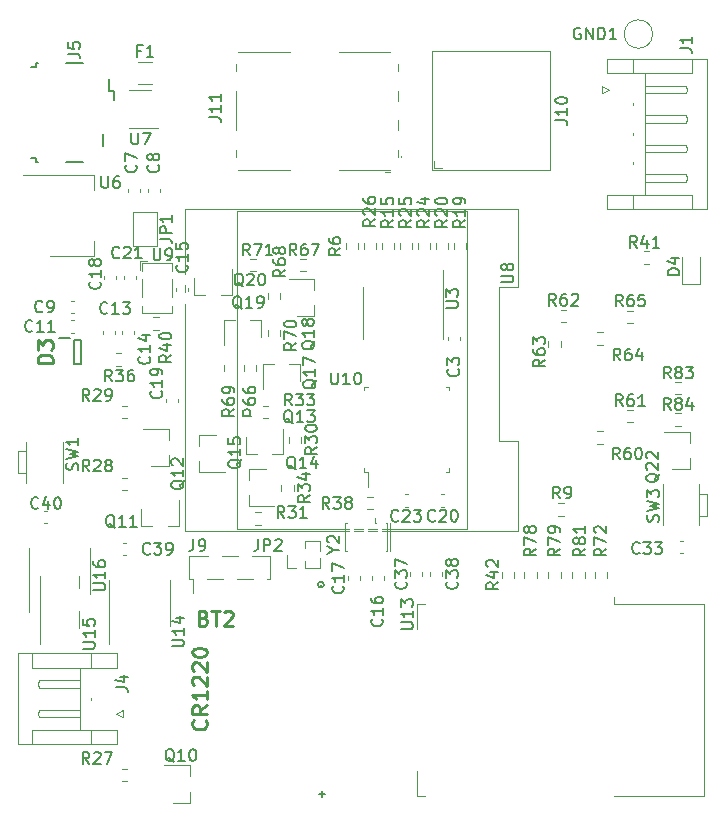
<source format=gbr>
%TF.GenerationSoftware,KiCad,Pcbnew,(5.1.10)-1*%
%TF.CreationDate,2022-01-17T19:42:39+07:00*%
%TF.ProjectId,Digital_module_v3,44696769-7461-46c5-9f6d-6f64756c655f,rev?*%
%TF.SameCoordinates,Original*%
%TF.FileFunction,Legend,Top*%
%TF.FilePolarity,Positive*%
%FSLAX46Y46*%
G04 Gerber Fmt 4.6, Leading zero omitted, Abs format (unit mm)*
G04 Created by KiCad (PCBNEW (5.1.10)-1) date 2022-01-17 19:42:39*
%MOMM*%
%LPD*%
G01*
G04 APERTURE LIST*
%ADD10C,0.120000*%
%ADD11C,0.200000*%
%ADD12C,0.150000*%
%ADD13C,0.254000*%
%ADD14C,3.500000*%
%ADD15C,1.700000*%
%ADD16R,1.700000X1.700000*%
%ADD17R,0.950000X0.450000*%
%ADD18R,0.800000X0.900000*%
%ADD19R,0.900000X0.800000*%
%ADD20O,1.000000X1.000000*%
%ADD21R,1.000000X1.000000*%
%ADD22R,0.400000X3.200000*%
%ADD23C,2.000000*%
%ADD24R,0.650000X1.800000*%
%ADD25C,0.700000*%
%ADD26R,1.050000X1.400000*%
%ADD27R,1.870000X3.520000*%
%ADD28R,1.820000X4.320000*%
%ADD29C,1.800000*%
%ADD30R,2.000000X1.500000*%
%ADD31R,2.000000X3.800000*%
%ADD32C,0.100000*%
%ADD33R,0.900000X0.700000*%
%ADD34R,1.060000X0.650000*%
%ADD35O,1.950000X1.700000*%
%ADD36O,2.000000X1.700000*%
%ADD37O,1.000000X1.800000*%
%ADD38R,1.000000X1.800000*%
%ADD39O,1.800000X1.000000*%
%ADD40C,1.000000*%
%ADD41R,2.500000X2.000000*%
%ADD42R,4.000000X3.000000*%
%ADD43R,2.500000X1.500000*%
%ADD44C,2.100000*%
%ADD45O,2.200000X1.600000*%
%ADD46R,1.300000X1.600000*%
%ADD47C,0.900000*%
%ADD48O,0.800000X0.800000*%
%ADD49O,1.800000X1.150000*%
%ADD50O,2.000000X1.450000*%
%ADD51R,1.900000X0.450000*%
%ADD52R,1.000000X2.500000*%
%ADD53R,1.800000X1.000000*%
G04 APERTURE END LIST*
D10*
%TO.C,U8*%
X84938800Y-91977800D02*
X113158800Y-91977800D01*
X84938800Y-119197800D02*
X84938800Y-91977800D01*
X84938800Y-119197800D02*
X113158800Y-119197800D01*
X89408800Y-119047800D02*
X108828800Y-119047800D01*
X89408800Y-92127800D02*
X108828800Y-92127800D01*
X89408800Y-119047800D02*
X89408800Y-92127800D01*
X113158800Y-119197800D02*
X113158800Y-111562800D01*
X108828800Y-119047800D02*
X108828800Y-92127800D01*
X111558800Y-111562800D02*
X113158800Y-111562800D01*
X113158800Y-98582800D02*
X111558800Y-98582800D01*
X111558800Y-111562800D02*
X111558800Y-98582800D01*
X113158800Y-98582800D02*
X113158800Y-91977800D01*
D11*
%TO.C,D3*%
X74294800Y-102838800D02*
X75244800Y-102838800D01*
X75594800Y-105063800D02*
X75594800Y-103063800D01*
X76144800Y-105063800D02*
X75594800Y-105063800D01*
X76144800Y-103063800D02*
X76144800Y-105063800D01*
X75594800Y-103063800D02*
X76144800Y-103063800D01*
D10*
%TO.C,R71*%
X90491542Y-97220300D02*
X90966058Y-97220300D01*
X90491542Y-96175300D02*
X90966058Y-96175300D01*
%TO.C,R70*%
X91984300Y-102239542D02*
X91984300Y-102714058D01*
X93029300Y-102239542D02*
X93029300Y-102714058D01*
%TO.C,R68*%
X93029300Y-99539058D02*
X93029300Y-99064542D01*
X91984300Y-99539058D02*
X91984300Y-99064542D01*
%TO.C,R67*%
X95220058Y-96175300D02*
X94745542Y-96175300D01*
X95220058Y-97220300D02*
X94745542Y-97220300D01*
%TO.C,R34*%
X93127300Y-115319542D02*
X93127300Y-115794058D01*
X94172300Y-115319542D02*
X94172300Y-115794058D01*
%TO.C,R33*%
X91571542Y-109666300D02*
X92046058Y-109666300D01*
X91571542Y-108621300D02*
X92046058Y-108621300D01*
%TO.C,R31*%
X90936542Y-118683300D02*
X91411058Y-118683300D01*
X90936542Y-117638300D02*
X91411058Y-117638300D01*
%TO.C,R30*%
X94807300Y-111730058D02*
X94807300Y-111255542D01*
X93762300Y-111730058D02*
X93762300Y-111255542D01*
%TO.C,Q20*%
X85780800Y-99219800D02*
X85780800Y-97759800D01*
X88940800Y-99219800D02*
X88940800Y-97059800D01*
X88940800Y-99219800D02*
X88010800Y-99219800D01*
X85780800Y-99219800D02*
X86710800Y-99219800D01*
%TO.C,Q19*%
X91403800Y-101337800D02*
X91403800Y-102797800D01*
X88243800Y-101337800D02*
X88243800Y-103497800D01*
X88243800Y-101337800D02*
X89173800Y-101337800D01*
X91403800Y-101337800D02*
X90473800Y-101337800D01*
%TO.C,Q18*%
X95917800Y-101005800D02*
X94457800Y-101005800D01*
X95917800Y-97845800D02*
X93757800Y-97845800D01*
X95917800Y-97845800D02*
X95917800Y-98775800D01*
X95917800Y-101005800D02*
X95917800Y-100075800D01*
%TO.C,Q17*%
X94721800Y-105065800D02*
X94721800Y-106525800D01*
X91561800Y-105065800D02*
X91561800Y-107225800D01*
X91561800Y-105065800D02*
X92491800Y-105065800D01*
X94721800Y-105065800D02*
X93791800Y-105065800D01*
%TO.C,Q15*%
X86174800Y-111053800D02*
X87634800Y-111053800D01*
X86174800Y-114213800D02*
X88334800Y-114213800D01*
X86174800Y-114213800D02*
X86174800Y-113283800D01*
X86174800Y-111053800D02*
X86174800Y-111983800D01*
%TO.C,Q14*%
X90365800Y-113974800D02*
X91825800Y-113974800D01*
X90365800Y-117134800D02*
X92525800Y-117134800D01*
X90365800Y-117134800D02*
X90365800Y-116204800D01*
X90365800Y-113974800D02*
X90365800Y-114904800D01*
%TO.C,Q13*%
X90103800Y-112713800D02*
X90103800Y-111253800D01*
X93263800Y-112713800D02*
X93263800Y-110553800D01*
X93263800Y-112713800D02*
X92333800Y-112713800D01*
X90103800Y-112713800D02*
X91033800Y-112713800D01*
%TO.C,R69*%
X88301300Y-105159542D02*
X88301300Y-105634058D01*
X89346300Y-105159542D02*
X89346300Y-105634058D01*
%TO.C,R66*%
X89952300Y-105160542D02*
X89952300Y-105635058D01*
X90997300Y-105160542D02*
X90997300Y-105635058D01*
%TO.C,R25*%
X103160300Y-95347058D02*
X103160300Y-94872542D01*
X104205300Y-95347058D02*
X104205300Y-94872542D01*
%TO.C,R26*%
X100112300Y-95347058D02*
X100112300Y-94872542D01*
X101157300Y-95347058D02*
X101157300Y-94872542D01*
%TO.C,R24*%
X105729300Y-94872542D02*
X105729300Y-95347058D01*
X104684300Y-94872542D02*
X104684300Y-95347058D01*
%TO.C,D4*%
X127077800Y-96024800D02*
X127077800Y-98309800D01*
X127077800Y-98309800D02*
X128547800Y-98309800D01*
X128547800Y-98309800D02*
X128547800Y-96024800D01*
%TO.C,R41*%
X124304058Y-95540300D02*
X123829542Y-95540300D01*
X124304058Y-96585300D02*
X123829542Y-96585300D01*
%TO.C,C3*%
X107236800Y-103048380D02*
X107236800Y-102767220D01*
X108256800Y-103048380D02*
X108256800Y-102767220D01*
%TO.C,R15*%
X101636300Y-95348058D02*
X101636300Y-94873542D01*
X102681300Y-95348058D02*
X102681300Y-94873542D01*
%TO.C,R6*%
X98588300Y-95347058D02*
X98588300Y-94872542D01*
X99633300Y-95347058D02*
X99633300Y-94872542D01*
%TO.C,R9*%
X117064058Y-117921300D02*
X116589542Y-117921300D01*
X117064058Y-116876300D02*
X116589542Y-116876300D01*
%TO.C,R19*%
X108777300Y-94873542D02*
X108777300Y-95348058D01*
X107732300Y-94873542D02*
X107732300Y-95348058D01*
%TO.C,R20*%
X107253300Y-94872542D02*
X107253300Y-95347058D01*
X106208300Y-94872542D02*
X106208300Y-95347058D01*
%TO.C,JP2*%
X96376800Y-122318800D02*
X96376800Y-121516330D01*
X96376800Y-120901270D02*
X96376800Y-120098800D01*
X95171800Y-122318800D02*
X96376800Y-122318800D01*
X95171800Y-120098800D02*
X96376800Y-120098800D01*
X95171800Y-122318800D02*
X95171800Y-121772271D01*
X95171800Y-120645329D02*
X95171800Y-120098800D01*
X94411800Y-122318800D02*
X93651800Y-122318800D01*
X93651800Y-122318800D02*
X93651800Y-121208800D01*
%TO.C,U14*%
X83700300Y-125336300D02*
X83700300Y-123386300D01*
X83700300Y-125336300D02*
X83700300Y-127286300D01*
X78580300Y-125336300D02*
X78580300Y-123386300D01*
X78580300Y-125336300D02*
X78580300Y-128786300D01*
%TO.C,C39*%
X79729720Y-120254300D02*
X80010880Y-120254300D01*
X79729720Y-121274300D02*
X80010880Y-121274300D01*
%TO.C,U15*%
X72743300Y-125214300D02*
X72743300Y-128814300D01*
X72743300Y-125214300D02*
X72743300Y-123014300D01*
X75963300Y-125214300D02*
X75963300Y-127414300D01*
X75963300Y-125214300D02*
X75963300Y-123014300D01*
%TO.C,C40*%
X73049220Y-118543800D02*
X73330380Y-118543800D01*
X73049220Y-117523800D02*
X73330380Y-117523800D01*
%TO.C,U16*%
X71785800Y-122605800D02*
X71785800Y-126055800D01*
X71785800Y-122605800D02*
X71785800Y-120655800D01*
X76905800Y-122605800D02*
X76905800Y-124555800D01*
X76905800Y-122605800D02*
X76905800Y-120655800D01*
%TO.C,R38*%
X100398042Y-117349800D02*
X100872558Y-117349800D01*
X100398042Y-116304800D02*
X100872558Y-116304800D01*
%TO.C,C17*%
X98791300Y-123049720D02*
X98791300Y-123330880D01*
X99811300Y-123049720D02*
X99811300Y-123330880D01*
%TO.C,Y2*%
X98517300Y-120948300D02*
X98667300Y-120948300D01*
X98517300Y-118548300D02*
X98667300Y-118548300D01*
X101067300Y-118548300D02*
X101117300Y-118548300D01*
X102117300Y-118548300D02*
X101967300Y-118548300D01*
X102117300Y-120948300D02*
X101967300Y-120948300D01*
X102317300Y-118948300D02*
X102317300Y-118548300D01*
X102117300Y-118948300D02*
X102117300Y-118548300D01*
X98517300Y-118948300D02*
X98517300Y-118548300D01*
X102317300Y-120948300D02*
X102317300Y-118948300D01*
X101067300Y-118548300D02*
X101067300Y-118148300D01*
X102117300Y-118948300D02*
X102117300Y-120948300D01*
X98517300Y-120948300D02*
X98517300Y-118948300D01*
%TO.C,C16*%
X100823300Y-123049720D02*
X100823300Y-123330880D01*
X101843300Y-123049720D02*
X101843300Y-123330880D01*
%TO.C,GND1*%
X124567800Y-77139800D02*
G75*
G03*
X124567800Y-77139800I-1200000J0D01*
G01*
%TO.C,J9*%
X85635300Y-124478300D02*
X85635300Y-123248300D01*
X91885300Y-123248300D02*
X92170300Y-123248300D01*
X89345300Y-123248300D02*
X90715300Y-123248300D01*
X86805300Y-123248300D02*
X88175300Y-123248300D01*
X85350300Y-123248300D02*
X85635300Y-123248300D01*
X92170300Y-123248300D02*
X92170300Y-121328300D01*
X90615300Y-121328300D02*
X92170300Y-121328300D01*
X88075300Y-121328300D02*
X89445300Y-121328300D01*
X85350300Y-121328300D02*
X86905300Y-121328300D01*
X85350300Y-123248300D02*
X85350300Y-121328300D01*
%TO.C,SW1*%
X71525800Y-114348300D02*
X70875800Y-114348300D01*
X70875800Y-114348300D02*
X70875800Y-112448300D01*
X70875800Y-112448300D02*
X71525800Y-112448300D01*
X74625800Y-111648300D02*
X74625800Y-115148300D01*
X71525800Y-115148300D02*
X71525800Y-111648300D01*
%TO.C,R84*%
X126971058Y-109256300D02*
X126496542Y-109256300D01*
X126971058Y-110301300D02*
X126496542Y-110301300D01*
%TO.C,R83*%
X126495542Y-107634300D02*
X126970058Y-107634300D01*
X126495542Y-106589300D02*
X126970058Y-106589300D01*
%TO.C,R65*%
X122907058Y-100556800D02*
X122432542Y-100556800D01*
X122907058Y-101601800D02*
X122432542Y-101601800D01*
%TO.C,R64*%
X120366058Y-102398300D02*
X119891542Y-102398300D01*
X120366058Y-103443300D02*
X119891542Y-103443300D01*
%TO.C,R63*%
X116778300Y-103602058D02*
X116778300Y-103127542D01*
X115733300Y-103602058D02*
X115733300Y-103127542D01*
%TO.C,R62*%
X116781042Y-101538300D02*
X117255558Y-101538300D01*
X116781042Y-100493300D02*
X117255558Y-100493300D01*
%TO.C,R61*%
X122906058Y-108938800D02*
X122431542Y-108938800D01*
X122906058Y-109983800D02*
X122431542Y-109983800D01*
%TO.C,R60*%
X120366058Y-110780300D02*
X119891542Y-110780300D01*
X120366058Y-111825300D02*
X119891542Y-111825300D01*
%TO.C,Q22*%
X127699800Y-113964800D02*
X126239800Y-113964800D01*
X127699800Y-110804800D02*
X125539800Y-110804800D01*
X127699800Y-110804800D02*
X127699800Y-111734800D01*
X127699800Y-113964800D02*
X127699800Y-113034800D01*
%TO.C,R28*%
X79633542Y-114717300D02*
X80108058Y-114717300D01*
X79633542Y-115762300D02*
X80108058Y-115762300D01*
%TO.C,R29*%
X79633542Y-108621300D02*
X80108058Y-108621300D01*
X79633542Y-109666300D02*
X80108058Y-109666300D01*
%TO.C,R27*%
X79632542Y-139355300D02*
X80107058Y-139355300D01*
X79632542Y-140400300D02*
X80107058Y-140400300D01*
%TO.C,Q11*%
X81274800Y-118793800D02*
X82204800Y-118793800D01*
X84434800Y-118793800D02*
X83504800Y-118793800D01*
X84434800Y-118793800D02*
X84434800Y-116633800D01*
X81274800Y-118793800D02*
X81274800Y-117333800D01*
%TO.C,Q12*%
X83598800Y-113705800D02*
X83598800Y-112775800D01*
X83598800Y-110545800D02*
X83598800Y-111475800D01*
X83598800Y-110545800D02*
X81438800Y-110545800D01*
X83598800Y-113705800D02*
X82138800Y-113705800D01*
%TO.C,Q10*%
X85392800Y-142219800D02*
X85392800Y-141289800D01*
X85392800Y-139059800D02*
X85392800Y-139989800D01*
X85392800Y-139059800D02*
X83232800Y-139059800D01*
X85392800Y-142219800D02*
X83932800Y-142219800D01*
%TO.C,R42*%
X112841300Y-123161058D02*
X112841300Y-122686542D01*
X111796300Y-123161058D02*
X111796300Y-122686542D01*
%TO.C,C23*%
X103605720Y-116126800D02*
X103886880Y-116126800D01*
X103605720Y-117146800D02*
X103886880Y-117146800D01*
%TO.C,C20*%
X106653720Y-116126800D02*
X106934880Y-116126800D01*
X106653720Y-117146800D02*
X106934880Y-117146800D01*
%TO.C,R36*%
X79599058Y-104176300D02*
X79124542Y-104176300D01*
X79599058Y-105221300D02*
X79124542Y-105221300D01*
%TO.C,C14*%
X79677800Y-102259220D02*
X79677800Y-102540380D01*
X80697800Y-102259220D02*
X80697800Y-102540380D01*
%TO.C,C13*%
X78026800Y-102259220D02*
X78026800Y-102540380D01*
X79046800Y-102259220D02*
X79046800Y-102540380D01*
%TO.C,C11*%
X75335220Y-102414800D02*
X75616380Y-102414800D01*
X75335220Y-101394800D02*
X75616380Y-101394800D01*
%TO.C,C9*%
X75335220Y-100763800D02*
X75616380Y-100763800D01*
X75335220Y-99743800D02*
X75616380Y-99743800D01*
D11*
%TO.C,BT2*%
X96296800Y-141505800D02*
X96796800Y-141505800D01*
X96483300Y-123759800D02*
X96483300Y-123759800D01*
X96546800Y-141755800D02*
X96546800Y-141264800D01*
X96483300Y-123509800D02*
G75*
G02*
X96483300Y-124009800I0J-250000D01*
G01*
X96483300Y-124009800D02*
G75*
G02*
X96483300Y-123509800I0J250000D01*
G01*
D10*
%TO.C,U6*%
X71261800Y-89096800D02*
X77271800Y-89096800D01*
X73511800Y-95916800D02*
X77271800Y-95916800D01*
X77271800Y-89096800D02*
X77271800Y-90356800D01*
X77271800Y-95916800D02*
X77271800Y-94656800D01*
%TO.C,JP1*%
X82584800Y-92249800D02*
X82584800Y-95049800D01*
X82584800Y-95049800D02*
X80584800Y-95049800D01*
X80584800Y-95049800D02*
X80584800Y-92249800D01*
X80584800Y-92249800D02*
X82584800Y-92249800D01*
%TO.C,C8*%
X81836800Y-90220220D02*
X81836800Y-90501380D01*
X82856800Y-90220220D02*
X82856800Y-90501380D01*
%TO.C,C7*%
X80185800Y-90220220D02*
X80185800Y-90501380D01*
X81205800Y-90220220D02*
X81205800Y-90501380D01*
%TO.C,C19*%
X83360800Y-108000220D02*
X83360800Y-108281380D01*
X84380800Y-108000220D02*
X84380800Y-108281380D01*
%TO.C,U9*%
X81178400Y-96393000D02*
X81737200Y-96393000D01*
X81178400Y-97104200D02*
X81178400Y-96393000D01*
X81330800Y-97891600D02*
X81330800Y-99441000D01*
X83845400Y-97891600D02*
X83845400Y-99441000D01*
X81330800Y-100152200D02*
X81330800Y-100761800D01*
X83845400Y-100761800D02*
X81330800Y-100761800D01*
X83845400Y-100761800D02*
X83845400Y-100126800D01*
X81330800Y-96545400D02*
X81330800Y-97205800D01*
X83845400Y-96545400D02*
X81330800Y-96545400D01*
X83845400Y-97205800D02*
X83845400Y-96545400D01*
%TO.C,C18*%
X79173800Y-97867380D02*
X79173800Y-97586220D01*
X78153800Y-97867380D02*
X78153800Y-97586220D01*
%TO.C,U3*%
X100043800Y-100761800D02*
X100043800Y-102961800D01*
X100043800Y-100761800D02*
X100043800Y-98561800D01*
X106813800Y-100761800D02*
X106813800Y-102961800D01*
X106813800Y-100761800D02*
X106813800Y-97161800D01*
%TO.C,R40*%
X82299542Y-102173300D02*
X82774058Y-102173300D01*
X82299542Y-101128300D02*
X82774058Y-101128300D01*
%TO.C,C21*%
X80824800Y-97867380D02*
X80824800Y-97586220D01*
X79804800Y-97867380D02*
X79804800Y-97586220D01*
%TO.C,C15*%
X84249800Y-98602220D02*
X84249800Y-98883380D01*
X85269800Y-98602220D02*
X85269800Y-98883380D01*
%TO.C,U7*%
X80260800Y-85099800D02*
X82710800Y-85099800D01*
X82060800Y-81879800D02*
X80260800Y-81879800D01*
%TO.C,F1*%
X80979736Y-81351800D02*
X82183864Y-81351800D01*
X80979736Y-79531800D02*
X82183864Y-79531800D01*
%TO.C,J1*%
X122941800Y-80448800D02*
X120741800Y-80448800D01*
X120741800Y-80448800D02*
X120741800Y-79228800D01*
X120741800Y-79228800D02*
X129161800Y-79228800D01*
X129161800Y-79228800D02*
X129161800Y-91948800D01*
X129161800Y-91948800D02*
X120741800Y-91948800D01*
X120741800Y-91948800D02*
X120741800Y-90728800D01*
X120741800Y-90728800D02*
X122941800Y-90728800D01*
X127941800Y-79228800D02*
X127941800Y-80448800D01*
X127941800Y-80448800D02*
X122941800Y-80448800D01*
X122941800Y-80448800D02*
X122941800Y-79228800D01*
X127941800Y-91948800D02*
X127941800Y-90728800D01*
X127941800Y-90728800D02*
X122941800Y-90728800D01*
X122941800Y-90728800D02*
X122941800Y-91948800D01*
X123941800Y-80448800D02*
X123941800Y-90728800D01*
X123941800Y-81838800D02*
X123941800Y-81518800D01*
X123941800Y-81518800D02*
X127361800Y-81518800D01*
X127361800Y-81518800D02*
X127441800Y-81838800D01*
X127441800Y-81838800D02*
X127361800Y-82158800D01*
X127361800Y-82158800D02*
X123941800Y-82158800D01*
X123941800Y-82158800D02*
X123941800Y-81838800D01*
X122941800Y-83008800D02*
X122941800Y-83168800D01*
X123941800Y-84338800D02*
X123941800Y-84018800D01*
X123941800Y-84018800D02*
X127361800Y-84018800D01*
X127361800Y-84018800D02*
X127441800Y-84338800D01*
X127441800Y-84338800D02*
X127361800Y-84658800D01*
X127361800Y-84658800D02*
X123941800Y-84658800D01*
X123941800Y-84658800D02*
X123941800Y-84338800D01*
X122941800Y-85508800D02*
X122941800Y-85668800D01*
X123941800Y-86838800D02*
X123941800Y-86518800D01*
X123941800Y-86518800D02*
X127361800Y-86518800D01*
X127361800Y-86518800D02*
X127441800Y-86838800D01*
X127441800Y-86838800D02*
X127361800Y-87158800D01*
X127361800Y-87158800D02*
X123941800Y-87158800D01*
X123941800Y-87158800D02*
X123941800Y-86838800D01*
X122941800Y-88008800D02*
X122941800Y-88168800D01*
X123941800Y-89338800D02*
X123941800Y-89018800D01*
X123941800Y-89018800D02*
X127361800Y-89018800D01*
X127361800Y-89018800D02*
X127441800Y-89338800D01*
X127441800Y-89338800D02*
X127361800Y-89658800D01*
X127361800Y-89658800D02*
X123941800Y-89658800D01*
X123941800Y-89658800D02*
X123941800Y-89338800D01*
X120851800Y-81838800D02*
X120251800Y-81538800D01*
X120251800Y-81538800D02*
X120251800Y-82138800D01*
X120251800Y-82138800D02*
X120851800Y-81838800D01*
%TO.C,J4*%
X79747800Y-134370800D02*
X79147800Y-134670800D01*
X79747800Y-134970800D02*
X79747800Y-134370800D01*
X79147800Y-134670800D02*
X79747800Y-134970800D01*
X76057800Y-131850800D02*
X76057800Y-132170800D01*
X72637800Y-131850800D02*
X76057800Y-131850800D01*
X72557800Y-132170800D02*
X72637800Y-131850800D01*
X72637800Y-132490800D02*
X72557800Y-132170800D01*
X76057800Y-132490800D02*
X72637800Y-132490800D01*
X76057800Y-132170800D02*
X76057800Y-132490800D01*
X77057800Y-133500800D02*
X77057800Y-133340800D01*
X76057800Y-134350800D02*
X76057800Y-134670800D01*
X72637800Y-134350800D02*
X76057800Y-134350800D01*
X72557800Y-134670800D02*
X72637800Y-134350800D01*
X72637800Y-134990800D02*
X72557800Y-134670800D01*
X76057800Y-134990800D02*
X72637800Y-134990800D01*
X76057800Y-134670800D02*
X76057800Y-134990800D01*
X76057800Y-136060800D02*
X76057800Y-130780800D01*
X77057800Y-130780800D02*
X77057800Y-129560800D01*
X72057800Y-130780800D02*
X77057800Y-130780800D01*
X72057800Y-129560800D02*
X72057800Y-130780800D01*
X77057800Y-136060800D02*
X77057800Y-137280800D01*
X72057800Y-136060800D02*
X77057800Y-136060800D01*
X72057800Y-137280800D02*
X72057800Y-136060800D01*
X79257800Y-130780800D02*
X77057800Y-130780800D01*
X79257800Y-129560800D02*
X79257800Y-130780800D01*
X70837800Y-129560800D02*
X79257800Y-129560800D01*
X70837800Y-137280800D02*
X70837800Y-129560800D01*
X79257800Y-137280800D02*
X70837800Y-137280800D01*
X79257800Y-136060800D02*
X79257800Y-137280800D01*
X77057800Y-136060800D02*
X79257800Y-136060800D01*
%TO.C,J11*%
X93838800Y-88639800D02*
X89338800Y-88639800D01*
X93843300Y-78623300D02*
X89338800Y-78623300D01*
X103038800Y-86939800D02*
X103038800Y-88639800D01*
X103038800Y-88639800D02*
X98038800Y-88639800D01*
X89338800Y-88639800D02*
X89338800Y-86939800D01*
X103038800Y-80339800D02*
X103038800Y-78639800D01*
X103038800Y-78639800D02*
X98038800Y-78639800D01*
X89338800Y-80339800D02*
X89338800Y-78623300D01*
X103038800Y-85339800D02*
X103038800Y-84439800D01*
X103038800Y-82839800D02*
X103038800Y-81939800D01*
X89338800Y-85339800D02*
X89338800Y-81939800D01*
X103242800Y-88839800D02*
X103242800Y-87469800D01*
X103242800Y-88839800D02*
X101872800Y-88839800D01*
%TO.C,J10*%
X106721800Y-88466800D02*
X106071800Y-88466800D01*
X106071800Y-88466800D02*
X106071800Y-87866800D01*
X105921800Y-88616800D02*
X105921800Y-78616800D01*
X115921800Y-88616800D02*
X105921800Y-88616800D01*
X115921800Y-88616800D02*
X115921800Y-78616800D01*
X115921800Y-78616800D02*
X105921800Y-78616800D01*
%TO.C,U10*%
X100436300Y-114214300D02*
X100436300Y-115529300D01*
X100136300Y-114214300D02*
X100436300Y-114214300D01*
X100136300Y-113914300D02*
X100136300Y-114214300D01*
X100136300Y-106994300D02*
X100436300Y-106994300D01*
X100136300Y-107294300D02*
X100136300Y-106994300D01*
X107356300Y-114214300D02*
X107056300Y-114214300D01*
X107356300Y-113914300D02*
X107356300Y-114214300D01*
X107356300Y-106994300D02*
X107056300Y-106994300D01*
X107356300Y-107294300D02*
X107356300Y-106994300D01*
D12*
%TO.C,J5*%
X76320800Y-79635800D02*
X74920800Y-79635800D01*
X72520800Y-79635800D02*
X72370800Y-79635800D01*
X72370800Y-79635800D02*
X72370800Y-79935800D01*
X72370800Y-79935800D02*
X71920800Y-79935800D01*
X71920800Y-87635800D02*
X72370800Y-87635800D01*
X72370800Y-87635800D02*
X72370800Y-87935800D01*
X72370800Y-87935800D02*
X72520800Y-87935800D01*
X74920800Y-87935800D02*
X76320800Y-87935800D01*
X78970800Y-82710800D02*
X78970800Y-81985800D01*
X78970800Y-81985800D02*
X78545800Y-81985800D01*
X78545800Y-81985800D02*
X78545800Y-80985800D01*
X78070800Y-85585800D02*
X78070800Y-86585800D01*
D10*
%TO.C,R81*%
X117765300Y-123161058D02*
X117765300Y-122686542D01*
X118810300Y-123161058D02*
X118810300Y-122686542D01*
%TO.C,SW3*%
X128515800Y-116045800D02*
X129165800Y-116045800D01*
X129165800Y-116045800D02*
X129165800Y-117945800D01*
X129165800Y-117945800D02*
X128515800Y-117945800D01*
X125415800Y-118745800D02*
X125415800Y-115245800D01*
X128515800Y-115245800D02*
X128515800Y-118745800D01*
%TO.C,R79*%
X116778300Y-123161058D02*
X116778300Y-122686542D01*
X115733300Y-123161058D02*
X115733300Y-122686542D01*
%TO.C,R78*%
X114746300Y-123160058D02*
X114746300Y-122685542D01*
X113701300Y-123160058D02*
X113701300Y-122685542D01*
%TO.C,R72*%
X120715300Y-123161058D02*
X120715300Y-122686542D01*
X119670300Y-123161058D02*
X119670300Y-122686542D01*
%TO.C,C38*%
X106732800Y-123000380D02*
X106732800Y-122719220D01*
X105712800Y-123000380D02*
X105712800Y-122719220D01*
%TO.C,C37*%
X105081800Y-122987380D02*
X105081800Y-122706220D01*
X104061800Y-122987380D02*
X104061800Y-122706220D01*
%TO.C,C33*%
X126897220Y-121083800D02*
X127178380Y-121083800D01*
X126897220Y-120063800D02*
X127178380Y-120063800D01*
%TO.C,U13*%
X121263800Y-125407800D02*
X121263800Y-124797800D01*
X121263800Y-125407800D02*
X128883800Y-125407800D01*
X104643800Y-125407800D02*
X105263800Y-125407800D01*
X104643800Y-127527800D02*
X104643800Y-125407800D01*
X104643800Y-141647800D02*
X104643800Y-139527800D01*
X105263800Y-141647800D02*
X104643800Y-141647800D01*
X128883800Y-141647800D02*
X121263800Y-141647800D01*
X128883800Y-125407800D02*
X128883800Y-141647800D01*
%TO.C,U8*%
D12*
X111771180Y-98158204D02*
X112580704Y-98158204D01*
X112675942Y-98110585D01*
X112723561Y-98062966D01*
X112771180Y-97967728D01*
X112771180Y-97777252D01*
X112723561Y-97682014D01*
X112675942Y-97634395D01*
X112580704Y-97586776D01*
X111771180Y-97586776D01*
X112199752Y-96967728D02*
X112152133Y-97062966D01*
X112104514Y-97110585D01*
X112009276Y-97158204D01*
X111961657Y-97158204D01*
X111866419Y-97110585D01*
X111818800Y-97062966D01*
X111771180Y-96967728D01*
X111771180Y-96777252D01*
X111818800Y-96682014D01*
X111866419Y-96634395D01*
X111961657Y-96586776D01*
X112009276Y-96586776D01*
X112104514Y-96634395D01*
X112152133Y-96682014D01*
X112199752Y-96777252D01*
X112199752Y-96967728D01*
X112247371Y-97062966D01*
X112294990Y-97110585D01*
X112390228Y-97158204D01*
X112580704Y-97158204D01*
X112675942Y-97110585D01*
X112723561Y-97062966D01*
X112771180Y-96967728D01*
X112771180Y-96777252D01*
X112723561Y-96682014D01*
X112675942Y-96634395D01*
X112580704Y-96586776D01*
X112390228Y-96586776D01*
X112294990Y-96634395D01*
X112247371Y-96682014D01*
X112199752Y-96777252D01*
%TO.C,D3*%
D13*
X73777323Y-105001180D02*
X72507323Y-105001180D01*
X72507323Y-104698800D01*
X72567800Y-104517371D01*
X72688752Y-104396419D01*
X72809704Y-104335942D01*
X73051609Y-104275466D01*
X73233038Y-104275466D01*
X73474942Y-104335942D01*
X73595895Y-104396419D01*
X73716847Y-104517371D01*
X73777323Y-104698800D01*
X73777323Y-105001180D01*
X72507323Y-103852133D02*
X72507323Y-103065942D01*
X72991133Y-103489276D01*
X72991133Y-103307847D01*
X73051609Y-103186895D01*
X73112085Y-103126419D01*
X73233038Y-103065942D01*
X73535419Y-103065942D01*
X73656371Y-103126419D01*
X73716847Y-103186895D01*
X73777323Y-103307847D01*
X73777323Y-103670704D01*
X73716847Y-103791657D01*
X73656371Y-103852133D01*
%TO.C,R71*%
D12*
X90466942Y-95880180D02*
X90133609Y-95403990D01*
X89895514Y-95880180D02*
X89895514Y-94880180D01*
X90276466Y-94880180D01*
X90371704Y-94927800D01*
X90419323Y-94975419D01*
X90466942Y-95070657D01*
X90466942Y-95213514D01*
X90419323Y-95308752D01*
X90371704Y-95356371D01*
X90276466Y-95403990D01*
X89895514Y-95403990D01*
X90800276Y-94880180D02*
X91466942Y-94880180D01*
X91038371Y-95880180D01*
X92371704Y-95880180D02*
X91800276Y-95880180D01*
X92085990Y-95880180D02*
X92085990Y-94880180D01*
X91990752Y-95023038D01*
X91895514Y-95118276D01*
X91800276Y-95165895D01*
%TO.C,R70*%
X94389180Y-103309657D02*
X93912990Y-103642990D01*
X94389180Y-103881085D02*
X93389180Y-103881085D01*
X93389180Y-103500133D01*
X93436800Y-103404895D01*
X93484419Y-103357276D01*
X93579657Y-103309657D01*
X93722514Y-103309657D01*
X93817752Y-103357276D01*
X93865371Y-103404895D01*
X93912990Y-103500133D01*
X93912990Y-103881085D01*
X93389180Y-102976323D02*
X93389180Y-102309657D01*
X94389180Y-102738228D01*
X93389180Y-101738228D02*
X93389180Y-101642990D01*
X93436800Y-101547752D01*
X93484419Y-101500133D01*
X93579657Y-101452514D01*
X93770133Y-101404895D01*
X94008228Y-101404895D01*
X94198704Y-101452514D01*
X94293942Y-101500133D01*
X94341561Y-101547752D01*
X94389180Y-101642990D01*
X94389180Y-101738228D01*
X94341561Y-101833466D01*
X94293942Y-101881085D01*
X94198704Y-101928704D01*
X94008228Y-101976323D01*
X93770133Y-101976323D01*
X93579657Y-101928704D01*
X93484419Y-101881085D01*
X93436800Y-101833466D01*
X93389180Y-101738228D01*
%TO.C,R68*%
X93467180Y-97086657D02*
X92990990Y-97419990D01*
X93467180Y-97658085D02*
X92467180Y-97658085D01*
X92467180Y-97277133D01*
X92514800Y-97181895D01*
X92562419Y-97134276D01*
X92657657Y-97086657D01*
X92800514Y-97086657D01*
X92895752Y-97134276D01*
X92943371Y-97181895D01*
X92990990Y-97277133D01*
X92990990Y-97658085D01*
X92467180Y-96229514D02*
X92467180Y-96419990D01*
X92514800Y-96515228D01*
X92562419Y-96562847D01*
X92705276Y-96658085D01*
X92895752Y-96705704D01*
X93276704Y-96705704D01*
X93371942Y-96658085D01*
X93419561Y-96610466D01*
X93467180Y-96515228D01*
X93467180Y-96324752D01*
X93419561Y-96229514D01*
X93371942Y-96181895D01*
X93276704Y-96134276D01*
X93038609Y-96134276D01*
X92943371Y-96181895D01*
X92895752Y-96229514D01*
X92848133Y-96324752D01*
X92848133Y-96515228D01*
X92895752Y-96610466D01*
X92943371Y-96658085D01*
X93038609Y-96705704D01*
X92895752Y-95562847D02*
X92848133Y-95658085D01*
X92800514Y-95705704D01*
X92705276Y-95753323D01*
X92657657Y-95753323D01*
X92562419Y-95705704D01*
X92514800Y-95658085D01*
X92467180Y-95562847D01*
X92467180Y-95372371D01*
X92514800Y-95277133D01*
X92562419Y-95229514D01*
X92657657Y-95181895D01*
X92705276Y-95181895D01*
X92800514Y-95229514D01*
X92848133Y-95277133D01*
X92895752Y-95372371D01*
X92895752Y-95562847D01*
X92943371Y-95658085D01*
X92990990Y-95705704D01*
X93086228Y-95753323D01*
X93276704Y-95753323D01*
X93371942Y-95705704D01*
X93419561Y-95658085D01*
X93467180Y-95562847D01*
X93467180Y-95372371D01*
X93419561Y-95277133D01*
X93371942Y-95229514D01*
X93276704Y-95181895D01*
X93086228Y-95181895D01*
X92990990Y-95229514D01*
X92943371Y-95277133D01*
X92895752Y-95372371D01*
%TO.C,R67*%
X94403942Y-95880180D02*
X94070609Y-95403990D01*
X93832514Y-95880180D02*
X93832514Y-94880180D01*
X94213466Y-94880180D01*
X94308704Y-94927800D01*
X94356323Y-94975419D01*
X94403942Y-95070657D01*
X94403942Y-95213514D01*
X94356323Y-95308752D01*
X94308704Y-95356371D01*
X94213466Y-95403990D01*
X93832514Y-95403990D01*
X95261085Y-94880180D02*
X95070609Y-94880180D01*
X94975371Y-94927800D01*
X94927752Y-94975419D01*
X94832514Y-95118276D01*
X94784895Y-95308752D01*
X94784895Y-95689704D01*
X94832514Y-95784942D01*
X94880133Y-95832561D01*
X94975371Y-95880180D01*
X95165847Y-95880180D01*
X95261085Y-95832561D01*
X95308704Y-95784942D01*
X95356323Y-95689704D01*
X95356323Y-95451609D01*
X95308704Y-95356371D01*
X95261085Y-95308752D01*
X95165847Y-95261133D01*
X94975371Y-95261133D01*
X94880133Y-95308752D01*
X94832514Y-95356371D01*
X94784895Y-95451609D01*
X95689657Y-94880180D02*
X96356323Y-94880180D01*
X95927752Y-95880180D01*
%TO.C,R34*%
X95532180Y-116199657D02*
X95055990Y-116532990D01*
X95532180Y-116771085D02*
X94532180Y-116771085D01*
X94532180Y-116390133D01*
X94579800Y-116294895D01*
X94627419Y-116247276D01*
X94722657Y-116199657D01*
X94865514Y-116199657D01*
X94960752Y-116247276D01*
X95008371Y-116294895D01*
X95055990Y-116390133D01*
X95055990Y-116771085D01*
X94532180Y-115866323D02*
X94532180Y-115247276D01*
X94913133Y-115580609D01*
X94913133Y-115437752D01*
X94960752Y-115342514D01*
X95008371Y-115294895D01*
X95103609Y-115247276D01*
X95341704Y-115247276D01*
X95436942Y-115294895D01*
X95484561Y-115342514D01*
X95532180Y-115437752D01*
X95532180Y-115723466D01*
X95484561Y-115818704D01*
X95436942Y-115866323D01*
X94865514Y-114390133D02*
X95532180Y-114390133D01*
X94484561Y-114628228D02*
X95198847Y-114866323D01*
X95198847Y-114247276D01*
%TO.C,R33*%
X94022942Y-108580180D02*
X93689609Y-108103990D01*
X93451514Y-108580180D02*
X93451514Y-107580180D01*
X93832466Y-107580180D01*
X93927704Y-107627800D01*
X93975323Y-107675419D01*
X94022942Y-107770657D01*
X94022942Y-107913514D01*
X93975323Y-108008752D01*
X93927704Y-108056371D01*
X93832466Y-108103990D01*
X93451514Y-108103990D01*
X94356276Y-107580180D02*
X94975323Y-107580180D01*
X94641990Y-107961133D01*
X94784847Y-107961133D01*
X94880085Y-108008752D01*
X94927704Y-108056371D01*
X94975323Y-108151609D01*
X94975323Y-108389704D01*
X94927704Y-108484942D01*
X94880085Y-108532561D01*
X94784847Y-108580180D01*
X94499133Y-108580180D01*
X94403895Y-108532561D01*
X94356276Y-108484942D01*
X95308657Y-107580180D02*
X95927704Y-107580180D01*
X95594371Y-107961133D01*
X95737228Y-107961133D01*
X95832466Y-108008752D01*
X95880085Y-108056371D01*
X95927704Y-108151609D01*
X95927704Y-108389704D01*
X95880085Y-108484942D01*
X95832466Y-108532561D01*
X95737228Y-108580180D01*
X95451514Y-108580180D01*
X95356276Y-108532561D01*
X95308657Y-108484942D01*
%TO.C,R31*%
X93387942Y-118105180D02*
X93054609Y-117628990D01*
X92816514Y-118105180D02*
X92816514Y-117105180D01*
X93197466Y-117105180D01*
X93292704Y-117152800D01*
X93340323Y-117200419D01*
X93387942Y-117295657D01*
X93387942Y-117438514D01*
X93340323Y-117533752D01*
X93292704Y-117581371D01*
X93197466Y-117628990D01*
X92816514Y-117628990D01*
X93721276Y-117105180D02*
X94340323Y-117105180D01*
X94006990Y-117486133D01*
X94149847Y-117486133D01*
X94245085Y-117533752D01*
X94292704Y-117581371D01*
X94340323Y-117676609D01*
X94340323Y-117914704D01*
X94292704Y-118009942D01*
X94245085Y-118057561D01*
X94149847Y-118105180D01*
X93864133Y-118105180D01*
X93768895Y-118057561D01*
X93721276Y-118009942D01*
X95292704Y-118105180D02*
X94721276Y-118105180D01*
X95006990Y-118105180D02*
X95006990Y-117105180D01*
X94911752Y-117248038D01*
X94816514Y-117343276D01*
X94721276Y-117390895D01*
%TO.C,R30*%
X96134180Y-112135657D02*
X95657990Y-112468990D01*
X96134180Y-112707085D02*
X95134180Y-112707085D01*
X95134180Y-112326133D01*
X95181800Y-112230895D01*
X95229419Y-112183276D01*
X95324657Y-112135657D01*
X95467514Y-112135657D01*
X95562752Y-112183276D01*
X95610371Y-112230895D01*
X95657990Y-112326133D01*
X95657990Y-112707085D01*
X95134180Y-111802323D02*
X95134180Y-111183276D01*
X95515133Y-111516609D01*
X95515133Y-111373752D01*
X95562752Y-111278514D01*
X95610371Y-111230895D01*
X95705609Y-111183276D01*
X95943704Y-111183276D01*
X96038942Y-111230895D01*
X96086561Y-111278514D01*
X96134180Y-111373752D01*
X96134180Y-111659466D01*
X96086561Y-111754704D01*
X96038942Y-111802323D01*
X95134180Y-110564228D02*
X95134180Y-110468990D01*
X95181800Y-110373752D01*
X95229419Y-110326133D01*
X95324657Y-110278514D01*
X95515133Y-110230895D01*
X95753228Y-110230895D01*
X95943704Y-110278514D01*
X96038942Y-110326133D01*
X96086561Y-110373752D01*
X96134180Y-110468990D01*
X96134180Y-110564228D01*
X96086561Y-110659466D01*
X96038942Y-110707085D01*
X95943704Y-110754704D01*
X95753228Y-110802323D01*
X95515133Y-110802323D01*
X95324657Y-110754704D01*
X95229419Y-110707085D01*
X95181800Y-110659466D01*
X95134180Y-110564228D01*
%TO.C,Q20*%
X89903371Y-98515419D02*
X89808133Y-98467800D01*
X89712895Y-98372561D01*
X89570038Y-98229704D01*
X89474800Y-98182085D01*
X89379561Y-98182085D01*
X89427180Y-98420180D02*
X89331942Y-98372561D01*
X89236704Y-98277323D01*
X89189085Y-98086847D01*
X89189085Y-97753514D01*
X89236704Y-97563038D01*
X89331942Y-97467800D01*
X89427180Y-97420180D01*
X89617657Y-97420180D01*
X89712895Y-97467800D01*
X89808133Y-97563038D01*
X89855752Y-97753514D01*
X89855752Y-98086847D01*
X89808133Y-98277323D01*
X89712895Y-98372561D01*
X89617657Y-98420180D01*
X89427180Y-98420180D01*
X90236704Y-97515419D02*
X90284323Y-97467800D01*
X90379561Y-97420180D01*
X90617657Y-97420180D01*
X90712895Y-97467800D01*
X90760514Y-97515419D01*
X90808133Y-97610657D01*
X90808133Y-97705895D01*
X90760514Y-97848752D01*
X90189085Y-98420180D01*
X90808133Y-98420180D01*
X91427180Y-97420180D02*
X91522419Y-97420180D01*
X91617657Y-97467800D01*
X91665276Y-97515419D01*
X91712895Y-97610657D01*
X91760514Y-97801133D01*
X91760514Y-98039228D01*
X91712895Y-98229704D01*
X91665276Y-98324942D01*
X91617657Y-98372561D01*
X91522419Y-98420180D01*
X91427180Y-98420180D01*
X91331942Y-98372561D01*
X91284323Y-98324942D01*
X91236704Y-98229704D01*
X91189085Y-98039228D01*
X91189085Y-97801133D01*
X91236704Y-97610657D01*
X91284323Y-97515419D01*
X91331942Y-97467800D01*
X91427180Y-97420180D01*
%TO.C,Q19*%
X89776371Y-100420419D02*
X89681133Y-100372800D01*
X89585895Y-100277561D01*
X89443038Y-100134704D01*
X89347800Y-100087085D01*
X89252561Y-100087085D01*
X89300180Y-100325180D02*
X89204942Y-100277561D01*
X89109704Y-100182323D01*
X89062085Y-99991847D01*
X89062085Y-99658514D01*
X89109704Y-99468038D01*
X89204942Y-99372800D01*
X89300180Y-99325180D01*
X89490657Y-99325180D01*
X89585895Y-99372800D01*
X89681133Y-99468038D01*
X89728752Y-99658514D01*
X89728752Y-99991847D01*
X89681133Y-100182323D01*
X89585895Y-100277561D01*
X89490657Y-100325180D01*
X89300180Y-100325180D01*
X90681133Y-100325180D02*
X90109704Y-100325180D01*
X90395419Y-100325180D02*
X90395419Y-99325180D01*
X90300180Y-99468038D01*
X90204942Y-99563276D01*
X90109704Y-99610895D01*
X91157323Y-100325180D02*
X91347800Y-100325180D01*
X91443038Y-100277561D01*
X91490657Y-100229942D01*
X91585895Y-100087085D01*
X91633514Y-99896609D01*
X91633514Y-99515657D01*
X91585895Y-99420419D01*
X91538276Y-99372800D01*
X91443038Y-99325180D01*
X91252561Y-99325180D01*
X91157323Y-99372800D01*
X91109704Y-99420419D01*
X91062085Y-99515657D01*
X91062085Y-99753752D01*
X91109704Y-99848990D01*
X91157323Y-99896609D01*
X91252561Y-99944228D01*
X91443038Y-99944228D01*
X91538276Y-99896609D01*
X91585895Y-99848990D01*
X91633514Y-99753752D01*
%TO.C,Q18*%
X95975419Y-103111228D02*
X95927800Y-103206466D01*
X95832561Y-103301704D01*
X95689704Y-103444561D01*
X95642085Y-103539800D01*
X95642085Y-103635038D01*
X95880180Y-103587419D02*
X95832561Y-103682657D01*
X95737323Y-103777895D01*
X95546847Y-103825514D01*
X95213514Y-103825514D01*
X95023038Y-103777895D01*
X94927800Y-103682657D01*
X94880180Y-103587419D01*
X94880180Y-103396942D01*
X94927800Y-103301704D01*
X95023038Y-103206466D01*
X95213514Y-103158847D01*
X95546847Y-103158847D01*
X95737323Y-103206466D01*
X95832561Y-103301704D01*
X95880180Y-103396942D01*
X95880180Y-103587419D01*
X95880180Y-102206466D02*
X95880180Y-102777895D01*
X95880180Y-102492180D02*
X94880180Y-102492180D01*
X95023038Y-102587419D01*
X95118276Y-102682657D01*
X95165895Y-102777895D01*
X95308752Y-101635038D02*
X95261133Y-101730276D01*
X95213514Y-101777895D01*
X95118276Y-101825514D01*
X95070657Y-101825514D01*
X94975419Y-101777895D01*
X94927800Y-101730276D01*
X94880180Y-101635038D01*
X94880180Y-101444561D01*
X94927800Y-101349323D01*
X94975419Y-101301704D01*
X95070657Y-101254085D01*
X95118276Y-101254085D01*
X95213514Y-101301704D01*
X95261133Y-101349323D01*
X95308752Y-101444561D01*
X95308752Y-101635038D01*
X95356371Y-101730276D01*
X95403990Y-101777895D01*
X95499228Y-101825514D01*
X95689704Y-101825514D01*
X95784942Y-101777895D01*
X95832561Y-101730276D01*
X95880180Y-101635038D01*
X95880180Y-101444561D01*
X95832561Y-101349323D01*
X95784942Y-101301704D01*
X95689704Y-101254085D01*
X95499228Y-101254085D01*
X95403990Y-101301704D01*
X95356371Y-101349323D01*
X95308752Y-101444561D01*
%TO.C,Q17*%
X96102419Y-106413228D02*
X96054800Y-106508466D01*
X95959561Y-106603704D01*
X95816704Y-106746561D01*
X95769085Y-106841800D01*
X95769085Y-106937038D01*
X96007180Y-106889419D02*
X95959561Y-106984657D01*
X95864323Y-107079895D01*
X95673847Y-107127514D01*
X95340514Y-107127514D01*
X95150038Y-107079895D01*
X95054800Y-106984657D01*
X95007180Y-106889419D01*
X95007180Y-106698942D01*
X95054800Y-106603704D01*
X95150038Y-106508466D01*
X95340514Y-106460847D01*
X95673847Y-106460847D01*
X95864323Y-106508466D01*
X95959561Y-106603704D01*
X96007180Y-106698942D01*
X96007180Y-106889419D01*
X96007180Y-105508466D02*
X96007180Y-106079895D01*
X96007180Y-105794180D02*
X95007180Y-105794180D01*
X95150038Y-105889419D01*
X95245276Y-105984657D01*
X95292895Y-106079895D01*
X95007180Y-105175133D02*
X95007180Y-104508466D01*
X96007180Y-104937038D01*
%TO.C,Q15*%
X89752419Y-113144228D02*
X89704800Y-113239466D01*
X89609561Y-113334704D01*
X89466704Y-113477561D01*
X89419085Y-113572800D01*
X89419085Y-113668038D01*
X89657180Y-113620419D02*
X89609561Y-113715657D01*
X89514323Y-113810895D01*
X89323847Y-113858514D01*
X88990514Y-113858514D01*
X88800038Y-113810895D01*
X88704800Y-113715657D01*
X88657180Y-113620419D01*
X88657180Y-113429942D01*
X88704800Y-113334704D01*
X88800038Y-113239466D01*
X88990514Y-113191847D01*
X89323847Y-113191847D01*
X89514323Y-113239466D01*
X89609561Y-113334704D01*
X89657180Y-113429942D01*
X89657180Y-113620419D01*
X89657180Y-112239466D02*
X89657180Y-112810895D01*
X89657180Y-112525180D02*
X88657180Y-112525180D01*
X88800038Y-112620419D01*
X88895276Y-112715657D01*
X88942895Y-112810895D01*
X88657180Y-111334704D02*
X88657180Y-111810895D01*
X89133371Y-111858514D01*
X89085752Y-111810895D01*
X89038133Y-111715657D01*
X89038133Y-111477561D01*
X89085752Y-111382323D01*
X89133371Y-111334704D01*
X89228609Y-111287085D01*
X89466704Y-111287085D01*
X89561942Y-111334704D01*
X89609561Y-111382323D01*
X89657180Y-111477561D01*
X89657180Y-111715657D01*
X89609561Y-111810895D01*
X89561942Y-111858514D01*
%TO.C,Q14*%
X94348371Y-114009419D02*
X94253133Y-113961800D01*
X94157895Y-113866561D01*
X94015038Y-113723704D01*
X93919800Y-113676085D01*
X93824561Y-113676085D01*
X93872180Y-113914180D02*
X93776942Y-113866561D01*
X93681704Y-113771323D01*
X93634085Y-113580847D01*
X93634085Y-113247514D01*
X93681704Y-113057038D01*
X93776942Y-112961800D01*
X93872180Y-112914180D01*
X94062657Y-112914180D01*
X94157895Y-112961800D01*
X94253133Y-113057038D01*
X94300752Y-113247514D01*
X94300752Y-113580847D01*
X94253133Y-113771323D01*
X94157895Y-113866561D01*
X94062657Y-113914180D01*
X93872180Y-113914180D01*
X95253133Y-113914180D02*
X94681704Y-113914180D01*
X94967419Y-113914180D02*
X94967419Y-112914180D01*
X94872180Y-113057038D01*
X94776942Y-113152276D01*
X94681704Y-113199895D01*
X96110276Y-113247514D02*
X96110276Y-113914180D01*
X95872180Y-112866561D02*
X95634085Y-113580847D01*
X96253133Y-113580847D01*
%TO.C,Q13*%
X94094371Y-110104419D02*
X93999133Y-110056800D01*
X93903895Y-109961561D01*
X93761038Y-109818704D01*
X93665800Y-109771085D01*
X93570561Y-109771085D01*
X93618180Y-110009180D02*
X93522942Y-109961561D01*
X93427704Y-109866323D01*
X93380085Y-109675847D01*
X93380085Y-109342514D01*
X93427704Y-109152038D01*
X93522942Y-109056800D01*
X93618180Y-109009180D01*
X93808657Y-109009180D01*
X93903895Y-109056800D01*
X93999133Y-109152038D01*
X94046752Y-109342514D01*
X94046752Y-109675847D01*
X93999133Y-109866323D01*
X93903895Y-109961561D01*
X93808657Y-110009180D01*
X93618180Y-110009180D01*
X94999133Y-110009180D02*
X94427704Y-110009180D01*
X94713419Y-110009180D02*
X94713419Y-109009180D01*
X94618180Y-109152038D01*
X94522942Y-109247276D01*
X94427704Y-109294895D01*
X95332466Y-109009180D02*
X95951514Y-109009180D01*
X95618180Y-109390133D01*
X95761038Y-109390133D01*
X95856276Y-109437752D01*
X95903895Y-109485371D01*
X95951514Y-109580609D01*
X95951514Y-109818704D01*
X95903895Y-109913942D01*
X95856276Y-109961561D01*
X95761038Y-110009180D01*
X95475323Y-110009180D01*
X95380085Y-109961561D01*
X95332466Y-109913942D01*
%TO.C,R69*%
X89149180Y-108897657D02*
X88672990Y-109230990D01*
X89149180Y-109469085D02*
X88149180Y-109469085D01*
X88149180Y-109088133D01*
X88196800Y-108992895D01*
X88244419Y-108945276D01*
X88339657Y-108897657D01*
X88482514Y-108897657D01*
X88577752Y-108945276D01*
X88625371Y-108992895D01*
X88672990Y-109088133D01*
X88672990Y-109469085D01*
X88149180Y-108040514D02*
X88149180Y-108230990D01*
X88196800Y-108326228D01*
X88244419Y-108373847D01*
X88387276Y-108469085D01*
X88577752Y-108516704D01*
X88958704Y-108516704D01*
X89053942Y-108469085D01*
X89101561Y-108421466D01*
X89149180Y-108326228D01*
X89149180Y-108135752D01*
X89101561Y-108040514D01*
X89053942Y-107992895D01*
X88958704Y-107945276D01*
X88720609Y-107945276D01*
X88625371Y-107992895D01*
X88577752Y-108040514D01*
X88530133Y-108135752D01*
X88530133Y-108326228D01*
X88577752Y-108421466D01*
X88625371Y-108469085D01*
X88720609Y-108516704D01*
X89149180Y-107469085D02*
X89149180Y-107278609D01*
X89101561Y-107183371D01*
X89053942Y-107135752D01*
X88911085Y-107040514D01*
X88720609Y-106992895D01*
X88339657Y-106992895D01*
X88244419Y-107040514D01*
X88196800Y-107088133D01*
X88149180Y-107183371D01*
X88149180Y-107373847D01*
X88196800Y-107469085D01*
X88244419Y-107516704D01*
X88339657Y-107564323D01*
X88577752Y-107564323D01*
X88672990Y-107516704D01*
X88720609Y-107469085D01*
X88768228Y-107373847D01*
X88768228Y-107183371D01*
X88720609Y-107088133D01*
X88672990Y-107040514D01*
X88577752Y-106992895D01*
%TO.C,R66*%
X90927180Y-108897657D02*
X90450990Y-109230990D01*
X90927180Y-109469085D02*
X89927180Y-109469085D01*
X89927180Y-109088133D01*
X89974800Y-108992895D01*
X90022419Y-108945276D01*
X90117657Y-108897657D01*
X90260514Y-108897657D01*
X90355752Y-108945276D01*
X90403371Y-108992895D01*
X90450990Y-109088133D01*
X90450990Y-109469085D01*
X89927180Y-108040514D02*
X89927180Y-108230990D01*
X89974800Y-108326228D01*
X90022419Y-108373847D01*
X90165276Y-108469085D01*
X90355752Y-108516704D01*
X90736704Y-108516704D01*
X90831942Y-108469085D01*
X90879561Y-108421466D01*
X90927180Y-108326228D01*
X90927180Y-108135752D01*
X90879561Y-108040514D01*
X90831942Y-107992895D01*
X90736704Y-107945276D01*
X90498609Y-107945276D01*
X90403371Y-107992895D01*
X90355752Y-108040514D01*
X90308133Y-108135752D01*
X90308133Y-108326228D01*
X90355752Y-108421466D01*
X90403371Y-108469085D01*
X90498609Y-108516704D01*
X89927180Y-107088133D02*
X89927180Y-107278609D01*
X89974800Y-107373847D01*
X90022419Y-107421466D01*
X90165276Y-107516704D01*
X90355752Y-107564323D01*
X90736704Y-107564323D01*
X90831942Y-107516704D01*
X90879561Y-107469085D01*
X90927180Y-107373847D01*
X90927180Y-107183371D01*
X90879561Y-107088133D01*
X90831942Y-107040514D01*
X90736704Y-106992895D01*
X90498609Y-106992895D01*
X90403371Y-107040514D01*
X90355752Y-107088133D01*
X90308133Y-107183371D01*
X90308133Y-107373847D01*
X90355752Y-107469085D01*
X90403371Y-107516704D01*
X90498609Y-107564323D01*
%TO.C,R25*%
X104135180Y-92895657D02*
X103658990Y-93228990D01*
X104135180Y-93467085D02*
X103135180Y-93467085D01*
X103135180Y-93086133D01*
X103182800Y-92990895D01*
X103230419Y-92943276D01*
X103325657Y-92895657D01*
X103468514Y-92895657D01*
X103563752Y-92943276D01*
X103611371Y-92990895D01*
X103658990Y-93086133D01*
X103658990Y-93467085D01*
X103230419Y-92514704D02*
X103182800Y-92467085D01*
X103135180Y-92371847D01*
X103135180Y-92133752D01*
X103182800Y-92038514D01*
X103230419Y-91990895D01*
X103325657Y-91943276D01*
X103420895Y-91943276D01*
X103563752Y-91990895D01*
X104135180Y-92562323D01*
X104135180Y-91943276D01*
X103135180Y-91038514D02*
X103135180Y-91514704D01*
X103611371Y-91562323D01*
X103563752Y-91514704D01*
X103516133Y-91419466D01*
X103516133Y-91181371D01*
X103563752Y-91086133D01*
X103611371Y-91038514D01*
X103706609Y-90990895D01*
X103944704Y-90990895D01*
X104039942Y-91038514D01*
X104087561Y-91086133D01*
X104135180Y-91181371D01*
X104135180Y-91419466D01*
X104087561Y-91514704D01*
X104039942Y-91562323D01*
%TO.C,R26*%
X101087180Y-92831657D02*
X100610990Y-93164990D01*
X101087180Y-93403085D02*
X100087180Y-93403085D01*
X100087180Y-93022133D01*
X100134800Y-92926895D01*
X100182419Y-92879276D01*
X100277657Y-92831657D01*
X100420514Y-92831657D01*
X100515752Y-92879276D01*
X100563371Y-92926895D01*
X100610990Y-93022133D01*
X100610990Y-93403085D01*
X100182419Y-92450704D02*
X100134800Y-92403085D01*
X100087180Y-92307847D01*
X100087180Y-92069752D01*
X100134800Y-91974514D01*
X100182419Y-91926895D01*
X100277657Y-91879276D01*
X100372895Y-91879276D01*
X100515752Y-91926895D01*
X101087180Y-92498323D01*
X101087180Y-91879276D01*
X100087180Y-91022133D02*
X100087180Y-91212609D01*
X100134800Y-91307847D01*
X100182419Y-91355466D01*
X100325276Y-91450704D01*
X100515752Y-91498323D01*
X100896704Y-91498323D01*
X100991942Y-91450704D01*
X101039561Y-91403085D01*
X101087180Y-91307847D01*
X101087180Y-91117371D01*
X101039561Y-91022133D01*
X100991942Y-90974514D01*
X100896704Y-90926895D01*
X100658609Y-90926895D01*
X100563371Y-90974514D01*
X100515752Y-91022133D01*
X100468133Y-91117371D01*
X100468133Y-91307847D01*
X100515752Y-91403085D01*
X100563371Y-91450704D01*
X100658609Y-91498323D01*
%TO.C,R24*%
X105659180Y-92895657D02*
X105182990Y-93228990D01*
X105659180Y-93467085D02*
X104659180Y-93467085D01*
X104659180Y-93086133D01*
X104706800Y-92990895D01*
X104754419Y-92943276D01*
X104849657Y-92895657D01*
X104992514Y-92895657D01*
X105087752Y-92943276D01*
X105135371Y-92990895D01*
X105182990Y-93086133D01*
X105182990Y-93467085D01*
X104754419Y-92514704D02*
X104706800Y-92467085D01*
X104659180Y-92371847D01*
X104659180Y-92133752D01*
X104706800Y-92038514D01*
X104754419Y-91990895D01*
X104849657Y-91943276D01*
X104944895Y-91943276D01*
X105087752Y-91990895D01*
X105659180Y-92562323D01*
X105659180Y-91943276D01*
X104992514Y-91086133D02*
X105659180Y-91086133D01*
X104611561Y-91324228D02*
X105325847Y-91562323D01*
X105325847Y-90943276D01*
%TO.C,D4*%
X126835180Y-97562895D02*
X125835180Y-97562895D01*
X125835180Y-97324800D01*
X125882800Y-97181942D01*
X125978038Y-97086704D01*
X126073276Y-97039085D01*
X126263752Y-96991466D01*
X126406609Y-96991466D01*
X126597085Y-97039085D01*
X126692323Y-97086704D01*
X126787561Y-97181942D01*
X126835180Y-97324800D01*
X126835180Y-97562895D01*
X126168514Y-96134323D02*
X126835180Y-96134323D01*
X125787561Y-96372419D02*
X126501847Y-96610514D01*
X126501847Y-95991466D01*
%TO.C,R41*%
X123232942Y-95245180D02*
X122899609Y-94768990D01*
X122661514Y-95245180D02*
X122661514Y-94245180D01*
X123042466Y-94245180D01*
X123137704Y-94292800D01*
X123185323Y-94340419D01*
X123232942Y-94435657D01*
X123232942Y-94578514D01*
X123185323Y-94673752D01*
X123137704Y-94721371D01*
X123042466Y-94768990D01*
X122661514Y-94768990D01*
X124090085Y-94578514D02*
X124090085Y-95245180D01*
X123851990Y-94197561D02*
X123613895Y-94911847D01*
X124232942Y-94911847D01*
X125137704Y-95245180D02*
X124566276Y-95245180D01*
X124851990Y-95245180D02*
X124851990Y-94245180D01*
X124756752Y-94388038D01*
X124661514Y-94483276D01*
X124566276Y-94530895D01*
%TO.C,C3*%
X108103942Y-105500466D02*
X108151561Y-105548085D01*
X108199180Y-105690942D01*
X108199180Y-105786180D01*
X108151561Y-105929038D01*
X108056323Y-106024276D01*
X107961085Y-106071895D01*
X107770609Y-106119514D01*
X107627752Y-106119514D01*
X107437276Y-106071895D01*
X107342038Y-106024276D01*
X107246800Y-105929038D01*
X107199180Y-105786180D01*
X107199180Y-105690942D01*
X107246800Y-105548085D01*
X107294419Y-105500466D01*
X107199180Y-105167133D02*
X107199180Y-104548085D01*
X107580133Y-104881419D01*
X107580133Y-104738561D01*
X107627752Y-104643323D01*
X107675371Y-104595704D01*
X107770609Y-104548085D01*
X108008704Y-104548085D01*
X108103942Y-104595704D01*
X108151561Y-104643323D01*
X108199180Y-104738561D01*
X108199180Y-105024276D01*
X108151561Y-105119514D01*
X108103942Y-105167133D01*
%TO.C,R15*%
X102611180Y-92895657D02*
X102134990Y-93228990D01*
X102611180Y-93467085D02*
X101611180Y-93467085D01*
X101611180Y-93086133D01*
X101658800Y-92990895D01*
X101706419Y-92943276D01*
X101801657Y-92895657D01*
X101944514Y-92895657D01*
X102039752Y-92943276D01*
X102087371Y-92990895D01*
X102134990Y-93086133D01*
X102134990Y-93467085D01*
X102611180Y-91943276D02*
X102611180Y-92514704D01*
X102611180Y-92228990D02*
X101611180Y-92228990D01*
X101754038Y-92324228D01*
X101849276Y-92419466D01*
X101896895Y-92514704D01*
X101611180Y-91038514D02*
X101611180Y-91514704D01*
X102087371Y-91562323D01*
X102039752Y-91514704D01*
X101992133Y-91419466D01*
X101992133Y-91181371D01*
X102039752Y-91086133D01*
X102087371Y-91038514D01*
X102182609Y-90990895D01*
X102420704Y-90990895D01*
X102515942Y-91038514D01*
X102563561Y-91086133D01*
X102611180Y-91181371D01*
X102611180Y-91419466D01*
X102563561Y-91514704D01*
X102515942Y-91562323D01*
%TO.C,R6*%
X98133180Y-95276466D02*
X97656990Y-95609800D01*
X98133180Y-95847895D02*
X97133180Y-95847895D01*
X97133180Y-95466942D01*
X97180800Y-95371704D01*
X97228419Y-95324085D01*
X97323657Y-95276466D01*
X97466514Y-95276466D01*
X97561752Y-95324085D01*
X97609371Y-95371704D01*
X97656990Y-95466942D01*
X97656990Y-95847895D01*
X97133180Y-94419323D02*
X97133180Y-94609800D01*
X97180800Y-94705038D01*
X97228419Y-94752657D01*
X97371276Y-94847895D01*
X97561752Y-94895514D01*
X97942704Y-94895514D01*
X98037942Y-94847895D01*
X98085561Y-94800276D01*
X98133180Y-94705038D01*
X98133180Y-94514561D01*
X98085561Y-94419323D01*
X98037942Y-94371704D01*
X97942704Y-94324085D01*
X97704609Y-94324085D01*
X97609371Y-94371704D01*
X97561752Y-94419323D01*
X97514133Y-94514561D01*
X97514133Y-94705038D01*
X97561752Y-94800276D01*
X97609371Y-94847895D01*
X97704609Y-94895514D01*
%TO.C,R9*%
X116724133Y-116454180D02*
X116390800Y-115977990D01*
X116152704Y-116454180D02*
X116152704Y-115454180D01*
X116533657Y-115454180D01*
X116628895Y-115501800D01*
X116676514Y-115549419D01*
X116724133Y-115644657D01*
X116724133Y-115787514D01*
X116676514Y-115882752D01*
X116628895Y-115930371D01*
X116533657Y-115977990D01*
X116152704Y-115977990D01*
X117200323Y-116454180D02*
X117390800Y-116454180D01*
X117486038Y-116406561D01*
X117533657Y-116358942D01*
X117628895Y-116216085D01*
X117676514Y-116025609D01*
X117676514Y-115644657D01*
X117628895Y-115549419D01*
X117581276Y-115501800D01*
X117486038Y-115454180D01*
X117295561Y-115454180D01*
X117200323Y-115501800D01*
X117152704Y-115549419D01*
X117105085Y-115644657D01*
X117105085Y-115882752D01*
X117152704Y-115977990D01*
X117200323Y-116025609D01*
X117295561Y-116073228D01*
X117486038Y-116073228D01*
X117581276Y-116025609D01*
X117628895Y-115977990D01*
X117676514Y-115882752D01*
%TO.C,R19*%
X108707180Y-92895657D02*
X108230990Y-93228990D01*
X108707180Y-93467085D02*
X107707180Y-93467085D01*
X107707180Y-93086133D01*
X107754800Y-92990895D01*
X107802419Y-92943276D01*
X107897657Y-92895657D01*
X108040514Y-92895657D01*
X108135752Y-92943276D01*
X108183371Y-92990895D01*
X108230990Y-93086133D01*
X108230990Y-93467085D01*
X108707180Y-91943276D02*
X108707180Y-92514704D01*
X108707180Y-92228990D02*
X107707180Y-92228990D01*
X107850038Y-92324228D01*
X107945276Y-92419466D01*
X107992895Y-92514704D01*
X108707180Y-91467085D02*
X108707180Y-91276609D01*
X108659561Y-91181371D01*
X108611942Y-91133752D01*
X108469085Y-91038514D01*
X108278609Y-90990895D01*
X107897657Y-90990895D01*
X107802419Y-91038514D01*
X107754800Y-91086133D01*
X107707180Y-91181371D01*
X107707180Y-91371847D01*
X107754800Y-91467085D01*
X107802419Y-91514704D01*
X107897657Y-91562323D01*
X108135752Y-91562323D01*
X108230990Y-91514704D01*
X108278609Y-91467085D01*
X108326228Y-91371847D01*
X108326228Y-91181371D01*
X108278609Y-91086133D01*
X108230990Y-91038514D01*
X108135752Y-90990895D01*
%TO.C,R20*%
X107183180Y-92895657D02*
X106706990Y-93228990D01*
X107183180Y-93467085D02*
X106183180Y-93467085D01*
X106183180Y-93086133D01*
X106230800Y-92990895D01*
X106278419Y-92943276D01*
X106373657Y-92895657D01*
X106516514Y-92895657D01*
X106611752Y-92943276D01*
X106659371Y-92990895D01*
X106706990Y-93086133D01*
X106706990Y-93467085D01*
X106278419Y-92514704D02*
X106230800Y-92467085D01*
X106183180Y-92371847D01*
X106183180Y-92133752D01*
X106230800Y-92038514D01*
X106278419Y-91990895D01*
X106373657Y-91943276D01*
X106468895Y-91943276D01*
X106611752Y-91990895D01*
X107183180Y-92562323D01*
X107183180Y-91943276D01*
X106183180Y-91324228D02*
X106183180Y-91228990D01*
X106230800Y-91133752D01*
X106278419Y-91086133D01*
X106373657Y-91038514D01*
X106564133Y-90990895D01*
X106802228Y-90990895D01*
X106992704Y-91038514D01*
X107087942Y-91086133D01*
X107135561Y-91133752D01*
X107183180Y-91228990D01*
X107183180Y-91324228D01*
X107135561Y-91419466D01*
X107087942Y-91467085D01*
X106992704Y-91514704D01*
X106802228Y-91562323D01*
X106564133Y-91562323D01*
X106373657Y-91514704D01*
X106278419Y-91467085D01*
X106230800Y-91419466D01*
X106183180Y-91324228D01*
%TO.C,JP2*%
X91165466Y-119899180D02*
X91165466Y-120613466D01*
X91117847Y-120756323D01*
X91022609Y-120851561D01*
X90879752Y-120899180D01*
X90784514Y-120899180D01*
X91641657Y-120899180D02*
X91641657Y-119899180D01*
X92022609Y-119899180D01*
X92117847Y-119946800D01*
X92165466Y-119994419D01*
X92213085Y-120089657D01*
X92213085Y-120232514D01*
X92165466Y-120327752D01*
X92117847Y-120375371D01*
X92022609Y-120422990D01*
X91641657Y-120422990D01*
X92594038Y-119994419D02*
X92641657Y-119946800D01*
X92736895Y-119899180D01*
X92974990Y-119899180D01*
X93070228Y-119946800D01*
X93117847Y-119994419D01*
X93165466Y-120089657D01*
X93165466Y-120184895D01*
X93117847Y-120327752D01*
X92546419Y-120899180D01*
X93165466Y-120899180D01*
%TO.C,U14*%
X83894680Y-128987395D02*
X84704204Y-128987395D01*
X84799442Y-128939776D01*
X84847061Y-128892157D01*
X84894680Y-128796919D01*
X84894680Y-128606442D01*
X84847061Y-128511204D01*
X84799442Y-128463585D01*
X84704204Y-128415966D01*
X83894680Y-128415966D01*
X84894680Y-127415966D02*
X84894680Y-127987395D01*
X84894680Y-127701680D02*
X83894680Y-127701680D01*
X84037538Y-127796919D01*
X84132776Y-127892157D01*
X84180395Y-127987395D01*
X84228014Y-126558823D02*
X84894680Y-126558823D01*
X83847061Y-126796919D02*
X84561347Y-127035014D01*
X84561347Y-126415966D01*
%TO.C,C39*%
X82021442Y-121121442D02*
X81973823Y-121169061D01*
X81830966Y-121216680D01*
X81735728Y-121216680D01*
X81592871Y-121169061D01*
X81497633Y-121073823D01*
X81450014Y-120978585D01*
X81402395Y-120788109D01*
X81402395Y-120645252D01*
X81450014Y-120454776D01*
X81497633Y-120359538D01*
X81592871Y-120264300D01*
X81735728Y-120216680D01*
X81830966Y-120216680D01*
X81973823Y-120264300D01*
X82021442Y-120311919D01*
X82354776Y-120216680D02*
X82973823Y-120216680D01*
X82640490Y-120597633D01*
X82783347Y-120597633D01*
X82878585Y-120645252D01*
X82926204Y-120692871D01*
X82973823Y-120788109D01*
X82973823Y-121026204D01*
X82926204Y-121121442D01*
X82878585Y-121169061D01*
X82783347Y-121216680D01*
X82497633Y-121216680D01*
X82402395Y-121169061D01*
X82354776Y-121121442D01*
X83450014Y-121216680D02*
X83640490Y-121216680D01*
X83735728Y-121169061D01*
X83783347Y-121121442D01*
X83878585Y-120978585D01*
X83926204Y-120788109D01*
X83926204Y-120407157D01*
X83878585Y-120311919D01*
X83830966Y-120264300D01*
X83735728Y-120216680D01*
X83545252Y-120216680D01*
X83450014Y-120264300D01*
X83402395Y-120311919D01*
X83354776Y-120407157D01*
X83354776Y-120645252D01*
X83402395Y-120740490D01*
X83450014Y-120788109D01*
X83545252Y-120835728D01*
X83735728Y-120835728D01*
X83830966Y-120788109D01*
X83878585Y-120740490D01*
X83926204Y-120645252D01*
%TO.C,U15*%
X76338180Y-129177895D02*
X77147704Y-129177895D01*
X77242942Y-129130276D01*
X77290561Y-129082657D01*
X77338180Y-128987419D01*
X77338180Y-128796942D01*
X77290561Y-128701704D01*
X77242942Y-128654085D01*
X77147704Y-128606466D01*
X76338180Y-128606466D01*
X77338180Y-127606466D02*
X77338180Y-128177895D01*
X77338180Y-127892180D02*
X76338180Y-127892180D01*
X76481038Y-127987419D01*
X76576276Y-128082657D01*
X76623895Y-128177895D01*
X76338180Y-126701704D02*
X76338180Y-127177895D01*
X76814371Y-127225514D01*
X76766752Y-127177895D01*
X76719133Y-127082657D01*
X76719133Y-126844561D01*
X76766752Y-126749323D01*
X76814371Y-126701704D01*
X76909609Y-126654085D01*
X77147704Y-126654085D01*
X77242942Y-126701704D01*
X77290561Y-126749323D01*
X77338180Y-126844561D01*
X77338180Y-127082657D01*
X77290561Y-127177895D01*
X77242942Y-127225514D01*
%TO.C,C40*%
X72559942Y-117247942D02*
X72512323Y-117295561D01*
X72369466Y-117343180D01*
X72274228Y-117343180D01*
X72131371Y-117295561D01*
X72036133Y-117200323D01*
X71988514Y-117105085D01*
X71940895Y-116914609D01*
X71940895Y-116771752D01*
X71988514Y-116581276D01*
X72036133Y-116486038D01*
X72131371Y-116390800D01*
X72274228Y-116343180D01*
X72369466Y-116343180D01*
X72512323Y-116390800D01*
X72559942Y-116438419D01*
X73417085Y-116676514D02*
X73417085Y-117343180D01*
X73178990Y-116295561D02*
X72940895Y-117009847D01*
X73559942Y-117009847D01*
X74131371Y-116343180D02*
X74226609Y-116343180D01*
X74321847Y-116390800D01*
X74369466Y-116438419D01*
X74417085Y-116533657D01*
X74464704Y-116724133D01*
X74464704Y-116962228D01*
X74417085Y-117152704D01*
X74369466Y-117247942D01*
X74321847Y-117295561D01*
X74226609Y-117343180D01*
X74131371Y-117343180D01*
X74036133Y-117295561D01*
X73988514Y-117247942D01*
X73940895Y-117152704D01*
X73893276Y-116962228D01*
X73893276Y-116724133D01*
X73940895Y-116533657D01*
X73988514Y-116438419D01*
X74036133Y-116390800D01*
X74131371Y-116343180D01*
%TO.C,U16*%
X77227180Y-124224895D02*
X78036704Y-124224895D01*
X78131942Y-124177276D01*
X78179561Y-124129657D01*
X78227180Y-124034419D01*
X78227180Y-123843942D01*
X78179561Y-123748704D01*
X78131942Y-123701085D01*
X78036704Y-123653466D01*
X77227180Y-123653466D01*
X78227180Y-122653466D02*
X78227180Y-123224895D01*
X78227180Y-122939180D02*
X77227180Y-122939180D01*
X77370038Y-123034419D01*
X77465276Y-123129657D01*
X77512895Y-123224895D01*
X77227180Y-121796323D02*
X77227180Y-121986800D01*
X77274800Y-122082038D01*
X77322419Y-122129657D01*
X77465276Y-122224895D01*
X77655752Y-122272514D01*
X78036704Y-122272514D01*
X78131942Y-122224895D01*
X78179561Y-122177276D01*
X78227180Y-122082038D01*
X78227180Y-121891561D01*
X78179561Y-121796323D01*
X78131942Y-121748704D01*
X78036704Y-121701085D01*
X77798609Y-121701085D01*
X77703371Y-121748704D01*
X77655752Y-121796323D01*
X77608133Y-121891561D01*
X77608133Y-122082038D01*
X77655752Y-122177276D01*
X77703371Y-122224895D01*
X77798609Y-122272514D01*
%TO.C,R38*%
X97197942Y-117343180D02*
X96864609Y-116866990D01*
X96626514Y-117343180D02*
X96626514Y-116343180D01*
X97007466Y-116343180D01*
X97102704Y-116390800D01*
X97150323Y-116438419D01*
X97197942Y-116533657D01*
X97197942Y-116676514D01*
X97150323Y-116771752D01*
X97102704Y-116819371D01*
X97007466Y-116866990D01*
X96626514Y-116866990D01*
X97531276Y-116343180D02*
X98150323Y-116343180D01*
X97816990Y-116724133D01*
X97959847Y-116724133D01*
X98055085Y-116771752D01*
X98102704Y-116819371D01*
X98150323Y-116914609D01*
X98150323Y-117152704D01*
X98102704Y-117247942D01*
X98055085Y-117295561D01*
X97959847Y-117343180D01*
X97674133Y-117343180D01*
X97578895Y-117295561D01*
X97531276Y-117247942D01*
X98721752Y-116771752D02*
X98626514Y-116724133D01*
X98578895Y-116676514D01*
X98531276Y-116581276D01*
X98531276Y-116533657D01*
X98578895Y-116438419D01*
X98626514Y-116390800D01*
X98721752Y-116343180D01*
X98912228Y-116343180D01*
X99007466Y-116390800D01*
X99055085Y-116438419D01*
X99102704Y-116533657D01*
X99102704Y-116581276D01*
X99055085Y-116676514D01*
X99007466Y-116724133D01*
X98912228Y-116771752D01*
X98721752Y-116771752D01*
X98626514Y-116819371D01*
X98578895Y-116866990D01*
X98531276Y-116962228D01*
X98531276Y-117152704D01*
X98578895Y-117247942D01*
X98626514Y-117295561D01*
X98721752Y-117343180D01*
X98912228Y-117343180D01*
X99007466Y-117295561D01*
X99055085Y-117247942D01*
X99102704Y-117152704D01*
X99102704Y-116962228D01*
X99055085Y-116866990D01*
X99007466Y-116819371D01*
X98912228Y-116771752D01*
%TO.C,C17*%
X98324942Y-123883657D02*
X98372561Y-123931276D01*
X98420180Y-124074133D01*
X98420180Y-124169371D01*
X98372561Y-124312228D01*
X98277323Y-124407466D01*
X98182085Y-124455085D01*
X97991609Y-124502704D01*
X97848752Y-124502704D01*
X97658276Y-124455085D01*
X97563038Y-124407466D01*
X97467800Y-124312228D01*
X97420180Y-124169371D01*
X97420180Y-124074133D01*
X97467800Y-123931276D01*
X97515419Y-123883657D01*
X98420180Y-122931276D02*
X98420180Y-123502704D01*
X98420180Y-123216990D02*
X97420180Y-123216990D01*
X97563038Y-123312228D01*
X97658276Y-123407466D01*
X97705895Y-123502704D01*
X97420180Y-122597942D02*
X97420180Y-121931276D01*
X98420180Y-122359847D01*
%TO.C,Y2*%
X97562990Y-120795990D02*
X98039180Y-120795990D01*
X97039180Y-121129323D02*
X97562990Y-120795990D01*
X97039180Y-120462657D01*
X97134419Y-120176942D02*
X97086800Y-120129323D01*
X97039180Y-120034085D01*
X97039180Y-119795990D01*
X97086800Y-119700752D01*
X97134419Y-119653133D01*
X97229657Y-119605514D01*
X97324895Y-119605514D01*
X97467752Y-119653133D01*
X98039180Y-120224561D01*
X98039180Y-119605514D01*
%TO.C,C16*%
X101626942Y-126677657D02*
X101674561Y-126725276D01*
X101722180Y-126868133D01*
X101722180Y-126963371D01*
X101674561Y-127106228D01*
X101579323Y-127201466D01*
X101484085Y-127249085D01*
X101293609Y-127296704D01*
X101150752Y-127296704D01*
X100960276Y-127249085D01*
X100865038Y-127201466D01*
X100769800Y-127106228D01*
X100722180Y-126963371D01*
X100722180Y-126868133D01*
X100769800Y-126725276D01*
X100817419Y-126677657D01*
X101722180Y-125725276D02*
X101722180Y-126296704D01*
X101722180Y-126010990D02*
X100722180Y-126010990D01*
X100865038Y-126106228D01*
X100960276Y-126201466D01*
X101007895Y-126296704D01*
X100722180Y-124868133D02*
X100722180Y-125058609D01*
X100769800Y-125153847D01*
X100817419Y-125201466D01*
X100960276Y-125296704D01*
X101150752Y-125344323D01*
X101531704Y-125344323D01*
X101626942Y-125296704D01*
X101674561Y-125249085D01*
X101722180Y-125153847D01*
X101722180Y-124963371D01*
X101674561Y-124868133D01*
X101626942Y-124820514D01*
X101531704Y-124772895D01*
X101293609Y-124772895D01*
X101198371Y-124820514D01*
X101150752Y-124868133D01*
X101103133Y-124963371D01*
X101103133Y-125153847D01*
X101150752Y-125249085D01*
X101198371Y-125296704D01*
X101293609Y-125344323D01*
%TO.C,GND1*%
X118446704Y-76639800D02*
X118351466Y-76592180D01*
X118208609Y-76592180D01*
X118065752Y-76639800D01*
X117970514Y-76735038D01*
X117922895Y-76830276D01*
X117875276Y-77020752D01*
X117875276Y-77163609D01*
X117922895Y-77354085D01*
X117970514Y-77449323D01*
X118065752Y-77544561D01*
X118208609Y-77592180D01*
X118303847Y-77592180D01*
X118446704Y-77544561D01*
X118494323Y-77496942D01*
X118494323Y-77163609D01*
X118303847Y-77163609D01*
X118922895Y-77592180D02*
X118922895Y-76592180D01*
X119494323Y-77592180D01*
X119494323Y-76592180D01*
X119970514Y-77592180D02*
X119970514Y-76592180D01*
X120208609Y-76592180D01*
X120351466Y-76639800D01*
X120446704Y-76735038D01*
X120494323Y-76830276D01*
X120541942Y-77020752D01*
X120541942Y-77163609D01*
X120494323Y-77354085D01*
X120446704Y-77449323D01*
X120351466Y-77544561D01*
X120208609Y-77592180D01*
X119970514Y-77592180D01*
X121494323Y-77592180D02*
X120922895Y-77592180D01*
X121208609Y-77592180D02*
X121208609Y-76592180D01*
X121113371Y-76735038D01*
X121018133Y-76830276D01*
X120922895Y-76877895D01*
%TO.C,J9*%
X85696466Y-119899180D02*
X85696466Y-120613466D01*
X85648847Y-120756323D01*
X85553609Y-120851561D01*
X85410752Y-120899180D01*
X85315514Y-120899180D01*
X86220276Y-120899180D02*
X86410752Y-120899180D01*
X86505990Y-120851561D01*
X86553609Y-120803942D01*
X86648847Y-120661085D01*
X86696466Y-120470609D01*
X86696466Y-120089657D01*
X86648847Y-119994419D01*
X86601228Y-119946800D01*
X86505990Y-119899180D01*
X86315514Y-119899180D01*
X86220276Y-119946800D01*
X86172657Y-119994419D01*
X86125038Y-120089657D01*
X86125038Y-120327752D01*
X86172657Y-120422990D01*
X86220276Y-120470609D01*
X86315514Y-120518228D01*
X86505990Y-120518228D01*
X86601228Y-120470609D01*
X86648847Y-120422990D01*
X86696466Y-120327752D01*
%TO.C,SW1*%
X75893561Y-114033133D02*
X75941180Y-113890276D01*
X75941180Y-113652180D01*
X75893561Y-113556942D01*
X75845942Y-113509323D01*
X75750704Y-113461704D01*
X75655466Y-113461704D01*
X75560228Y-113509323D01*
X75512609Y-113556942D01*
X75464990Y-113652180D01*
X75417371Y-113842657D01*
X75369752Y-113937895D01*
X75322133Y-113985514D01*
X75226895Y-114033133D01*
X75131657Y-114033133D01*
X75036419Y-113985514D01*
X74988800Y-113937895D01*
X74941180Y-113842657D01*
X74941180Y-113604561D01*
X74988800Y-113461704D01*
X74941180Y-113128371D02*
X75941180Y-112890276D01*
X75226895Y-112699800D01*
X75941180Y-112509323D01*
X74941180Y-112271228D01*
X75941180Y-111366466D02*
X75941180Y-111937895D01*
X75941180Y-111652180D02*
X74941180Y-111652180D01*
X75084038Y-111747419D01*
X75179276Y-111842657D01*
X75226895Y-111937895D01*
%TO.C,R84*%
X126090442Y-108961180D02*
X125757109Y-108484990D01*
X125519014Y-108961180D02*
X125519014Y-107961180D01*
X125899966Y-107961180D01*
X125995204Y-108008800D01*
X126042823Y-108056419D01*
X126090442Y-108151657D01*
X126090442Y-108294514D01*
X126042823Y-108389752D01*
X125995204Y-108437371D01*
X125899966Y-108484990D01*
X125519014Y-108484990D01*
X126661871Y-108389752D02*
X126566633Y-108342133D01*
X126519014Y-108294514D01*
X126471395Y-108199276D01*
X126471395Y-108151657D01*
X126519014Y-108056419D01*
X126566633Y-108008800D01*
X126661871Y-107961180D01*
X126852347Y-107961180D01*
X126947585Y-108008800D01*
X126995204Y-108056419D01*
X127042823Y-108151657D01*
X127042823Y-108199276D01*
X126995204Y-108294514D01*
X126947585Y-108342133D01*
X126852347Y-108389752D01*
X126661871Y-108389752D01*
X126566633Y-108437371D01*
X126519014Y-108484990D01*
X126471395Y-108580228D01*
X126471395Y-108770704D01*
X126519014Y-108865942D01*
X126566633Y-108913561D01*
X126661871Y-108961180D01*
X126852347Y-108961180D01*
X126947585Y-108913561D01*
X126995204Y-108865942D01*
X127042823Y-108770704D01*
X127042823Y-108580228D01*
X126995204Y-108484990D01*
X126947585Y-108437371D01*
X126852347Y-108389752D01*
X127899966Y-108294514D02*
X127899966Y-108961180D01*
X127661871Y-107913561D02*
X127423776Y-108627847D01*
X128042823Y-108627847D01*
%TO.C,R83*%
X126090442Y-106294180D02*
X125757109Y-105817990D01*
X125519014Y-106294180D02*
X125519014Y-105294180D01*
X125899966Y-105294180D01*
X125995204Y-105341800D01*
X126042823Y-105389419D01*
X126090442Y-105484657D01*
X126090442Y-105627514D01*
X126042823Y-105722752D01*
X125995204Y-105770371D01*
X125899966Y-105817990D01*
X125519014Y-105817990D01*
X126661871Y-105722752D02*
X126566633Y-105675133D01*
X126519014Y-105627514D01*
X126471395Y-105532276D01*
X126471395Y-105484657D01*
X126519014Y-105389419D01*
X126566633Y-105341800D01*
X126661871Y-105294180D01*
X126852347Y-105294180D01*
X126947585Y-105341800D01*
X126995204Y-105389419D01*
X127042823Y-105484657D01*
X127042823Y-105532276D01*
X126995204Y-105627514D01*
X126947585Y-105675133D01*
X126852347Y-105722752D01*
X126661871Y-105722752D01*
X126566633Y-105770371D01*
X126519014Y-105817990D01*
X126471395Y-105913228D01*
X126471395Y-106103704D01*
X126519014Y-106198942D01*
X126566633Y-106246561D01*
X126661871Y-106294180D01*
X126852347Y-106294180D01*
X126947585Y-106246561D01*
X126995204Y-106198942D01*
X127042823Y-106103704D01*
X127042823Y-105913228D01*
X126995204Y-105817990D01*
X126947585Y-105770371D01*
X126852347Y-105722752D01*
X127376157Y-105294180D02*
X127995204Y-105294180D01*
X127661871Y-105675133D01*
X127804728Y-105675133D01*
X127899966Y-105722752D01*
X127947585Y-105770371D01*
X127995204Y-105865609D01*
X127995204Y-106103704D01*
X127947585Y-106198942D01*
X127899966Y-106246561D01*
X127804728Y-106294180D01*
X127519014Y-106294180D01*
X127423776Y-106246561D01*
X127376157Y-106198942D01*
%TO.C,R65*%
X122026442Y-100198180D02*
X121693109Y-99721990D01*
X121455014Y-100198180D02*
X121455014Y-99198180D01*
X121835966Y-99198180D01*
X121931204Y-99245800D01*
X121978823Y-99293419D01*
X122026442Y-99388657D01*
X122026442Y-99531514D01*
X121978823Y-99626752D01*
X121931204Y-99674371D01*
X121835966Y-99721990D01*
X121455014Y-99721990D01*
X122883585Y-99198180D02*
X122693109Y-99198180D01*
X122597871Y-99245800D01*
X122550252Y-99293419D01*
X122455014Y-99436276D01*
X122407395Y-99626752D01*
X122407395Y-100007704D01*
X122455014Y-100102942D01*
X122502633Y-100150561D01*
X122597871Y-100198180D01*
X122788347Y-100198180D01*
X122883585Y-100150561D01*
X122931204Y-100102942D01*
X122978823Y-100007704D01*
X122978823Y-99769609D01*
X122931204Y-99674371D01*
X122883585Y-99626752D01*
X122788347Y-99579133D01*
X122597871Y-99579133D01*
X122502633Y-99626752D01*
X122455014Y-99674371D01*
X122407395Y-99769609D01*
X123883585Y-99198180D02*
X123407395Y-99198180D01*
X123359776Y-99674371D01*
X123407395Y-99626752D01*
X123502633Y-99579133D01*
X123740728Y-99579133D01*
X123835966Y-99626752D01*
X123883585Y-99674371D01*
X123931204Y-99769609D01*
X123931204Y-100007704D01*
X123883585Y-100102942D01*
X123835966Y-100150561D01*
X123740728Y-100198180D01*
X123502633Y-100198180D01*
X123407395Y-100150561D01*
X123359776Y-100102942D01*
%TO.C,R64*%
X121835942Y-104770180D02*
X121502609Y-104293990D01*
X121264514Y-104770180D02*
X121264514Y-103770180D01*
X121645466Y-103770180D01*
X121740704Y-103817800D01*
X121788323Y-103865419D01*
X121835942Y-103960657D01*
X121835942Y-104103514D01*
X121788323Y-104198752D01*
X121740704Y-104246371D01*
X121645466Y-104293990D01*
X121264514Y-104293990D01*
X122693085Y-103770180D02*
X122502609Y-103770180D01*
X122407371Y-103817800D01*
X122359752Y-103865419D01*
X122264514Y-104008276D01*
X122216895Y-104198752D01*
X122216895Y-104579704D01*
X122264514Y-104674942D01*
X122312133Y-104722561D01*
X122407371Y-104770180D01*
X122597847Y-104770180D01*
X122693085Y-104722561D01*
X122740704Y-104674942D01*
X122788323Y-104579704D01*
X122788323Y-104341609D01*
X122740704Y-104246371D01*
X122693085Y-104198752D01*
X122597847Y-104151133D01*
X122407371Y-104151133D01*
X122312133Y-104198752D01*
X122264514Y-104246371D01*
X122216895Y-104341609D01*
X123645466Y-104103514D02*
X123645466Y-104770180D01*
X123407371Y-103722561D02*
X123169276Y-104436847D01*
X123788323Y-104436847D01*
%TO.C,R63*%
X115438180Y-104706657D02*
X114961990Y-105039990D01*
X115438180Y-105278085D02*
X114438180Y-105278085D01*
X114438180Y-104897133D01*
X114485800Y-104801895D01*
X114533419Y-104754276D01*
X114628657Y-104706657D01*
X114771514Y-104706657D01*
X114866752Y-104754276D01*
X114914371Y-104801895D01*
X114961990Y-104897133D01*
X114961990Y-105278085D01*
X114438180Y-103849514D02*
X114438180Y-104039990D01*
X114485800Y-104135228D01*
X114533419Y-104182847D01*
X114676276Y-104278085D01*
X114866752Y-104325704D01*
X115247704Y-104325704D01*
X115342942Y-104278085D01*
X115390561Y-104230466D01*
X115438180Y-104135228D01*
X115438180Y-103944752D01*
X115390561Y-103849514D01*
X115342942Y-103801895D01*
X115247704Y-103754276D01*
X115009609Y-103754276D01*
X114914371Y-103801895D01*
X114866752Y-103849514D01*
X114819133Y-103944752D01*
X114819133Y-104135228D01*
X114866752Y-104230466D01*
X114914371Y-104278085D01*
X115009609Y-104325704D01*
X114438180Y-103420942D02*
X114438180Y-102801895D01*
X114819133Y-103135228D01*
X114819133Y-102992371D01*
X114866752Y-102897133D01*
X114914371Y-102849514D01*
X115009609Y-102801895D01*
X115247704Y-102801895D01*
X115342942Y-102849514D01*
X115390561Y-102897133D01*
X115438180Y-102992371D01*
X115438180Y-103278085D01*
X115390561Y-103373323D01*
X115342942Y-103420942D01*
%TO.C,R62*%
X116374942Y-100134680D02*
X116041609Y-99658490D01*
X115803514Y-100134680D02*
X115803514Y-99134680D01*
X116184466Y-99134680D01*
X116279704Y-99182300D01*
X116327323Y-99229919D01*
X116374942Y-99325157D01*
X116374942Y-99468014D01*
X116327323Y-99563252D01*
X116279704Y-99610871D01*
X116184466Y-99658490D01*
X115803514Y-99658490D01*
X117232085Y-99134680D02*
X117041609Y-99134680D01*
X116946371Y-99182300D01*
X116898752Y-99229919D01*
X116803514Y-99372776D01*
X116755895Y-99563252D01*
X116755895Y-99944204D01*
X116803514Y-100039442D01*
X116851133Y-100087061D01*
X116946371Y-100134680D01*
X117136847Y-100134680D01*
X117232085Y-100087061D01*
X117279704Y-100039442D01*
X117327323Y-99944204D01*
X117327323Y-99706109D01*
X117279704Y-99610871D01*
X117232085Y-99563252D01*
X117136847Y-99515633D01*
X116946371Y-99515633D01*
X116851133Y-99563252D01*
X116803514Y-99610871D01*
X116755895Y-99706109D01*
X117708276Y-99229919D02*
X117755895Y-99182300D01*
X117851133Y-99134680D01*
X118089228Y-99134680D01*
X118184466Y-99182300D01*
X118232085Y-99229919D01*
X118279704Y-99325157D01*
X118279704Y-99420395D01*
X118232085Y-99563252D01*
X117660657Y-100134680D01*
X118279704Y-100134680D01*
%TO.C,R61*%
X122026442Y-108643680D02*
X121693109Y-108167490D01*
X121455014Y-108643680D02*
X121455014Y-107643680D01*
X121835966Y-107643680D01*
X121931204Y-107691300D01*
X121978823Y-107738919D01*
X122026442Y-107834157D01*
X122026442Y-107977014D01*
X121978823Y-108072252D01*
X121931204Y-108119871D01*
X121835966Y-108167490D01*
X121455014Y-108167490D01*
X122883585Y-107643680D02*
X122693109Y-107643680D01*
X122597871Y-107691300D01*
X122550252Y-107738919D01*
X122455014Y-107881776D01*
X122407395Y-108072252D01*
X122407395Y-108453204D01*
X122455014Y-108548442D01*
X122502633Y-108596061D01*
X122597871Y-108643680D01*
X122788347Y-108643680D01*
X122883585Y-108596061D01*
X122931204Y-108548442D01*
X122978823Y-108453204D01*
X122978823Y-108215109D01*
X122931204Y-108119871D01*
X122883585Y-108072252D01*
X122788347Y-108024633D01*
X122597871Y-108024633D01*
X122502633Y-108072252D01*
X122455014Y-108119871D01*
X122407395Y-108215109D01*
X123931204Y-108643680D02*
X123359776Y-108643680D01*
X123645490Y-108643680D02*
X123645490Y-107643680D01*
X123550252Y-107786538D01*
X123455014Y-107881776D01*
X123359776Y-107929395D01*
%TO.C,R60*%
X121772442Y-113152180D02*
X121439109Y-112675990D01*
X121201014Y-113152180D02*
X121201014Y-112152180D01*
X121581966Y-112152180D01*
X121677204Y-112199800D01*
X121724823Y-112247419D01*
X121772442Y-112342657D01*
X121772442Y-112485514D01*
X121724823Y-112580752D01*
X121677204Y-112628371D01*
X121581966Y-112675990D01*
X121201014Y-112675990D01*
X122629585Y-112152180D02*
X122439109Y-112152180D01*
X122343871Y-112199800D01*
X122296252Y-112247419D01*
X122201014Y-112390276D01*
X122153395Y-112580752D01*
X122153395Y-112961704D01*
X122201014Y-113056942D01*
X122248633Y-113104561D01*
X122343871Y-113152180D01*
X122534347Y-113152180D01*
X122629585Y-113104561D01*
X122677204Y-113056942D01*
X122724823Y-112961704D01*
X122724823Y-112723609D01*
X122677204Y-112628371D01*
X122629585Y-112580752D01*
X122534347Y-112533133D01*
X122343871Y-112533133D01*
X122248633Y-112580752D01*
X122201014Y-112628371D01*
X122153395Y-112723609D01*
X123343871Y-112152180D02*
X123439109Y-112152180D01*
X123534347Y-112199800D01*
X123581966Y-112247419D01*
X123629585Y-112342657D01*
X123677204Y-112533133D01*
X123677204Y-112771228D01*
X123629585Y-112961704D01*
X123581966Y-113056942D01*
X123534347Y-113104561D01*
X123439109Y-113152180D01*
X123343871Y-113152180D01*
X123248633Y-113104561D01*
X123201014Y-113056942D01*
X123153395Y-112961704D01*
X123105776Y-112771228D01*
X123105776Y-112533133D01*
X123153395Y-112342657D01*
X123201014Y-112247419D01*
X123248633Y-112199800D01*
X123343871Y-112152180D01*
%TO.C,Q22*%
X125121919Y-114350728D02*
X125074300Y-114445966D01*
X124979061Y-114541204D01*
X124836204Y-114684061D01*
X124788585Y-114779300D01*
X124788585Y-114874538D01*
X125026680Y-114826919D02*
X124979061Y-114922157D01*
X124883823Y-115017395D01*
X124693347Y-115065014D01*
X124360014Y-115065014D01*
X124169538Y-115017395D01*
X124074300Y-114922157D01*
X124026680Y-114826919D01*
X124026680Y-114636442D01*
X124074300Y-114541204D01*
X124169538Y-114445966D01*
X124360014Y-114398347D01*
X124693347Y-114398347D01*
X124883823Y-114445966D01*
X124979061Y-114541204D01*
X125026680Y-114636442D01*
X125026680Y-114826919D01*
X124121919Y-114017395D02*
X124074300Y-113969776D01*
X124026680Y-113874538D01*
X124026680Y-113636442D01*
X124074300Y-113541204D01*
X124121919Y-113493585D01*
X124217157Y-113445966D01*
X124312395Y-113445966D01*
X124455252Y-113493585D01*
X125026680Y-114065014D01*
X125026680Y-113445966D01*
X124121919Y-113065014D02*
X124074300Y-113017395D01*
X124026680Y-112922157D01*
X124026680Y-112684061D01*
X124074300Y-112588823D01*
X124121919Y-112541204D01*
X124217157Y-112493585D01*
X124312395Y-112493585D01*
X124455252Y-112541204D01*
X125026680Y-113112633D01*
X125026680Y-112493585D01*
%TO.C,R28*%
X76877942Y-114168180D02*
X76544609Y-113691990D01*
X76306514Y-114168180D02*
X76306514Y-113168180D01*
X76687466Y-113168180D01*
X76782704Y-113215800D01*
X76830323Y-113263419D01*
X76877942Y-113358657D01*
X76877942Y-113501514D01*
X76830323Y-113596752D01*
X76782704Y-113644371D01*
X76687466Y-113691990D01*
X76306514Y-113691990D01*
X77258895Y-113263419D02*
X77306514Y-113215800D01*
X77401752Y-113168180D01*
X77639847Y-113168180D01*
X77735085Y-113215800D01*
X77782704Y-113263419D01*
X77830323Y-113358657D01*
X77830323Y-113453895D01*
X77782704Y-113596752D01*
X77211276Y-114168180D01*
X77830323Y-114168180D01*
X78401752Y-113596752D02*
X78306514Y-113549133D01*
X78258895Y-113501514D01*
X78211276Y-113406276D01*
X78211276Y-113358657D01*
X78258895Y-113263419D01*
X78306514Y-113215800D01*
X78401752Y-113168180D01*
X78592228Y-113168180D01*
X78687466Y-113215800D01*
X78735085Y-113263419D01*
X78782704Y-113358657D01*
X78782704Y-113406276D01*
X78735085Y-113501514D01*
X78687466Y-113549133D01*
X78592228Y-113596752D01*
X78401752Y-113596752D01*
X78306514Y-113644371D01*
X78258895Y-113691990D01*
X78211276Y-113787228D01*
X78211276Y-113977704D01*
X78258895Y-114072942D01*
X78306514Y-114120561D01*
X78401752Y-114168180D01*
X78592228Y-114168180D01*
X78687466Y-114120561D01*
X78735085Y-114072942D01*
X78782704Y-113977704D01*
X78782704Y-113787228D01*
X78735085Y-113691990D01*
X78687466Y-113644371D01*
X78592228Y-113596752D01*
%TO.C,R29*%
X76877942Y-108199180D02*
X76544609Y-107722990D01*
X76306514Y-108199180D02*
X76306514Y-107199180D01*
X76687466Y-107199180D01*
X76782704Y-107246800D01*
X76830323Y-107294419D01*
X76877942Y-107389657D01*
X76877942Y-107532514D01*
X76830323Y-107627752D01*
X76782704Y-107675371D01*
X76687466Y-107722990D01*
X76306514Y-107722990D01*
X77258895Y-107294419D02*
X77306514Y-107246800D01*
X77401752Y-107199180D01*
X77639847Y-107199180D01*
X77735085Y-107246800D01*
X77782704Y-107294419D01*
X77830323Y-107389657D01*
X77830323Y-107484895D01*
X77782704Y-107627752D01*
X77211276Y-108199180D01*
X77830323Y-108199180D01*
X78306514Y-108199180D02*
X78496990Y-108199180D01*
X78592228Y-108151561D01*
X78639847Y-108103942D01*
X78735085Y-107961085D01*
X78782704Y-107770609D01*
X78782704Y-107389657D01*
X78735085Y-107294419D01*
X78687466Y-107246800D01*
X78592228Y-107199180D01*
X78401752Y-107199180D01*
X78306514Y-107246800D01*
X78258895Y-107294419D01*
X78211276Y-107389657D01*
X78211276Y-107627752D01*
X78258895Y-107722990D01*
X78306514Y-107770609D01*
X78401752Y-107818228D01*
X78592228Y-107818228D01*
X78687466Y-107770609D01*
X78735085Y-107722990D01*
X78782704Y-107627752D01*
%TO.C,R27*%
X76877942Y-138933180D02*
X76544609Y-138456990D01*
X76306514Y-138933180D02*
X76306514Y-137933180D01*
X76687466Y-137933180D01*
X76782704Y-137980800D01*
X76830323Y-138028419D01*
X76877942Y-138123657D01*
X76877942Y-138266514D01*
X76830323Y-138361752D01*
X76782704Y-138409371D01*
X76687466Y-138456990D01*
X76306514Y-138456990D01*
X77258895Y-138028419D02*
X77306514Y-137980800D01*
X77401752Y-137933180D01*
X77639847Y-137933180D01*
X77735085Y-137980800D01*
X77782704Y-138028419D01*
X77830323Y-138123657D01*
X77830323Y-138218895D01*
X77782704Y-138361752D01*
X77211276Y-138933180D01*
X77830323Y-138933180D01*
X78163657Y-137933180D02*
X78830323Y-137933180D01*
X78401752Y-138933180D01*
%TO.C,Q11*%
X79044871Y-118962419D02*
X78949633Y-118914800D01*
X78854395Y-118819561D01*
X78711538Y-118676704D01*
X78616300Y-118629085D01*
X78521061Y-118629085D01*
X78568680Y-118867180D02*
X78473442Y-118819561D01*
X78378204Y-118724323D01*
X78330585Y-118533847D01*
X78330585Y-118200514D01*
X78378204Y-118010038D01*
X78473442Y-117914800D01*
X78568680Y-117867180D01*
X78759157Y-117867180D01*
X78854395Y-117914800D01*
X78949633Y-118010038D01*
X78997252Y-118200514D01*
X78997252Y-118533847D01*
X78949633Y-118724323D01*
X78854395Y-118819561D01*
X78759157Y-118867180D01*
X78568680Y-118867180D01*
X79949633Y-118867180D02*
X79378204Y-118867180D01*
X79663919Y-118867180D02*
X79663919Y-117867180D01*
X79568680Y-118010038D01*
X79473442Y-118105276D01*
X79378204Y-118152895D01*
X80902014Y-118867180D02*
X80330585Y-118867180D01*
X80616300Y-118867180D02*
X80616300Y-117867180D01*
X80521061Y-118010038D01*
X80425823Y-118105276D01*
X80330585Y-118152895D01*
%TO.C,Q12*%
X84926419Y-114922228D02*
X84878800Y-115017466D01*
X84783561Y-115112704D01*
X84640704Y-115255561D01*
X84593085Y-115350800D01*
X84593085Y-115446038D01*
X84831180Y-115398419D02*
X84783561Y-115493657D01*
X84688323Y-115588895D01*
X84497847Y-115636514D01*
X84164514Y-115636514D01*
X83974038Y-115588895D01*
X83878800Y-115493657D01*
X83831180Y-115398419D01*
X83831180Y-115207942D01*
X83878800Y-115112704D01*
X83974038Y-115017466D01*
X84164514Y-114969847D01*
X84497847Y-114969847D01*
X84688323Y-115017466D01*
X84783561Y-115112704D01*
X84831180Y-115207942D01*
X84831180Y-115398419D01*
X84831180Y-114017466D02*
X84831180Y-114588895D01*
X84831180Y-114303180D02*
X83831180Y-114303180D01*
X83974038Y-114398419D01*
X84069276Y-114493657D01*
X84116895Y-114588895D01*
X83926419Y-113636514D02*
X83878800Y-113588895D01*
X83831180Y-113493657D01*
X83831180Y-113255561D01*
X83878800Y-113160323D01*
X83926419Y-113112704D01*
X84021657Y-113065085D01*
X84116895Y-113065085D01*
X84259752Y-113112704D01*
X84831180Y-113684133D01*
X84831180Y-113065085D01*
%TO.C,Q10*%
X84061371Y-138774419D02*
X83966133Y-138726800D01*
X83870895Y-138631561D01*
X83728038Y-138488704D01*
X83632800Y-138441085D01*
X83537561Y-138441085D01*
X83585180Y-138679180D02*
X83489942Y-138631561D01*
X83394704Y-138536323D01*
X83347085Y-138345847D01*
X83347085Y-138012514D01*
X83394704Y-137822038D01*
X83489942Y-137726800D01*
X83585180Y-137679180D01*
X83775657Y-137679180D01*
X83870895Y-137726800D01*
X83966133Y-137822038D01*
X84013752Y-138012514D01*
X84013752Y-138345847D01*
X83966133Y-138536323D01*
X83870895Y-138631561D01*
X83775657Y-138679180D01*
X83585180Y-138679180D01*
X84966133Y-138679180D02*
X84394704Y-138679180D01*
X84680419Y-138679180D02*
X84680419Y-137679180D01*
X84585180Y-137822038D01*
X84489942Y-137917276D01*
X84394704Y-137964895D01*
X85585180Y-137679180D02*
X85680419Y-137679180D01*
X85775657Y-137726800D01*
X85823276Y-137774419D01*
X85870895Y-137869657D01*
X85918514Y-138060133D01*
X85918514Y-138298228D01*
X85870895Y-138488704D01*
X85823276Y-138583942D01*
X85775657Y-138631561D01*
X85680419Y-138679180D01*
X85585180Y-138679180D01*
X85489942Y-138631561D01*
X85442323Y-138583942D01*
X85394704Y-138488704D01*
X85347085Y-138298228D01*
X85347085Y-138060133D01*
X85394704Y-137869657D01*
X85442323Y-137774419D01*
X85489942Y-137726800D01*
X85585180Y-137679180D01*
%TO.C,R42*%
X111501180Y-123566657D02*
X111024990Y-123899990D01*
X111501180Y-124138085D02*
X110501180Y-124138085D01*
X110501180Y-123757133D01*
X110548800Y-123661895D01*
X110596419Y-123614276D01*
X110691657Y-123566657D01*
X110834514Y-123566657D01*
X110929752Y-123614276D01*
X110977371Y-123661895D01*
X111024990Y-123757133D01*
X111024990Y-124138085D01*
X110834514Y-122709514D02*
X111501180Y-122709514D01*
X110453561Y-122947609D02*
X111167847Y-123185704D01*
X111167847Y-122566657D01*
X110596419Y-122233323D02*
X110548800Y-122185704D01*
X110501180Y-122090466D01*
X110501180Y-121852371D01*
X110548800Y-121757133D01*
X110596419Y-121709514D01*
X110691657Y-121661895D01*
X110786895Y-121661895D01*
X110929752Y-121709514D01*
X111501180Y-122280942D01*
X111501180Y-121661895D01*
%TO.C,C23*%
X103039942Y-118327442D02*
X102992323Y-118375061D01*
X102849466Y-118422680D01*
X102754228Y-118422680D01*
X102611371Y-118375061D01*
X102516133Y-118279823D01*
X102468514Y-118184585D01*
X102420895Y-117994109D01*
X102420895Y-117851252D01*
X102468514Y-117660776D01*
X102516133Y-117565538D01*
X102611371Y-117470300D01*
X102754228Y-117422680D01*
X102849466Y-117422680D01*
X102992323Y-117470300D01*
X103039942Y-117517919D01*
X103420895Y-117517919D02*
X103468514Y-117470300D01*
X103563752Y-117422680D01*
X103801847Y-117422680D01*
X103897085Y-117470300D01*
X103944704Y-117517919D01*
X103992323Y-117613157D01*
X103992323Y-117708395D01*
X103944704Y-117851252D01*
X103373276Y-118422680D01*
X103992323Y-118422680D01*
X104325657Y-117422680D02*
X104944704Y-117422680D01*
X104611371Y-117803633D01*
X104754228Y-117803633D01*
X104849466Y-117851252D01*
X104897085Y-117898871D01*
X104944704Y-117994109D01*
X104944704Y-118232204D01*
X104897085Y-118327442D01*
X104849466Y-118375061D01*
X104754228Y-118422680D01*
X104468514Y-118422680D01*
X104373276Y-118375061D01*
X104325657Y-118327442D01*
%TO.C,C20*%
X106151442Y-118327442D02*
X106103823Y-118375061D01*
X105960966Y-118422680D01*
X105865728Y-118422680D01*
X105722871Y-118375061D01*
X105627633Y-118279823D01*
X105580014Y-118184585D01*
X105532395Y-117994109D01*
X105532395Y-117851252D01*
X105580014Y-117660776D01*
X105627633Y-117565538D01*
X105722871Y-117470300D01*
X105865728Y-117422680D01*
X105960966Y-117422680D01*
X106103823Y-117470300D01*
X106151442Y-117517919D01*
X106532395Y-117517919D02*
X106580014Y-117470300D01*
X106675252Y-117422680D01*
X106913347Y-117422680D01*
X107008585Y-117470300D01*
X107056204Y-117517919D01*
X107103823Y-117613157D01*
X107103823Y-117708395D01*
X107056204Y-117851252D01*
X106484776Y-118422680D01*
X107103823Y-118422680D01*
X107722871Y-117422680D02*
X107818109Y-117422680D01*
X107913347Y-117470300D01*
X107960966Y-117517919D01*
X108008585Y-117613157D01*
X108056204Y-117803633D01*
X108056204Y-118041728D01*
X108008585Y-118232204D01*
X107960966Y-118327442D01*
X107913347Y-118375061D01*
X107818109Y-118422680D01*
X107722871Y-118422680D01*
X107627633Y-118375061D01*
X107580014Y-118327442D01*
X107532395Y-118232204D01*
X107484776Y-118041728D01*
X107484776Y-117803633D01*
X107532395Y-117613157D01*
X107580014Y-117517919D01*
X107627633Y-117470300D01*
X107722871Y-117422680D01*
%TO.C,R36*%
X78782942Y-106548180D02*
X78449609Y-106071990D01*
X78211514Y-106548180D02*
X78211514Y-105548180D01*
X78592466Y-105548180D01*
X78687704Y-105595800D01*
X78735323Y-105643419D01*
X78782942Y-105738657D01*
X78782942Y-105881514D01*
X78735323Y-105976752D01*
X78687704Y-106024371D01*
X78592466Y-106071990D01*
X78211514Y-106071990D01*
X79116276Y-105548180D02*
X79735323Y-105548180D01*
X79401990Y-105929133D01*
X79544847Y-105929133D01*
X79640085Y-105976752D01*
X79687704Y-106024371D01*
X79735323Y-106119609D01*
X79735323Y-106357704D01*
X79687704Y-106452942D01*
X79640085Y-106500561D01*
X79544847Y-106548180D01*
X79259133Y-106548180D01*
X79163895Y-106500561D01*
X79116276Y-106452942D01*
X80592466Y-105548180D02*
X80401990Y-105548180D01*
X80306752Y-105595800D01*
X80259133Y-105643419D01*
X80163895Y-105786276D01*
X80116276Y-105976752D01*
X80116276Y-106357704D01*
X80163895Y-106452942D01*
X80211514Y-106500561D01*
X80306752Y-106548180D01*
X80497228Y-106548180D01*
X80592466Y-106500561D01*
X80640085Y-106452942D01*
X80687704Y-106357704D01*
X80687704Y-106119609D01*
X80640085Y-106024371D01*
X80592466Y-105976752D01*
X80497228Y-105929133D01*
X80306752Y-105929133D01*
X80211514Y-105976752D01*
X80163895Y-106024371D01*
X80116276Y-106119609D01*
%TO.C,C14*%
X81941942Y-104452657D02*
X81989561Y-104500276D01*
X82037180Y-104643133D01*
X82037180Y-104738371D01*
X81989561Y-104881228D01*
X81894323Y-104976466D01*
X81799085Y-105024085D01*
X81608609Y-105071704D01*
X81465752Y-105071704D01*
X81275276Y-105024085D01*
X81180038Y-104976466D01*
X81084800Y-104881228D01*
X81037180Y-104738371D01*
X81037180Y-104643133D01*
X81084800Y-104500276D01*
X81132419Y-104452657D01*
X82037180Y-103500276D02*
X82037180Y-104071704D01*
X82037180Y-103785990D02*
X81037180Y-103785990D01*
X81180038Y-103881228D01*
X81275276Y-103976466D01*
X81322895Y-104071704D01*
X81370514Y-102643133D02*
X82037180Y-102643133D01*
X80989561Y-102881228D02*
X81703847Y-103119323D01*
X81703847Y-102500276D01*
%TO.C,C13*%
X78401942Y-100737942D02*
X78354323Y-100785561D01*
X78211466Y-100833180D01*
X78116228Y-100833180D01*
X77973371Y-100785561D01*
X77878133Y-100690323D01*
X77830514Y-100595085D01*
X77782895Y-100404609D01*
X77782895Y-100261752D01*
X77830514Y-100071276D01*
X77878133Y-99976038D01*
X77973371Y-99880800D01*
X78116228Y-99833180D01*
X78211466Y-99833180D01*
X78354323Y-99880800D01*
X78401942Y-99928419D01*
X79354323Y-100833180D02*
X78782895Y-100833180D01*
X79068609Y-100833180D02*
X79068609Y-99833180D01*
X78973371Y-99976038D01*
X78878133Y-100071276D01*
X78782895Y-100118895D01*
X79687657Y-99833180D02*
X80306704Y-99833180D01*
X79973371Y-100214133D01*
X80116228Y-100214133D01*
X80211466Y-100261752D01*
X80259085Y-100309371D01*
X80306704Y-100404609D01*
X80306704Y-100642704D01*
X80259085Y-100737942D01*
X80211466Y-100785561D01*
X80116228Y-100833180D01*
X79830514Y-100833180D01*
X79735276Y-100785561D01*
X79687657Y-100737942D01*
%TO.C,C11*%
X72051942Y-102261942D02*
X72004323Y-102309561D01*
X71861466Y-102357180D01*
X71766228Y-102357180D01*
X71623371Y-102309561D01*
X71528133Y-102214323D01*
X71480514Y-102119085D01*
X71432895Y-101928609D01*
X71432895Y-101785752D01*
X71480514Y-101595276D01*
X71528133Y-101500038D01*
X71623371Y-101404800D01*
X71766228Y-101357180D01*
X71861466Y-101357180D01*
X72004323Y-101404800D01*
X72051942Y-101452419D01*
X73004323Y-102357180D02*
X72432895Y-102357180D01*
X72718609Y-102357180D02*
X72718609Y-101357180D01*
X72623371Y-101500038D01*
X72528133Y-101595276D01*
X72432895Y-101642895D01*
X73956704Y-102357180D02*
X73385276Y-102357180D01*
X73670990Y-102357180D02*
X73670990Y-101357180D01*
X73575752Y-101500038D01*
X73480514Y-101595276D01*
X73385276Y-101642895D01*
%TO.C,C9*%
X72909133Y-100610942D02*
X72861514Y-100658561D01*
X72718657Y-100706180D01*
X72623419Y-100706180D01*
X72480561Y-100658561D01*
X72385323Y-100563323D01*
X72337704Y-100468085D01*
X72290085Y-100277609D01*
X72290085Y-100134752D01*
X72337704Y-99944276D01*
X72385323Y-99849038D01*
X72480561Y-99753800D01*
X72623419Y-99706180D01*
X72718657Y-99706180D01*
X72861514Y-99753800D01*
X72909133Y-99801419D01*
X73385323Y-100706180D02*
X73575800Y-100706180D01*
X73671038Y-100658561D01*
X73718657Y-100610942D01*
X73813895Y-100468085D01*
X73861514Y-100277609D01*
X73861514Y-99896657D01*
X73813895Y-99801419D01*
X73766276Y-99753800D01*
X73671038Y-99706180D01*
X73480561Y-99706180D01*
X73385323Y-99753800D01*
X73337704Y-99801419D01*
X73290085Y-99896657D01*
X73290085Y-100134752D01*
X73337704Y-100229990D01*
X73385323Y-100277609D01*
X73480561Y-100325228D01*
X73671038Y-100325228D01*
X73766276Y-100277609D01*
X73813895Y-100229990D01*
X73861514Y-100134752D01*
%TO.C,BT2*%
D13*
X86555942Y-126579085D02*
X86737371Y-126639561D01*
X86797847Y-126700038D01*
X86858323Y-126820990D01*
X86858323Y-127002419D01*
X86797847Y-127123371D01*
X86737371Y-127183847D01*
X86616419Y-127244323D01*
X86132609Y-127244323D01*
X86132609Y-125974323D01*
X86555942Y-125974323D01*
X86676895Y-126034800D01*
X86737371Y-126095276D01*
X86797847Y-126216228D01*
X86797847Y-126337180D01*
X86737371Y-126458133D01*
X86676895Y-126518609D01*
X86555942Y-126579085D01*
X86132609Y-126579085D01*
X87221180Y-125974323D02*
X87946895Y-125974323D01*
X87584038Y-127244323D02*
X87584038Y-125974323D01*
X88309752Y-126095276D02*
X88370228Y-126034800D01*
X88491180Y-125974323D01*
X88793561Y-125974323D01*
X88914514Y-126034800D01*
X88974990Y-126095276D01*
X89035466Y-126216228D01*
X89035466Y-126337180D01*
X88974990Y-126518609D01*
X88249276Y-127244323D01*
X89035466Y-127244323D01*
X86737371Y-135236252D02*
X86797847Y-135296728D01*
X86858323Y-135478157D01*
X86858323Y-135599109D01*
X86797847Y-135780538D01*
X86676895Y-135901490D01*
X86555942Y-135961966D01*
X86314038Y-136022442D01*
X86132609Y-136022442D01*
X85890704Y-135961966D01*
X85769752Y-135901490D01*
X85648800Y-135780538D01*
X85588323Y-135599109D01*
X85588323Y-135478157D01*
X85648800Y-135296728D01*
X85709276Y-135236252D01*
X86858323Y-133966252D02*
X86253561Y-134389585D01*
X86858323Y-134691966D02*
X85588323Y-134691966D01*
X85588323Y-134208157D01*
X85648800Y-134087204D01*
X85709276Y-134026728D01*
X85830228Y-133966252D01*
X86011657Y-133966252D01*
X86132609Y-134026728D01*
X86193085Y-134087204D01*
X86253561Y-134208157D01*
X86253561Y-134691966D01*
X86858323Y-132756728D02*
X86858323Y-133482442D01*
X86858323Y-133119585D02*
X85588323Y-133119585D01*
X85769752Y-133240538D01*
X85890704Y-133361490D01*
X85951180Y-133482442D01*
X85709276Y-132272919D02*
X85648800Y-132212442D01*
X85588323Y-132091490D01*
X85588323Y-131789109D01*
X85648800Y-131668157D01*
X85709276Y-131607680D01*
X85830228Y-131547204D01*
X85951180Y-131547204D01*
X86132609Y-131607680D01*
X86858323Y-132333395D01*
X86858323Y-131547204D01*
X85709276Y-131063395D02*
X85648800Y-131002919D01*
X85588323Y-130881966D01*
X85588323Y-130579585D01*
X85648800Y-130458633D01*
X85709276Y-130398157D01*
X85830228Y-130337680D01*
X85951180Y-130337680D01*
X86132609Y-130398157D01*
X86858323Y-131123871D01*
X86858323Y-130337680D01*
X85588323Y-129551490D02*
X85588323Y-129430538D01*
X85648800Y-129309585D01*
X85709276Y-129249109D01*
X85830228Y-129188633D01*
X86072133Y-129128157D01*
X86374514Y-129128157D01*
X86616419Y-129188633D01*
X86737371Y-129249109D01*
X86797847Y-129309585D01*
X86858323Y-129430538D01*
X86858323Y-129551490D01*
X86797847Y-129672442D01*
X86737371Y-129732919D01*
X86616419Y-129793395D01*
X86374514Y-129853871D01*
X86072133Y-129853871D01*
X85830228Y-129793395D01*
X85709276Y-129732919D01*
X85648800Y-129672442D01*
X85588323Y-129551490D01*
%TO.C,U6*%
D12*
X77901895Y-89165180D02*
X77901895Y-89974704D01*
X77949514Y-90069942D01*
X77997133Y-90117561D01*
X78092371Y-90165180D01*
X78282847Y-90165180D01*
X78378085Y-90117561D01*
X78425704Y-90069942D01*
X78473323Y-89974704D01*
X78473323Y-89165180D01*
X79378085Y-89165180D02*
X79187609Y-89165180D01*
X79092371Y-89212800D01*
X79044752Y-89260419D01*
X78949514Y-89403276D01*
X78901895Y-89593752D01*
X78901895Y-89974704D01*
X78949514Y-90069942D01*
X78997133Y-90117561D01*
X79092371Y-90165180D01*
X79282847Y-90165180D01*
X79378085Y-90117561D01*
X79425704Y-90069942D01*
X79473323Y-89974704D01*
X79473323Y-89736609D01*
X79425704Y-89641371D01*
X79378085Y-89593752D01*
X79282847Y-89546133D01*
X79092371Y-89546133D01*
X78997133Y-89593752D01*
X78949514Y-89641371D01*
X78901895Y-89736609D01*
%TO.C,JP1*%
X82837180Y-94483133D02*
X83551466Y-94483133D01*
X83694323Y-94530752D01*
X83789561Y-94625990D01*
X83837180Y-94768847D01*
X83837180Y-94864085D01*
X83837180Y-94006942D02*
X82837180Y-94006942D01*
X82837180Y-93625990D01*
X82884800Y-93530752D01*
X82932419Y-93483133D01*
X83027657Y-93435514D01*
X83170514Y-93435514D01*
X83265752Y-93483133D01*
X83313371Y-93530752D01*
X83360990Y-93625990D01*
X83360990Y-94006942D01*
X83837180Y-92483133D02*
X83837180Y-93054561D01*
X83837180Y-92768847D02*
X82837180Y-92768847D01*
X82980038Y-92864085D01*
X83075276Y-92959323D01*
X83122895Y-93054561D01*
%TO.C,C8*%
X82703942Y-88228466D02*
X82751561Y-88276085D01*
X82799180Y-88418942D01*
X82799180Y-88514180D01*
X82751561Y-88657038D01*
X82656323Y-88752276D01*
X82561085Y-88799895D01*
X82370609Y-88847514D01*
X82227752Y-88847514D01*
X82037276Y-88799895D01*
X81942038Y-88752276D01*
X81846800Y-88657038D01*
X81799180Y-88514180D01*
X81799180Y-88418942D01*
X81846800Y-88276085D01*
X81894419Y-88228466D01*
X82227752Y-87657038D02*
X82180133Y-87752276D01*
X82132514Y-87799895D01*
X82037276Y-87847514D01*
X81989657Y-87847514D01*
X81894419Y-87799895D01*
X81846800Y-87752276D01*
X81799180Y-87657038D01*
X81799180Y-87466561D01*
X81846800Y-87371323D01*
X81894419Y-87323704D01*
X81989657Y-87276085D01*
X82037276Y-87276085D01*
X82132514Y-87323704D01*
X82180133Y-87371323D01*
X82227752Y-87466561D01*
X82227752Y-87657038D01*
X82275371Y-87752276D01*
X82322990Y-87799895D01*
X82418228Y-87847514D01*
X82608704Y-87847514D01*
X82703942Y-87799895D01*
X82751561Y-87752276D01*
X82799180Y-87657038D01*
X82799180Y-87466561D01*
X82751561Y-87371323D01*
X82703942Y-87323704D01*
X82608704Y-87276085D01*
X82418228Y-87276085D01*
X82322990Y-87323704D01*
X82275371Y-87371323D01*
X82227752Y-87466561D01*
%TO.C,C7*%
X80798942Y-88228466D02*
X80846561Y-88276085D01*
X80894180Y-88418942D01*
X80894180Y-88514180D01*
X80846561Y-88657038D01*
X80751323Y-88752276D01*
X80656085Y-88799895D01*
X80465609Y-88847514D01*
X80322752Y-88847514D01*
X80132276Y-88799895D01*
X80037038Y-88752276D01*
X79941800Y-88657038D01*
X79894180Y-88514180D01*
X79894180Y-88418942D01*
X79941800Y-88276085D01*
X79989419Y-88228466D01*
X79894180Y-87895133D02*
X79894180Y-87228466D01*
X80894180Y-87657038D01*
%TO.C,C19*%
X82957942Y-107373657D02*
X83005561Y-107421276D01*
X83053180Y-107564133D01*
X83053180Y-107659371D01*
X83005561Y-107802228D01*
X82910323Y-107897466D01*
X82815085Y-107945085D01*
X82624609Y-107992704D01*
X82481752Y-107992704D01*
X82291276Y-107945085D01*
X82196038Y-107897466D01*
X82100800Y-107802228D01*
X82053180Y-107659371D01*
X82053180Y-107564133D01*
X82100800Y-107421276D01*
X82148419Y-107373657D01*
X83053180Y-106421276D02*
X83053180Y-106992704D01*
X83053180Y-106706990D02*
X82053180Y-106706990D01*
X82196038Y-106802228D01*
X82291276Y-106897466D01*
X82338895Y-106992704D01*
X83053180Y-105945085D02*
X83053180Y-105754609D01*
X83005561Y-105659371D01*
X82957942Y-105611752D01*
X82815085Y-105516514D01*
X82624609Y-105468895D01*
X82243657Y-105468895D01*
X82148419Y-105516514D01*
X82100800Y-105564133D01*
X82053180Y-105659371D01*
X82053180Y-105849847D01*
X82100800Y-105945085D01*
X82148419Y-105992704D01*
X82243657Y-106040323D01*
X82481752Y-106040323D01*
X82576990Y-105992704D01*
X82624609Y-105945085D01*
X82672228Y-105849847D01*
X82672228Y-105659371D01*
X82624609Y-105564133D01*
X82576990Y-105516514D01*
X82481752Y-105468895D01*
%TO.C,U9*%
X82322895Y-95296180D02*
X82322895Y-96105704D01*
X82370514Y-96200942D01*
X82418133Y-96248561D01*
X82513371Y-96296180D01*
X82703847Y-96296180D01*
X82799085Y-96248561D01*
X82846704Y-96200942D01*
X82894323Y-96105704D01*
X82894323Y-95296180D01*
X83418133Y-96296180D02*
X83608609Y-96296180D01*
X83703847Y-96248561D01*
X83751466Y-96200942D01*
X83846704Y-96058085D01*
X83894323Y-95867609D01*
X83894323Y-95486657D01*
X83846704Y-95391419D01*
X83799085Y-95343800D01*
X83703847Y-95296180D01*
X83513371Y-95296180D01*
X83418133Y-95343800D01*
X83370514Y-95391419D01*
X83322895Y-95486657D01*
X83322895Y-95724752D01*
X83370514Y-95819990D01*
X83418133Y-95867609D01*
X83513371Y-95915228D01*
X83703847Y-95915228D01*
X83799085Y-95867609D01*
X83846704Y-95819990D01*
X83894323Y-95724752D01*
%TO.C,C18*%
X77750942Y-98102657D02*
X77798561Y-98150276D01*
X77846180Y-98293133D01*
X77846180Y-98388371D01*
X77798561Y-98531228D01*
X77703323Y-98626466D01*
X77608085Y-98674085D01*
X77417609Y-98721704D01*
X77274752Y-98721704D01*
X77084276Y-98674085D01*
X76989038Y-98626466D01*
X76893800Y-98531228D01*
X76846180Y-98388371D01*
X76846180Y-98293133D01*
X76893800Y-98150276D01*
X76941419Y-98102657D01*
X77846180Y-97150276D02*
X77846180Y-97721704D01*
X77846180Y-97435990D02*
X76846180Y-97435990D01*
X76989038Y-97531228D01*
X77084276Y-97626466D01*
X77131895Y-97721704D01*
X77274752Y-96578847D02*
X77227133Y-96674085D01*
X77179514Y-96721704D01*
X77084276Y-96769323D01*
X77036657Y-96769323D01*
X76941419Y-96721704D01*
X76893800Y-96674085D01*
X76846180Y-96578847D01*
X76846180Y-96388371D01*
X76893800Y-96293133D01*
X76941419Y-96245514D01*
X77036657Y-96197895D01*
X77084276Y-96197895D01*
X77179514Y-96245514D01*
X77227133Y-96293133D01*
X77274752Y-96388371D01*
X77274752Y-96578847D01*
X77322371Y-96674085D01*
X77369990Y-96721704D01*
X77465228Y-96769323D01*
X77655704Y-96769323D01*
X77750942Y-96721704D01*
X77798561Y-96674085D01*
X77846180Y-96578847D01*
X77846180Y-96388371D01*
X77798561Y-96293133D01*
X77750942Y-96245514D01*
X77655704Y-96197895D01*
X77465228Y-96197895D01*
X77369990Y-96245514D01*
X77322371Y-96293133D01*
X77274752Y-96388371D01*
%TO.C,U3*%
X107072180Y-100317204D02*
X107881704Y-100317204D01*
X107976942Y-100269585D01*
X108024561Y-100221966D01*
X108072180Y-100126728D01*
X108072180Y-99936252D01*
X108024561Y-99841014D01*
X107976942Y-99793395D01*
X107881704Y-99745776D01*
X107072180Y-99745776D01*
X107072180Y-99364823D02*
X107072180Y-98745776D01*
X107453133Y-99079109D01*
X107453133Y-98936252D01*
X107500752Y-98841014D01*
X107548371Y-98793395D01*
X107643609Y-98745776D01*
X107881704Y-98745776D01*
X107976942Y-98793395D01*
X108024561Y-98841014D01*
X108072180Y-98936252D01*
X108072180Y-99221966D01*
X108024561Y-99317204D01*
X107976942Y-99364823D01*
%TO.C,R40*%
X83815180Y-104325657D02*
X83338990Y-104658990D01*
X83815180Y-104897085D02*
X82815180Y-104897085D01*
X82815180Y-104516133D01*
X82862800Y-104420895D01*
X82910419Y-104373276D01*
X83005657Y-104325657D01*
X83148514Y-104325657D01*
X83243752Y-104373276D01*
X83291371Y-104420895D01*
X83338990Y-104516133D01*
X83338990Y-104897085D01*
X83148514Y-103468514D02*
X83815180Y-103468514D01*
X82767561Y-103706609D02*
X83481847Y-103944704D01*
X83481847Y-103325657D01*
X82815180Y-102754228D02*
X82815180Y-102658990D01*
X82862800Y-102563752D01*
X82910419Y-102516133D01*
X83005657Y-102468514D01*
X83196133Y-102420895D01*
X83434228Y-102420895D01*
X83624704Y-102468514D01*
X83719942Y-102516133D01*
X83767561Y-102563752D01*
X83815180Y-102658990D01*
X83815180Y-102754228D01*
X83767561Y-102849466D01*
X83719942Y-102897085D01*
X83624704Y-102944704D01*
X83434228Y-102992323D01*
X83196133Y-102992323D01*
X83005657Y-102944704D01*
X82910419Y-102897085D01*
X82862800Y-102849466D01*
X82815180Y-102754228D01*
%TO.C,C21*%
X79417942Y-96038942D02*
X79370323Y-96086561D01*
X79227466Y-96134180D01*
X79132228Y-96134180D01*
X78989371Y-96086561D01*
X78894133Y-95991323D01*
X78846514Y-95896085D01*
X78798895Y-95705609D01*
X78798895Y-95562752D01*
X78846514Y-95372276D01*
X78894133Y-95277038D01*
X78989371Y-95181800D01*
X79132228Y-95134180D01*
X79227466Y-95134180D01*
X79370323Y-95181800D01*
X79417942Y-95229419D01*
X79798895Y-95229419D02*
X79846514Y-95181800D01*
X79941752Y-95134180D01*
X80179847Y-95134180D01*
X80275085Y-95181800D01*
X80322704Y-95229419D01*
X80370323Y-95324657D01*
X80370323Y-95419895D01*
X80322704Y-95562752D01*
X79751276Y-96134180D01*
X80370323Y-96134180D01*
X81322704Y-96134180D02*
X80751276Y-96134180D01*
X81036990Y-96134180D02*
X81036990Y-95134180D01*
X80941752Y-95277038D01*
X80846514Y-95372276D01*
X80751276Y-95419895D01*
%TO.C,C15*%
X85116942Y-96705657D02*
X85164561Y-96753276D01*
X85212180Y-96896133D01*
X85212180Y-96991371D01*
X85164561Y-97134228D01*
X85069323Y-97229466D01*
X84974085Y-97277085D01*
X84783609Y-97324704D01*
X84640752Y-97324704D01*
X84450276Y-97277085D01*
X84355038Y-97229466D01*
X84259800Y-97134228D01*
X84212180Y-96991371D01*
X84212180Y-96896133D01*
X84259800Y-96753276D01*
X84307419Y-96705657D01*
X85212180Y-95753276D02*
X85212180Y-96324704D01*
X85212180Y-96038990D02*
X84212180Y-96038990D01*
X84355038Y-96134228D01*
X84450276Y-96229466D01*
X84497895Y-96324704D01*
X84212180Y-94848514D02*
X84212180Y-95324704D01*
X84688371Y-95372323D01*
X84640752Y-95324704D01*
X84593133Y-95229466D01*
X84593133Y-94991371D01*
X84640752Y-94896133D01*
X84688371Y-94848514D01*
X84783609Y-94800895D01*
X85021704Y-94800895D01*
X85116942Y-94848514D01*
X85164561Y-94896133D01*
X85212180Y-94991371D01*
X85212180Y-95229466D01*
X85164561Y-95324704D01*
X85116942Y-95372323D01*
%TO.C,U7*%
X80441895Y-85482180D02*
X80441895Y-86291704D01*
X80489514Y-86386942D01*
X80537133Y-86434561D01*
X80632371Y-86482180D01*
X80822847Y-86482180D01*
X80918085Y-86434561D01*
X80965704Y-86386942D01*
X81013323Y-86291704D01*
X81013323Y-85482180D01*
X81394276Y-85482180D02*
X82060942Y-85482180D01*
X81632371Y-86482180D01*
%TO.C,F1*%
X81248466Y-78550371D02*
X80915133Y-78550371D01*
X80915133Y-79074180D02*
X80915133Y-78074180D01*
X81391323Y-78074180D01*
X82296085Y-79074180D02*
X81724657Y-79074180D01*
X82010371Y-79074180D02*
X82010371Y-78074180D01*
X81915133Y-78217038D01*
X81819895Y-78312276D01*
X81724657Y-78359895D01*
%TO.C,J1*%
X126884180Y-78362133D02*
X127598466Y-78362133D01*
X127741323Y-78409752D01*
X127836561Y-78504990D01*
X127884180Y-78647847D01*
X127884180Y-78743085D01*
X127884180Y-77362133D02*
X127884180Y-77933561D01*
X127884180Y-77647847D02*
X126884180Y-77647847D01*
X127027038Y-77743085D01*
X127122276Y-77838323D01*
X127169895Y-77933561D01*
%TO.C,J4*%
X79132180Y-132464133D02*
X79846466Y-132464133D01*
X79989323Y-132511752D01*
X80084561Y-132606990D01*
X80132180Y-132749847D01*
X80132180Y-132845085D01*
X79465514Y-131559371D02*
X80132180Y-131559371D01*
X79084561Y-131797466D02*
X79798847Y-132035561D01*
X79798847Y-131416514D01*
%TO.C,J11*%
X87006180Y-84172323D02*
X87720466Y-84172323D01*
X87863323Y-84219942D01*
X87958561Y-84315180D01*
X88006180Y-84458038D01*
X88006180Y-84553276D01*
X88006180Y-83172323D02*
X88006180Y-83743752D01*
X88006180Y-83458038D02*
X87006180Y-83458038D01*
X87149038Y-83553276D01*
X87244276Y-83648514D01*
X87291895Y-83743752D01*
X88006180Y-82219942D02*
X88006180Y-82791371D01*
X88006180Y-82505657D02*
X87006180Y-82505657D01*
X87149038Y-82600895D01*
X87244276Y-82696133D01*
X87291895Y-82791371D01*
%TO.C,J10*%
X116343180Y-84426323D02*
X117057466Y-84426323D01*
X117200323Y-84473942D01*
X117295561Y-84569180D01*
X117343180Y-84712038D01*
X117343180Y-84807276D01*
X117343180Y-83426323D02*
X117343180Y-83997752D01*
X117343180Y-83712038D02*
X116343180Y-83712038D01*
X116486038Y-83807276D01*
X116581276Y-83902514D01*
X116628895Y-83997752D01*
X116343180Y-82807276D02*
X116343180Y-82712038D01*
X116390800Y-82616800D01*
X116438419Y-82569180D01*
X116533657Y-82521561D01*
X116724133Y-82473942D01*
X116962228Y-82473942D01*
X117152704Y-82521561D01*
X117247942Y-82569180D01*
X117295561Y-82616800D01*
X117343180Y-82712038D01*
X117343180Y-82807276D01*
X117295561Y-82902514D01*
X117247942Y-82950133D01*
X117152704Y-82997752D01*
X116962228Y-83045371D01*
X116724133Y-83045371D01*
X116533657Y-82997752D01*
X116438419Y-82950133D01*
X116390800Y-82902514D01*
X116343180Y-82807276D01*
%TO.C,U10*%
X97364704Y-105802180D02*
X97364704Y-106611704D01*
X97412323Y-106706942D01*
X97459942Y-106754561D01*
X97555180Y-106802180D01*
X97745657Y-106802180D01*
X97840895Y-106754561D01*
X97888514Y-106706942D01*
X97936133Y-106611704D01*
X97936133Y-105802180D01*
X98936133Y-106802180D02*
X98364704Y-106802180D01*
X98650419Y-106802180D02*
X98650419Y-105802180D01*
X98555180Y-105945038D01*
X98459942Y-106040276D01*
X98364704Y-106087895D01*
X99555180Y-105802180D02*
X99650419Y-105802180D01*
X99745657Y-105849800D01*
X99793276Y-105897419D01*
X99840895Y-105992657D01*
X99888514Y-106183133D01*
X99888514Y-106421228D01*
X99840895Y-106611704D01*
X99793276Y-106706942D01*
X99745657Y-106754561D01*
X99650419Y-106802180D01*
X99555180Y-106802180D01*
X99459942Y-106754561D01*
X99412323Y-106706942D01*
X99364704Y-106611704D01*
X99317085Y-106421228D01*
X99317085Y-106183133D01*
X99364704Y-105992657D01*
X99412323Y-105897419D01*
X99459942Y-105849800D01*
X99555180Y-105802180D01*
%TO.C,J5*%
X75078180Y-78796133D02*
X75792466Y-78796133D01*
X75935323Y-78843752D01*
X76030561Y-78938990D01*
X76078180Y-79081847D01*
X76078180Y-79177085D01*
X75078180Y-77843752D02*
X75078180Y-78319942D01*
X75554371Y-78367561D01*
X75506752Y-78319942D01*
X75459133Y-78224704D01*
X75459133Y-77986609D01*
X75506752Y-77891371D01*
X75554371Y-77843752D01*
X75649609Y-77796133D01*
X75887704Y-77796133D01*
X75982942Y-77843752D01*
X76030561Y-77891371D01*
X76078180Y-77986609D01*
X76078180Y-78224704D01*
X76030561Y-78319942D01*
X75982942Y-78367561D01*
%TO.C,R81*%
X118867180Y-120708657D02*
X118390990Y-121041990D01*
X118867180Y-121280085D02*
X117867180Y-121280085D01*
X117867180Y-120899133D01*
X117914800Y-120803895D01*
X117962419Y-120756276D01*
X118057657Y-120708657D01*
X118200514Y-120708657D01*
X118295752Y-120756276D01*
X118343371Y-120803895D01*
X118390990Y-120899133D01*
X118390990Y-121280085D01*
X118295752Y-120137228D02*
X118248133Y-120232466D01*
X118200514Y-120280085D01*
X118105276Y-120327704D01*
X118057657Y-120327704D01*
X117962419Y-120280085D01*
X117914800Y-120232466D01*
X117867180Y-120137228D01*
X117867180Y-119946752D01*
X117914800Y-119851514D01*
X117962419Y-119803895D01*
X118057657Y-119756276D01*
X118105276Y-119756276D01*
X118200514Y-119803895D01*
X118248133Y-119851514D01*
X118295752Y-119946752D01*
X118295752Y-120137228D01*
X118343371Y-120232466D01*
X118390990Y-120280085D01*
X118486228Y-120327704D01*
X118676704Y-120327704D01*
X118771942Y-120280085D01*
X118819561Y-120232466D01*
X118867180Y-120137228D01*
X118867180Y-119946752D01*
X118819561Y-119851514D01*
X118771942Y-119803895D01*
X118676704Y-119756276D01*
X118486228Y-119756276D01*
X118390990Y-119803895D01*
X118343371Y-119851514D01*
X118295752Y-119946752D01*
X118867180Y-118803895D02*
X118867180Y-119375323D01*
X118867180Y-119089609D02*
X117867180Y-119089609D01*
X118010038Y-119184847D01*
X118105276Y-119280085D01*
X118152895Y-119375323D01*
%TO.C,SW3*%
X125042561Y-118414633D02*
X125090180Y-118271776D01*
X125090180Y-118033680D01*
X125042561Y-117938442D01*
X124994942Y-117890823D01*
X124899704Y-117843204D01*
X124804466Y-117843204D01*
X124709228Y-117890823D01*
X124661609Y-117938442D01*
X124613990Y-118033680D01*
X124566371Y-118224157D01*
X124518752Y-118319395D01*
X124471133Y-118367014D01*
X124375895Y-118414633D01*
X124280657Y-118414633D01*
X124185419Y-118367014D01*
X124137800Y-118319395D01*
X124090180Y-118224157D01*
X124090180Y-117986061D01*
X124137800Y-117843204D01*
X124090180Y-117509871D02*
X125090180Y-117271776D01*
X124375895Y-117081300D01*
X125090180Y-116890823D01*
X124090180Y-116652728D01*
X124090180Y-116367014D02*
X124090180Y-115747966D01*
X124471133Y-116081300D01*
X124471133Y-115938442D01*
X124518752Y-115843204D01*
X124566371Y-115795585D01*
X124661609Y-115747966D01*
X124899704Y-115747966D01*
X124994942Y-115795585D01*
X125042561Y-115843204D01*
X125090180Y-115938442D01*
X125090180Y-116224157D01*
X125042561Y-116319395D01*
X124994942Y-116367014D01*
%TO.C,R79*%
X116708180Y-120708657D02*
X116231990Y-121041990D01*
X116708180Y-121280085D02*
X115708180Y-121280085D01*
X115708180Y-120899133D01*
X115755800Y-120803895D01*
X115803419Y-120756276D01*
X115898657Y-120708657D01*
X116041514Y-120708657D01*
X116136752Y-120756276D01*
X116184371Y-120803895D01*
X116231990Y-120899133D01*
X116231990Y-121280085D01*
X115708180Y-120375323D02*
X115708180Y-119708657D01*
X116708180Y-120137228D01*
X116708180Y-119280085D02*
X116708180Y-119089609D01*
X116660561Y-118994371D01*
X116612942Y-118946752D01*
X116470085Y-118851514D01*
X116279609Y-118803895D01*
X115898657Y-118803895D01*
X115803419Y-118851514D01*
X115755800Y-118899133D01*
X115708180Y-118994371D01*
X115708180Y-119184847D01*
X115755800Y-119280085D01*
X115803419Y-119327704D01*
X115898657Y-119375323D01*
X116136752Y-119375323D01*
X116231990Y-119327704D01*
X116279609Y-119280085D01*
X116327228Y-119184847D01*
X116327228Y-118994371D01*
X116279609Y-118899133D01*
X116231990Y-118851514D01*
X116136752Y-118803895D01*
%TO.C,R78*%
X114676180Y-120708657D02*
X114199990Y-121041990D01*
X114676180Y-121280085D02*
X113676180Y-121280085D01*
X113676180Y-120899133D01*
X113723800Y-120803895D01*
X113771419Y-120756276D01*
X113866657Y-120708657D01*
X114009514Y-120708657D01*
X114104752Y-120756276D01*
X114152371Y-120803895D01*
X114199990Y-120899133D01*
X114199990Y-121280085D01*
X113676180Y-120375323D02*
X113676180Y-119708657D01*
X114676180Y-120137228D01*
X114104752Y-119184847D02*
X114057133Y-119280085D01*
X114009514Y-119327704D01*
X113914276Y-119375323D01*
X113866657Y-119375323D01*
X113771419Y-119327704D01*
X113723800Y-119280085D01*
X113676180Y-119184847D01*
X113676180Y-118994371D01*
X113723800Y-118899133D01*
X113771419Y-118851514D01*
X113866657Y-118803895D01*
X113914276Y-118803895D01*
X114009514Y-118851514D01*
X114057133Y-118899133D01*
X114104752Y-118994371D01*
X114104752Y-119184847D01*
X114152371Y-119280085D01*
X114199990Y-119327704D01*
X114295228Y-119375323D01*
X114485704Y-119375323D01*
X114580942Y-119327704D01*
X114628561Y-119280085D01*
X114676180Y-119184847D01*
X114676180Y-118994371D01*
X114628561Y-118899133D01*
X114580942Y-118851514D01*
X114485704Y-118803895D01*
X114295228Y-118803895D01*
X114199990Y-118851514D01*
X114152371Y-118899133D01*
X114104752Y-118994371D01*
%TO.C,R72*%
X120645180Y-120708657D02*
X120168990Y-121041990D01*
X120645180Y-121280085D02*
X119645180Y-121280085D01*
X119645180Y-120899133D01*
X119692800Y-120803895D01*
X119740419Y-120756276D01*
X119835657Y-120708657D01*
X119978514Y-120708657D01*
X120073752Y-120756276D01*
X120121371Y-120803895D01*
X120168990Y-120899133D01*
X120168990Y-121280085D01*
X119645180Y-120375323D02*
X119645180Y-119708657D01*
X120645180Y-120137228D01*
X119740419Y-119375323D02*
X119692800Y-119327704D01*
X119645180Y-119232466D01*
X119645180Y-118994371D01*
X119692800Y-118899133D01*
X119740419Y-118851514D01*
X119835657Y-118803895D01*
X119930895Y-118803895D01*
X120073752Y-118851514D01*
X120645180Y-119422942D01*
X120645180Y-118803895D01*
%TO.C,C38*%
X107976942Y-123502657D02*
X108024561Y-123550276D01*
X108072180Y-123693133D01*
X108072180Y-123788371D01*
X108024561Y-123931228D01*
X107929323Y-124026466D01*
X107834085Y-124074085D01*
X107643609Y-124121704D01*
X107500752Y-124121704D01*
X107310276Y-124074085D01*
X107215038Y-124026466D01*
X107119800Y-123931228D01*
X107072180Y-123788371D01*
X107072180Y-123693133D01*
X107119800Y-123550276D01*
X107167419Y-123502657D01*
X107072180Y-123169323D02*
X107072180Y-122550276D01*
X107453133Y-122883609D01*
X107453133Y-122740752D01*
X107500752Y-122645514D01*
X107548371Y-122597895D01*
X107643609Y-122550276D01*
X107881704Y-122550276D01*
X107976942Y-122597895D01*
X108024561Y-122645514D01*
X108072180Y-122740752D01*
X108072180Y-123026466D01*
X108024561Y-123121704D01*
X107976942Y-123169323D01*
X107500752Y-121978847D02*
X107453133Y-122074085D01*
X107405514Y-122121704D01*
X107310276Y-122169323D01*
X107262657Y-122169323D01*
X107167419Y-122121704D01*
X107119800Y-122074085D01*
X107072180Y-121978847D01*
X107072180Y-121788371D01*
X107119800Y-121693133D01*
X107167419Y-121645514D01*
X107262657Y-121597895D01*
X107310276Y-121597895D01*
X107405514Y-121645514D01*
X107453133Y-121693133D01*
X107500752Y-121788371D01*
X107500752Y-121978847D01*
X107548371Y-122074085D01*
X107595990Y-122121704D01*
X107691228Y-122169323D01*
X107881704Y-122169323D01*
X107976942Y-122121704D01*
X108024561Y-122074085D01*
X108072180Y-121978847D01*
X108072180Y-121788371D01*
X108024561Y-121693133D01*
X107976942Y-121645514D01*
X107881704Y-121597895D01*
X107691228Y-121597895D01*
X107595990Y-121645514D01*
X107548371Y-121693133D01*
X107500752Y-121788371D01*
%TO.C,C37*%
X103658942Y-123502657D02*
X103706561Y-123550276D01*
X103754180Y-123693133D01*
X103754180Y-123788371D01*
X103706561Y-123931228D01*
X103611323Y-124026466D01*
X103516085Y-124074085D01*
X103325609Y-124121704D01*
X103182752Y-124121704D01*
X102992276Y-124074085D01*
X102897038Y-124026466D01*
X102801800Y-123931228D01*
X102754180Y-123788371D01*
X102754180Y-123693133D01*
X102801800Y-123550276D01*
X102849419Y-123502657D01*
X102754180Y-123169323D02*
X102754180Y-122550276D01*
X103135133Y-122883609D01*
X103135133Y-122740752D01*
X103182752Y-122645514D01*
X103230371Y-122597895D01*
X103325609Y-122550276D01*
X103563704Y-122550276D01*
X103658942Y-122597895D01*
X103706561Y-122645514D01*
X103754180Y-122740752D01*
X103754180Y-123026466D01*
X103706561Y-123121704D01*
X103658942Y-123169323D01*
X102754180Y-122216942D02*
X102754180Y-121550276D01*
X103754180Y-121978847D01*
%TO.C,C33*%
X123460942Y-121057942D02*
X123413323Y-121105561D01*
X123270466Y-121153180D01*
X123175228Y-121153180D01*
X123032371Y-121105561D01*
X122937133Y-121010323D01*
X122889514Y-120915085D01*
X122841895Y-120724609D01*
X122841895Y-120581752D01*
X122889514Y-120391276D01*
X122937133Y-120296038D01*
X123032371Y-120200800D01*
X123175228Y-120153180D01*
X123270466Y-120153180D01*
X123413323Y-120200800D01*
X123460942Y-120248419D01*
X123794276Y-120153180D02*
X124413323Y-120153180D01*
X124079990Y-120534133D01*
X124222847Y-120534133D01*
X124318085Y-120581752D01*
X124365704Y-120629371D01*
X124413323Y-120724609D01*
X124413323Y-120962704D01*
X124365704Y-121057942D01*
X124318085Y-121105561D01*
X124222847Y-121153180D01*
X123937133Y-121153180D01*
X123841895Y-121105561D01*
X123794276Y-121057942D01*
X124746657Y-120153180D02*
X125365704Y-120153180D01*
X125032371Y-120534133D01*
X125175228Y-120534133D01*
X125270466Y-120581752D01*
X125318085Y-120629371D01*
X125365704Y-120724609D01*
X125365704Y-120962704D01*
X125318085Y-121057942D01*
X125270466Y-121105561D01*
X125175228Y-121153180D01*
X124889514Y-121153180D01*
X124794276Y-121105561D01*
X124746657Y-121057942D01*
%TO.C,U13*%
X103262180Y-127526895D02*
X104071704Y-127526895D01*
X104166942Y-127479276D01*
X104214561Y-127431657D01*
X104262180Y-127336419D01*
X104262180Y-127145942D01*
X104214561Y-127050704D01*
X104166942Y-127003085D01*
X104071704Y-126955466D01*
X103262180Y-126955466D01*
X104262180Y-125955466D02*
X104262180Y-126526895D01*
X104262180Y-126241180D02*
X103262180Y-126241180D01*
X103405038Y-126336419D01*
X103500276Y-126431657D01*
X103547895Y-126526895D01*
X103262180Y-125622133D02*
X103262180Y-125003085D01*
X103643133Y-125336419D01*
X103643133Y-125193561D01*
X103690752Y-125098323D01*
X103738371Y-125050704D01*
X103833609Y-125003085D01*
X104071704Y-125003085D01*
X104166942Y-125050704D01*
X104214561Y-125098323D01*
X104262180Y-125193561D01*
X104262180Y-125479276D01*
X104214561Y-125574514D01*
X104166942Y-125622133D01*
%TD*%
%LPC*%
D14*
%TO.C,U8*%
X111048800Y-116987800D03*
X111048800Y-94187800D03*
X87048800Y-94187800D03*
X87048800Y-116987800D03*
D15*
X86318800Y-101777800D03*
X86318800Y-104317800D03*
X86318800Y-106857800D03*
D16*
X86318800Y-109397800D03*
%TD*%
D17*
%TO.C,D3*%
X76969800Y-103413800D03*
X76969800Y-104063800D03*
X76969800Y-104713800D03*
X74769800Y-104713800D03*
X74769800Y-104063800D03*
X74769800Y-103413800D03*
%TD*%
%TO.C,R71*%
G36*
G01*
X91153800Y-96972800D02*
X91153800Y-96422800D01*
G75*
G02*
X91353800Y-96222800I200000J0D01*
G01*
X91753800Y-96222800D01*
G75*
G02*
X91953800Y-96422800I0J-200000D01*
G01*
X91953800Y-96972800D01*
G75*
G02*
X91753800Y-97172800I-200000J0D01*
G01*
X91353800Y-97172800D01*
G75*
G02*
X91153800Y-96972800I0J200000D01*
G01*
G37*
G36*
G01*
X89503800Y-96972800D02*
X89503800Y-96422800D01*
G75*
G02*
X89703800Y-96222800I200000J0D01*
G01*
X90103800Y-96222800D01*
G75*
G02*
X90303800Y-96422800I0J-200000D01*
G01*
X90303800Y-96972800D01*
G75*
G02*
X90103800Y-97172800I-200000J0D01*
G01*
X89703800Y-97172800D01*
G75*
G02*
X89503800Y-96972800I0J200000D01*
G01*
G37*
%TD*%
%TO.C,R70*%
G36*
G01*
X92231800Y-102901800D02*
X92781800Y-102901800D01*
G75*
G02*
X92981800Y-103101800I0J-200000D01*
G01*
X92981800Y-103501800D01*
G75*
G02*
X92781800Y-103701800I-200000J0D01*
G01*
X92231800Y-103701800D01*
G75*
G02*
X92031800Y-103501800I0J200000D01*
G01*
X92031800Y-103101800D01*
G75*
G02*
X92231800Y-102901800I200000J0D01*
G01*
G37*
G36*
G01*
X92231800Y-101251800D02*
X92781800Y-101251800D01*
G75*
G02*
X92981800Y-101451800I0J-200000D01*
G01*
X92981800Y-101851800D01*
G75*
G02*
X92781800Y-102051800I-200000J0D01*
G01*
X92231800Y-102051800D01*
G75*
G02*
X92031800Y-101851800I0J200000D01*
G01*
X92031800Y-101451800D01*
G75*
G02*
X92231800Y-101251800I200000J0D01*
G01*
G37*
%TD*%
%TO.C,R68*%
G36*
G01*
X92781800Y-98876800D02*
X92231800Y-98876800D01*
G75*
G02*
X92031800Y-98676800I0J200000D01*
G01*
X92031800Y-98276800D01*
G75*
G02*
X92231800Y-98076800I200000J0D01*
G01*
X92781800Y-98076800D01*
G75*
G02*
X92981800Y-98276800I0J-200000D01*
G01*
X92981800Y-98676800D01*
G75*
G02*
X92781800Y-98876800I-200000J0D01*
G01*
G37*
G36*
G01*
X92781800Y-100526800D02*
X92231800Y-100526800D01*
G75*
G02*
X92031800Y-100326800I0J200000D01*
G01*
X92031800Y-99926800D01*
G75*
G02*
X92231800Y-99726800I200000J0D01*
G01*
X92781800Y-99726800D01*
G75*
G02*
X92981800Y-99926800I0J-200000D01*
G01*
X92981800Y-100326800D01*
G75*
G02*
X92781800Y-100526800I-200000J0D01*
G01*
G37*
%TD*%
%TO.C,R67*%
G36*
G01*
X94557800Y-96422800D02*
X94557800Y-96972800D01*
G75*
G02*
X94357800Y-97172800I-200000J0D01*
G01*
X93957800Y-97172800D01*
G75*
G02*
X93757800Y-96972800I0J200000D01*
G01*
X93757800Y-96422800D01*
G75*
G02*
X93957800Y-96222800I200000J0D01*
G01*
X94357800Y-96222800D01*
G75*
G02*
X94557800Y-96422800I0J-200000D01*
G01*
G37*
G36*
G01*
X96207800Y-96422800D02*
X96207800Y-96972800D01*
G75*
G02*
X96007800Y-97172800I-200000J0D01*
G01*
X95607800Y-97172800D01*
G75*
G02*
X95407800Y-96972800I0J200000D01*
G01*
X95407800Y-96422800D01*
G75*
G02*
X95607800Y-96222800I200000J0D01*
G01*
X96007800Y-96222800D01*
G75*
G02*
X96207800Y-96422800I0J-200000D01*
G01*
G37*
%TD*%
%TO.C,R34*%
G36*
G01*
X93374800Y-115981800D02*
X93924800Y-115981800D01*
G75*
G02*
X94124800Y-116181800I0J-200000D01*
G01*
X94124800Y-116581800D01*
G75*
G02*
X93924800Y-116781800I-200000J0D01*
G01*
X93374800Y-116781800D01*
G75*
G02*
X93174800Y-116581800I0J200000D01*
G01*
X93174800Y-116181800D01*
G75*
G02*
X93374800Y-115981800I200000J0D01*
G01*
G37*
G36*
G01*
X93374800Y-114331800D02*
X93924800Y-114331800D01*
G75*
G02*
X94124800Y-114531800I0J-200000D01*
G01*
X94124800Y-114931800D01*
G75*
G02*
X93924800Y-115131800I-200000J0D01*
G01*
X93374800Y-115131800D01*
G75*
G02*
X93174800Y-114931800I0J200000D01*
G01*
X93174800Y-114531800D01*
G75*
G02*
X93374800Y-114331800I200000J0D01*
G01*
G37*
%TD*%
%TO.C,R33*%
G36*
G01*
X92233800Y-109418800D02*
X92233800Y-108868800D01*
G75*
G02*
X92433800Y-108668800I200000J0D01*
G01*
X92833800Y-108668800D01*
G75*
G02*
X93033800Y-108868800I0J-200000D01*
G01*
X93033800Y-109418800D01*
G75*
G02*
X92833800Y-109618800I-200000J0D01*
G01*
X92433800Y-109618800D01*
G75*
G02*
X92233800Y-109418800I0J200000D01*
G01*
G37*
G36*
G01*
X90583800Y-109418800D02*
X90583800Y-108868800D01*
G75*
G02*
X90783800Y-108668800I200000J0D01*
G01*
X91183800Y-108668800D01*
G75*
G02*
X91383800Y-108868800I0J-200000D01*
G01*
X91383800Y-109418800D01*
G75*
G02*
X91183800Y-109618800I-200000J0D01*
G01*
X90783800Y-109618800D01*
G75*
G02*
X90583800Y-109418800I0J200000D01*
G01*
G37*
%TD*%
%TO.C,R31*%
G36*
G01*
X91598800Y-118435800D02*
X91598800Y-117885800D01*
G75*
G02*
X91798800Y-117685800I200000J0D01*
G01*
X92198800Y-117685800D01*
G75*
G02*
X92398800Y-117885800I0J-200000D01*
G01*
X92398800Y-118435800D01*
G75*
G02*
X92198800Y-118635800I-200000J0D01*
G01*
X91798800Y-118635800D01*
G75*
G02*
X91598800Y-118435800I0J200000D01*
G01*
G37*
G36*
G01*
X89948800Y-118435800D02*
X89948800Y-117885800D01*
G75*
G02*
X90148800Y-117685800I200000J0D01*
G01*
X90548800Y-117685800D01*
G75*
G02*
X90748800Y-117885800I0J-200000D01*
G01*
X90748800Y-118435800D01*
G75*
G02*
X90548800Y-118635800I-200000J0D01*
G01*
X90148800Y-118635800D01*
G75*
G02*
X89948800Y-118435800I0J200000D01*
G01*
G37*
%TD*%
%TO.C,R30*%
G36*
G01*
X94559800Y-111067800D02*
X94009800Y-111067800D01*
G75*
G02*
X93809800Y-110867800I0J200000D01*
G01*
X93809800Y-110467800D01*
G75*
G02*
X94009800Y-110267800I200000J0D01*
G01*
X94559800Y-110267800D01*
G75*
G02*
X94759800Y-110467800I0J-200000D01*
G01*
X94759800Y-110867800D01*
G75*
G02*
X94559800Y-111067800I-200000J0D01*
G01*
G37*
G36*
G01*
X94559800Y-112717800D02*
X94009800Y-112717800D01*
G75*
G02*
X93809800Y-112517800I0J200000D01*
G01*
X93809800Y-112117800D01*
G75*
G02*
X94009800Y-111917800I200000J0D01*
G01*
X94559800Y-111917800D01*
G75*
G02*
X94759800Y-112117800I0J-200000D01*
G01*
X94759800Y-112517800D01*
G75*
G02*
X94559800Y-112717800I-200000J0D01*
G01*
G37*
%TD*%
D18*
%TO.C,Q20*%
X87360800Y-99459800D03*
X86410800Y-97459800D03*
X88310800Y-97459800D03*
%TD*%
%TO.C,Q19*%
X89823800Y-101097800D03*
X90773800Y-103097800D03*
X88873800Y-103097800D03*
%TD*%
D19*
%TO.C,Q18*%
X96157800Y-99425800D03*
X94157800Y-100375800D03*
X94157800Y-98475800D03*
%TD*%
D18*
%TO.C,Q17*%
X93141800Y-104825800D03*
X94091800Y-106825800D03*
X92191800Y-106825800D03*
%TD*%
D19*
%TO.C,Q15*%
X85934800Y-112633800D03*
X87934800Y-111683800D03*
X87934800Y-113583800D03*
%TD*%
%TO.C,Q14*%
X90125800Y-115554800D03*
X92125800Y-114604800D03*
X92125800Y-116504800D03*
%TD*%
D18*
%TO.C,Q13*%
X91683800Y-112953800D03*
X90733800Y-110953800D03*
X92633800Y-110953800D03*
%TD*%
%TO.C,R69*%
G36*
G01*
X88548800Y-105821800D02*
X89098800Y-105821800D01*
G75*
G02*
X89298800Y-106021800I0J-200000D01*
G01*
X89298800Y-106421800D01*
G75*
G02*
X89098800Y-106621800I-200000J0D01*
G01*
X88548800Y-106621800D01*
G75*
G02*
X88348800Y-106421800I0J200000D01*
G01*
X88348800Y-106021800D01*
G75*
G02*
X88548800Y-105821800I200000J0D01*
G01*
G37*
G36*
G01*
X88548800Y-104171800D02*
X89098800Y-104171800D01*
G75*
G02*
X89298800Y-104371800I0J-200000D01*
G01*
X89298800Y-104771800D01*
G75*
G02*
X89098800Y-104971800I-200000J0D01*
G01*
X88548800Y-104971800D01*
G75*
G02*
X88348800Y-104771800I0J200000D01*
G01*
X88348800Y-104371800D01*
G75*
G02*
X88548800Y-104171800I200000J0D01*
G01*
G37*
%TD*%
%TO.C,R66*%
G36*
G01*
X90199800Y-105822800D02*
X90749800Y-105822800D01*
G75*
G02*
X90949800Y-106022800I0J-200000D01*
G01*
X90949800Y-106422800D01*
G75*
G02*
X90749800Y-106622800I-200000J0D01*
G01*
X90199800Y-106622800D01*
G75*
G02*
X89999800Y-106422800I0J200000D01*
G01*
X89999800Y-106022800D01*
G75*
G02*
X90199800Y-105822800I200000J0D01*
G01*
G37*
G36*
G01*
X90199800Y-104172800D02*
X90749800Y-104172800D01*
G75*
G02*
X90949800Y-104372800I0J-200000D01*
G01*
X90949800Y-104772800D01*
G75*
G02*
X90749800Y-104972800I-200000J0D01*
G01*
X90199800Y-104972800D01*
G75*
G02*
X89999800Y-104772800I0J200000D01*
G01*
X89999800Y-104372800D01*
G75*
G02*
X90199800Y-104172800I200000J0D01*
G01*
G37*
%TD*%
%TO.C,R25*%
G36*
G01*
X103957800Y-94684800D02*
X103407800Y-94684800D01*
G75*
G02*
X103207800Y-94484800I0J200000D01*
G01*
X103207800Y-94084800D01*
G75*
G02*
X103407800Y-93884800I200000J0D01*
G01*
X103957800Y-93884800D01*
G75*
G02*
X104157800Y-94084800I0J-200000D01*
G01*
X104157800Y-94484800D01*
G75*
G02*
X103957800Y-94684800I-200000J0D01*
G01*
G37*
G36*
G01*
X103957800Y-96334800D02*
X103407800Y-96334800D01*
G75*
G02*
X103207800Y-96134800I0J200000D01*
G01*
X103207800Y-95734800D01*
G75*
G02*
X103407800Y-95534800I200000J0D01*
G01*
X103957800Y-95534800D01*
G75*
G02*
X104157800Y-95734800I0J-200000D01*
G01*
X104157800Y-96134800D01*
G75*
G02*
X103957800Y-96334800I-200000J0D01*
G01*
G37*
%TD*%
%TO.C,R26*%
G36*
G01*
X100909800Y-94684800D02*
X100359800Y-94684800D01*
G75*
G02*
X100159800Y-94484800I0J200000D01*
G01*
X100159800Y-94084800D01*
G75*
G02*
X100359800Y-93884800I200000J0D01*
G01*
X100909800Y-93884800D01*
G75*
G02*
X101109800Y-94084800I0J-200000D01*
G01*
X101109800Y-94484800D01*
G75*
G02*
X100909800Y-94684800I-200000J0D01*
G01*
G37*
G36*
G01*
X100909800Y-96334800D02*
X100359800Y-96334800D01*
G75*
G02*
X100159800Y-96134800I0J200000D01*
G01*
X100159800Y-95734800D01*
G75*
G02*
X100359800Y-95534800I200000J0D01*
G01*
X100909800Y-95534800D01*
G75*
G02*
X101109800Y-95734800I0J-200000D01*
G01*
X101109800Y-96134800D01*
G75*
G02*
X100909800Y-96334800I-200000J0D01*
G01*
G37*
%TD*%
%TO.C,R24*%
G36*
G01*
X104931800Y-95534800D02*
X105481800Y-95534800D01*
G75*
G02*
X105681800Y-95734800I0J-200000D01*
G01*
X105681800Y-96134800D01*
G75*
G02*
X105481800Y-96334800I-200000J0D01*
G01*
X104931800Y-96334800D01*
G75*
G02*
X104731800Y-96134800I0J200000D01*
G01*
X104731800Y-95734800D01*
G75*
G02*
X104931800Y-95534800I200000J0D01*
G01*
G37*
G36*
G01*
X104931800Y-93884800D02*
X105481800Y-93884800D01*
G75*
G02*
X105681800Y-94084800I0J-200000D01*
G01*
X105681800Y-94484800D01*
G75*
G02*
X105481800Y-94684800I-200000J0D01*
G01*
X104931800Y-94684800D01*
G75*
G02*
X104731800Y-94484800I0J200000D01*
G01*
X104731800Y-94084800D01*
G75*
G02*
X104931800Y-93884800I200000J0D01*
G01*
G37*
%TD*%
%TO.C,D4*%
G36*
G01*
X128069050Y-96474800D02*
X127556550Y-96474800D01*
G75*
G02*
X127337800Y-96256050I0J218750D01*
G01*
X127337800Y-95818550D01*
G75*
G02*
X127556550Y-95599800I218750J0D01*
G01*
X128069050Y-95599800D01*
G75*
G02*
X128287800Y-95818550I0J-218750D01*
G01*
X128287800Y-96256050D01*
G75*
G02*
X128069050Y-96474800I-218750J0D01*
G01*
G37*
G36*
G01*
X128069050Y-98049800D02*
X127556550Y-98049800D01*
G75*
G02*
X127337800Y-97831050I0J218750D01*
G01*
X127337800Y-97393550D01*
G75*
G02*
X127556550Y-97174800I218750J0D01*
G01*
X128069050Y-97174800D01*
G75*
G02*
X128287800Y-97393550I0J-218750D01*
G01*
X128287800Y-97831050D01*
G75*
G02*
X128069050Y-98049800I-218750J0D01*
G01*
G37*
%TD*%
%TO.C,R41*%
G36*
G01*
X123641800Y-95787800D02*
X123641800Y-96337800D01*
G75*
G02*
X123441800Y-96537800I-200000J0D01*
G01*
X123041800Y-96537800D01*
G75*
G02*
X122841800Y-96337800I0J200000D01*
G01*
X122841800Y-95787800D01*
G75*
G02*
X123041800Y-95587800I200000J0D01*
G01*
X123441800Y-95587800D01*
G75*
G02*
X123641800Y-95787800I0J-200000D01*
G01*
G37*
G36*
G01*
X125291800Y-95787800D02*
X125291800Y-96337800D01*
G75*
G02*
X125091800Y-96537800I-200000J0D01*
G01*
X124691800Y-96537800D01*
G75*
G02*
X124491800Y-96337800I0J200000D01*
G01*
X124491800Y-95787800D01*
G75*
G02*
X124691800Y-95587800I200000J0D01*
G01*
X125091800Y-95587800D01*
G75*
G02*
X125291800Y-95787800I0J-200000D01*
G01*
G37*
%TD*%
%TO.C,C3*%
G36*
G01*
X107996800Y-102582800D02*
X107496800Y-102582800D01*
G75*
G02*
X107271800Y-102357800I0J225000D01*
G01*
X107271800Y-101907800D01*
G75*
G02*
X107496800Y-101682800I225000J0D01*
G01*
X107996800Y-101682800D01*
G75*
G02*
X108221800Y-101907800I0J-225000D01*
G01*
X108221800Y-102357800D01*
G75*
G02*
X107996800Y-102582800I-225000J0D01*
G01*
G37*
G36*
G01*
X107996800Y-104132800D02*
X107496800Y-104132800D01*
G75*
G02*
X107271800Y-103907800I0J225000D01*
G01*
X107271800Y-103457800D01*
G75*
G02*
X107496800Y-103232800I225000J0D01*
G01*
X107996800Y-103232800D01*
G75*
G02*
X108221800Y-103457800I0J-225000D01*
G01*
X108221800Y-103907800D01*
G75*
G02*
X107996800Y-104132800I-225000J0D01*
G01*
G37*
%TD*%
%TO.C,R15*%
G36*
G01*
X102433800Y-94685800D02*
X101883800Y-94685800D01*
G75*
G02*
X101683800Y-94485800I0J200000D01*
G01*
X101683800Y-94085800D01*
G75*
G02*
X101883800Y-93885800I200000J0D01*
G01*
X102433800Y-93885800D01*
G75*
G02*
X102633800Y-94085800I0J-200000D01*
G01*
X102633800Y-94485800D01*
G75*
G02*
X102433800Y-94685800I-200000J0D01*
G01*
G37*
G36*
G01*
X102433800Y-96335800D02*
X101883800Y-96335800D01*
G75*
G02*
X101683800Y-96135800I0J200000D01*
G01*
X101683800Y-95735800D01*
G75*
G02*
X101883800Y-95535800I200000J0D01*
G01*
X102433800Y-95535800D01*
G75*
G02*
X102633800Y-95735800I0J-200000D01*
G01*
X102633800Y-96135800D01*
G75*
G02*
X102433800Y-96335800I-200000J0D01*
G01*
G37*
%TD*%
%TO.C,R6*%
G36*
G01*
X99385800Y-94684800D02*
X98835800Y-94684800D01*
G75*
G02*
X98635800Y-94484800I0J200000D01*
G01*
X98635800Y-94084800D01*
G75*
G02*
X98835800Y-93884800I200000J0D01*
G01*
X99385800Y-93884800D01*
G75*
G02*
X99585800Y-94084800I0J-200000D01*
G01*
X99585800Y-94484800D01*
G75*
G02*
X99385800Y-94684800I-200000J0D01*
G01*
G37*
G36*
G01*
X99385800Y-96334800D02*
X98835800Y-96334800D01*
G75*
G02*
X98635800Y-96134800I0J200000D01*
G01*
X98635800Y-95734800D01*
G75*
G02*
X98835800Y-95534800I200000J0D01*
G01*
X99385800Y-95534800D01*
G75*
G02*
X99585800Y-95734800I0J-200000D01*
G01*
X99585800Y-96134800D01*
G75*
G02*
X99385800Y-96334800I-200000J0D01*
G01*
G37*
%TD*%
%TO.C,R9*%
G36*
G01*
X116401800Y-117123800D02*
X116401800Y-117673800D01*
G75*
G02*
X116201800Y-117873800I-200000J0D01*
G01*
X115801800Y-117873800D01*
G75*
G02*
X115601800Y-117673800I0J200000D01*
G01*
X115601800Y-117123800D01*
G75*
G02*
X115801800Y-116923800I200000J0D01*
G01*
X116201800Y-116923800D01*
G75*
G02*
X116401800Y-117123800I0J-200000D01*
G01*
G37*
G36*
G01*
X118051800Y-117123800D02*
X118051800Y-117673800D01*
G75*
G02*
X117851800Y-117873800I-200000J0D01*
G01*
X117451800Y-117873800D01*
G75*
G02*
X117251800Y-117673800I0J200000D01*
G01*
X117251800Y-117123800D01*
G75*
G02*
X117451800Y-116923800I200000J0D01*
G01*
X117851800Y-116923800D01*
G75*
G02*
X118051800Y-117123800I0J-200000D01*
G01*
G37*
%TD*%
%TO.C,R19*%
G36*
G01*
X107979800Y-95535800D02*
X108529800Y-95535800D01*
G75*
G02*
X108729800Y-95735800I0J-200000D01*
G01*
X108729800Y-96135800D01*
G75*
G02*
X108529800Y-96335800I-200000J0D01*
G01*
X107979800Y-96335800D01*
G75*
G02*
X107779800Y-96135800I0J200000D01*
G01*
X107779800Y-95735800D01*
G75*
G02*
X107979800Y-95535800I200000J0D01*
G01*
G37*
G36*
G01*
X107979800Y-93885800D02*
X108529800Y-93885800D01*
G75*
G02*
X108729800Y-94085800I0J-200000D01*
G01*
X108729800Y-94485800D01*
G75*
G02*
X108529800Y-94685800I-200000J0D01*
G01*
X107979800Y-94685800D01*
G75*
G02*
X107779800Y-94485800I0J200000D01*
G01*
X107779800Y-94085800D01*
G75*
G02*
X107979800Y-93885800I200000J0D01*
G01*
G37*
%TD*%
%TO.C,R20*%
G36*
G01*
X106455800Y-95534800D02*
X107005800Y-95534800D01*
G75*
G02*
X107205800Y-95734800I0J-200000D01*
G01*
X107205800Y-96134800D01*
G75*
G02*
X107005800Y-96334800I-200000J0D01*
G01*
X106455800Y-96334800D01*
G75*
G02*
X106255800Y-96134800I0J200000D01*
G01*
X106255800Y-95734800D01*
G75*
G02*
X106455800Y-95534800I200000J0D01*
G01*
G37*
G36*
G01*
X106455800Y-93884800D02*
X107005800Y-93884800D01*
G75*
G02*
X107205800Y-94084800I0J-200000D01*
G01*
X107205800Y-94484800D01*
G75*
G02*
X107005800Y-94684800I-200000J0D01*
G01*
X106455800Y-94684800D01*
G75*
G02*
X106255800Y-94484800I0J200000D01*
G01*
X106255800Y-94084800D01*
G75*
G02*
X106455800Y-93884800I200000J0D01*
G01*
G37*
%TD*%
D20*
%TO.C,JP2*%
X95681800Y-121208800D03*
D21*
X94411800Y-121208800D03*
%TD*%
%TO.C,U14*%
G36*
G01*
X79385300Y-128786300D02*
X79085300Y-128786300D01*
G75*
G02*
X78935300Y-128636300I0J150000D01*
G01*
X78935300Y-126986300D01*
G75*
G02*
X79085300Y-126836300I150000J0D01*
G01*
X79385300Y-126836300D01*
G75*
G02*
X79535300Y-126986300I0J-150000D01*
G01*
X79535300Y-128636300D01*
G75*
G02*
X79385300Y-128786300I-150000J0D01*
G01*
G37*
G36*
G01*
X80655300Y-128786300D02*
X80355300Y-128786300D01*
G75*
G02*
X80205300Y-128636300I0J150000D01*
G01*
X80205300Y-126986300D01*
G75*
G02*
X80355300Y-126836300I150000J0D01*
G01*
X80655300Y-126836300D01*
G75*
G02*
X80805300Y-126986300I0J-150000D01*
G01*
X80805300Y-128636300D01*
G75*
G02*
X80655300Y-128786300I-150000J0D01*
G01*
G37*
G36*
G01*
X81925300Y-128786300D02*
X81625300Y-128786300D01*
G75*
G02*
X81475300Y-128636300I0J150000D01*
G01*
X81475300Y-126986300D01*
G75*
G02*
X81625300Y-126836300I150000J0D01*
G01*
X81925300Y-126836300D01*
G75*
G02*
X82075300Y-126986300I0J-150000D01*
G01*
X82075300Y-128636300D01*
G75*
G02*
X81925300Y-128786300I-150000J0D01*
G01*
G37*
G36*
G01*
X83195300Y-128786300D02*
X82895300Y-128786300D01*
G75*
G02*
X82745300Y-128636300I0J150000D01*
G01*
X82745300Y-126986300D01*
G75*
G02*
X82895300Y-126836300I150000J0D01*
G01*
X83195300Y-126836300D01*
G75*
G02*
X83345300Y-126986300I0J-150000D01*
G01*
X83345300Y-128636300D01*
G75*
G02*
X83195300Y-128786300I-150000J0D01*
G01*
G37*
G36*
G01*
X83195300Y-123836300D02*
X82895300Y-123836300D01*
G75*
G02*
X82745300Y-123686300I0J150000D01*
G01*
X82745300Y-122036300D01*
G75*
G02*
X82895300Y-121886300I150000J0D01*
G01*
X83195300Y-121886300D01*
G75*
G02*
X83345300Y-122036300I0J-150000D01*
G01*
X83345300Y-123686300D01*
G75*
G02*
X83195300Y-123836300I-150000J0D01*
G01*
G37*
G36*
G01*
X81925300Y-123836300D02*
X81625300Y-123836300D01*
G75*
G02*
X81475300Y-123686300I0J150000D01*
G01*
X81475300Y-122036300D01*
G75*
G02*
X81625300Y-121886300I150000J0D01*
G01*
X81925300Y-121886300D01*
G75*
G02*
X82075300Y-122036300I0J-150000D01*
G01*
X82075300Y-123686300D01*
G75*
G02*
X81925300Y-123836300I-150000J0D01*
G01*
G37*
G36*
G01*
X80655300Y-123836300D02*
X80355300Y-123836300D01*
G75*
G02*
X80205300Y-123686300I0J150000D01*
G01*
X80205300Y-122036300D01*
G75*
G02*
X80355300Y-121886300I150000J0D01*
G01*
X80655300Y-121886300D01*
G75*
G02*
X80805300Y-122036300I0J-150000D01*
G01*
X80805300Y-123686300D01*
G75*
G02*
X80655300Y-123836300I-150000J0D01*
G01*
G37*
G36*
G01*
X79385300Y-123836300D02*
X79085300Y-123836300D01*
G75*
G02*
X78935300Y-123686300I0J150000D01*
G01*
X78935300Y-122036300D01*
G75*
G02*
X79085300Y-121886300I150000J0D01*
G01*
X79385300Y-121886300D01*
G75*
G02*
X79535300Y-122036300I0J-150000D01*
G01*
X79535300Y-123686300D01*
G75*
G02*
X79385300Y-123836300I-150000J0D01*
G01*
G37*
%TD*%
%TO.C,C39*%
G36*
G01*
X78645300Y-121014300D02*
X78645300Y-120514300D01*
G75*
G02*
X78870300Y-120289300I225000J0D01*
G01*
X79320300Y-120289300D01*
G75*
G02*
X79545300Y-120514300I0J-225000D01*
G01*
X79545300Y-121014300D01*
G75*
G02*
X79320300Y-121239300I-225000J0D01*
G01*
X78870300Y-121239300D01*
G75*
G02*
X78645300Y-121014300I0J225000D01*
G01*
G37*
G36*
G01*
X80195300Y-121014300D02*
X80195300Y-120514300D01*
G75*
G02*
X80420300Y-120289300I225000J0D01*
G01*
X80870300Y-120289300D01*
G75*
G02*
X81095300Y-120514300I0J-225000D01*
G01*
X81095300Y-121014300D01*
G75*
G02*
X80870300Y-121239300I-225000J0D01*
G01*
X80420300Y-121239300D01*
G75*
G02*
X80195300Y-121014300I0J225000D01*
G01*
G37*
%TD*%
%TO.C,U15*%
G36*
G01*
X73478300Y-123089300D02*
X73278300Y-123089300D01*
G75*
G02*
X73178300Y-122989300I0J100000D01*
G01*
X73178300Y-121714300D01*
G75*
G02*
X73278300Y-121614300I100000J0D01*
G01*
X73478300Y-121614300D01*
G75*
G02*
X73578300Y-121714300I0J-100000D01*
G01*
X73578300Y-122989300D01*
G75*
G02*
X73478300Y-123089300I-100000J0D01*
G01*
G37*
G36*
G01*
X74128300Y-123089300D02*
X73928300Y-123089300D01*
G75*
G02*
X73828300Y-122989300I0J100000D01*
G01*
X73828300Y-121714300D01*
G75*
G02*
X73928300Y-121614300I100000J0D01*
G01*
X74128300Y-121614300D01*
G75*
G02*
X74228300Y-121714300I0J-100000D01*
G01*
X74228300Y-122989300D01*
G75*
G02*
X74128300Y-123089300I-100000J0D01*
G01*
G37*
G36*
G01*
X74778300Y-123089300D02*
X74578300Y-123089300D01*
G75*
G02*
X74478300Y-122989300I0J100000D01*
G01*
X74478300Y-121714300D01*
G75*
G02*
X74578300Y-121614300I100000J0D01*
G01*
X74778300Y-121614300D01*
G75*
G02*
X74878300Y-121714300I0J-100000D01*
G01*
X74878300Y-122989300D01*
G75*
G02*
X74778300Y-123089300I-100000J0D01*
G01*
G37*
G36*
G01*
X75428300Y-123089300D02*
X75228300Y-123089300D01*
G75*
G02*
X75128300Y-122989300I0J100000D01*
G01*
X75128300Y-121714300D01*
G75*
G02*
X75228300Y-121614300I100000J0D01*
G01*
X75428300Y-121614300D01*
G75*
G02*
X75528300Y-121714300I0J-100000D01*
G01*
X75528300Y-122989300D01*
G75*
G02*
X75428300Y-123089300I-100000J0D01*
G01*
G37*
G36*
G01*
X75428300Y-128814300D02*
X75228300Y-128814300D01*
G75*
G02*
X75128300Y-128714300I0J100000D01*
G01*
X75128300Y-127439300D01*
G75*
G02*
X75228300Y-127339300I100000J0D01*
G01*
X75428300Y-127339300D01*
G75*
G02*
X75528300Y-127439300I0J-100000D01*
G01*
X75528300Y-128714300D01*
G75*
G02*
X75428300Y-128814300I-100000J0D01*
G01*
G37*
G36*
G01*
X74778300Y-128814300D02*
X74578300Y-128814300D01*
G75*
G02*
X74478300Y-128714300I0J100000D01*
G01*
X74478300Y-127439300D01*
G75*
G02*
X74578300Y-127339300I100000J0D01*
G01*
X74778300Y-127339300D01*
G75*
G02*
X74878300Y-127439300I0J-100000D01*
G01*
X74878300Y-128714300D01*
G75*
G02*
X74778300Y-128814300I-100000J0D01*
G01*
G37*
G36*
G01*
X74128300Y-128814300D02*
X73928300Y-128814300D01*
G75*
G02*
X73828300Y-128714300I0J100000D01*
G01*
X73828300Y-127439300D01*
G75*
G02*
X73928300Y-127339300I100000J0D01*
G01*
X74128300Y-127339300D01*
G75*
G02*
X74228300Y-127439300I0J-100000D01*
G01*
X74228300Y-128714300D01*
G75*
G02*
X74128300Y-128814300I-100000J0D01*
G01*
G37*
G36*
G01*
X73478300Y-128814300D02*
X73278300Y-128814300D01*
G75*
G02*
X73178300Y-128714300I0J100000D01*
G01*
X73178300Y-127439300D01*
G75*
G02*
X73278300Y-127339300I100000J0D01*
G01*
X73478300Y-127339300D01*
G75*
G02*
X73578300Y-127439300I0J-100000D01*
G01*
X73578300Y-128714300D01*
G75*
G02*
X73478300Y-128814300I-100000J0D01*
G01*
G37*
%TD*%
%TO.C,C40*%
G36*
G01*
X73514800Y-118283800D02*
X73514800Y-117783800D01*
G75*
G02*
X73739800Y-117558800I225000J0D01*
G01*
X74189800Y-117558800D01*
G75*
G02*
X74414800Y-117783800I0J-225000D01*
G01*
X74414800Y-118283800D01*
G75*
G02*
X74189800Y-118508800I-225000J0D01*
G01*
X73739800Y-118508800D01*
G75*
G02*
X73514800Y-118283800I0J225000D01*
G01*
G37*
G36*
G01*
X71964800Y-118283800D02*
X71964800Y-117783800D01*
G75*
G02*
X72189800Y-117558800I225000J0D01*
G01*
X72639800Y-117558800D01*
G75*
G02*
X72864800Y-117783800I0J-225000D01*
G01*
X72864800Y-118283800D01*
G75*
G02*
X72639800Y-118508800I-225000J0D01*
G01*
X72189800Y-118508800D01*
G75*
G02*
X71964800Y-118283800I0J225000D01*
G01*
G37*
%TD*%
%TO.C,U16*%
G36*
G01*
X72590800Y-121105800D02*
X72290800Y-121105800D01*
G75*
G02*
X72140800Y-120955800I0J150000D01*
G01*
X72140800Y-119305800D01*
G75*
G02*
X72290800Y-119155800I150000J0D01*
G01*
X72590800Y-119155800D01*
G75*
G02*
X72740800Y-119305800I0J-150000D01*
G01*
X72740800Y-120955800D01*
G75*
G02*
X72590800Y-121105800I-150000J0D01*
G01*
G37*
G36*
G01*
X73860800Y-121105800D02*
X73560800Y-121105800D01*
G75*
G02*
X73410800Y-120955800I0J150000D01*
G01*
X73410800Y-119305800D01*
G75*
G02*
X73560800Y-119155800I150000J0D01*
G01*
X73860800Y-119155800D01*
G75*
G02*
X74010800Y-119305800I0J-150000D01*
G01*
X74010800Y-120955800D01*
G75*
G02*
X73860800Y-121105800I-150000J0D01*
G01*
G37*
G36*
G01*
X75130800Y-121105800D02*
X74830800Y-121105800D01*
G75*
G02*
X74680800Y-120955800I0J150000D01*
G01*
X74680800Y-119305800D01*
G75*
G02*
X74830800Y-119155800I150000J0D01*
G01*
X75130800Y-119155800D01*
G75*
G02*
X75280800Y-119305800I0J-150000D01*
G01*
X75280800Y-120955800D01*
G75*
G02*
X75130800Y-121105800I-150000J0D01*
G01*
G37*
G36*
G01*
X76400800Y-121105800D02*
X76100800Y-121105800D01*
G75*
G02*
X75950800Y-120955800I0J150000D01*
G01*
X75950800Y-119305800D01*
G75*
G02*
X76100800Y-119155800I150000J0D01*
G01*
X76400800Y-119155800D01*
G75*
G02*
X76550800Y-119305800I0J-150000D01*
G01*
X76550800Y-120955800D01*
G75*
G02*
X76400800Y-121105800I-150000J0D01*
G01*
G37*
G36*
G01*
X76400800Y-126055800D02*
X76100800Y-126055800D01*
G75*
G02*
X75950800Y-125905800I0J150000D01*
G01*
X75950800Y-124255800D01*
G75*
G02*
X76100800Y-124105800I150000J0D01*
G01*
X76400800Y-124105800D01*
G75*
G02*
X76550800Y-124255800I0J-150000D01*
G01*
X76550800Y-125905800D01*
G75*
G02*
X76400800Y-126055800I-150000J0D01*
G01*
G37*
G36*
G01*
X75130800Y-126055800D02*
X74830800Y-126055800D01*
G75*
G02*
X74680800Y-125905800I0J150000D01*
G01*
X74680800Y-124255800D01*
G75*
G02*
X74830800Y-124105800I150000J0D01*
G01*
X75130800Y-124105800D01*
G75*
G02*
X75280800Y-124255800I0J-150000D01*
G01*
X75280800Y-125905800D01*
G75*
G02*
X75130800Y-126055800I-150000J0D01*
G01*
G37*
G36*
G01*
X73860800Y-126055800D02*
X73560800Y-126055800D01*
G75*
G02*
X73410800Y-125905800I0J150000D01*
G01*
X73410800Y-124255800D01*
G75*
G02*
X73560800Y-124105800I150000J0D01*
G01*
X73860800Y-124105800D01*
G75*
G02*
X74010800Y-124255800I0J-150000D01*
G01*
X74010800Y-125905800D01*
G75*
G02*
X73860800Y-126055800I-150000J0D01*
G01*
G37*
G36*
G01*
X72590800Y-126055800D02*
X72290800Y-126055800D01*
G75*
G02*
X72140800Y-125905800I0J150000D01*
G01*
X72140800Y-124255800D01*
G75*
G02*
X72290800Y-124105800I150000J0D01*
G01*
X72590800Y-124105800D01*
G75*
G02*
X72740800Y-124255800I0J-150000D01*
G01*
X72740800Y-125905800D01*
G75*
G02*
X72590800Y-126055800I-150000J0D01*
G01*
G37*
%TD*%
%TO.C,R38*%
G36*
G01*
X101060300Y-117102300D02*
X101060300Y-116552300D01*
G75*
G02*
X101260300Y-116352300I200000J0D01*
G01*
X101660300Y-116352300D01*
G75*
G02*
X101860300Y-116552300I0J-200000D01*
G01*
X101860300Y-117102300D01*
G75*
G02*
X101660300Y-117302300I-200000J0D01*
G01*
X101260300Y-117302300D01*
G75*
G02*
X101060300Y-117102300I0J200000D01*
G01*
G37*
G36*
G01*
X99410300Y-117102300D02*
X99410300Y-116552300D01*
G75*
G02*
X99610300Y-116352300I200000J0D01*
G01*
X100010300Y-116352300D01*
G75*
G02*
X100210300Y-116552300I0J-200000D01*
G01*
X100210300Y-117102300D01*
G75*
G02*
X100010300Y-117302300I-200000J0D01*
G01*
X99610300Y-117302300D01*
G75*
G02*
X99410300Y-117102300I0J200000D01*
G01*
G37*
%TD*%
%TO.C,C17*%
G36*
G01*
X99051300Y-123515300D02*
X99551300Y-123515300D01*
G75*
G02*
X99776300Y-123740300I0J-225000D01*
G01*
X99776300Y-124190300D01*
G75*
G02*
X99551300Y-124415300I-225000J0D01*
G01*
X99051300Y-124415300D01*
G75*
G02*
X98826300Y-124190300I0J225000D01*
G01*
X98826300Y-123740300D01*
G75*
G02*
X99051300Y-123515300I225000J0D01*
G01*
G37*
G36*
G01*
X99051300Y-121965300D02*
X99551300Y-121965300D01*
G75*
G02*
X99776300Y-122190300I0J-225000D01*
G01*
X99776300Y-122640300D01*
G75*
G02*
X99551300Y-122865300I-225000J0D01*
G01*
X99051300Y-122865300D01*
G75*
G02*
X98826300Y-122640300I0J225000D01*
G01*
X98826300Y-122190300D01*
G75*
G02*
X99051300Y-121965300I225000J0D01*
G01*
G37*
%TD*%
D22*
%TO.C,Y2*%
X99117300Y-119748300D03*
X100317300Y-119748300D03*
X101517300Y-119748300D03*
%TD*%
%TO.C,C16*%
G36*
G01*
X101083300Y-123515300D02*
X101583300Y-123515300D01*
G75*
G02*
X101808300Y-123740300I0J-225000D01*
G01*
X101808300Y-124190300D01*
G75*
G02*
X101583300Y-124415300I-225000J0D01*
G01*
X101083300Y-124415300D01*
G75*
G02*
X100858300Y-124190300I0J225000D01*
G01*
X100858300Y-123740300D01*
G75*
G02*
X101083300Y-123515300I225000J0D01*
G01*
G37*
G36*
G01*
X101083300Y-121965300D02*
X101583300Y-121965300D01*
G75*
G02*
X101808300Y-122190300I0J-225000D01*
G01*
X101808300Y-122640300D01*
G75*
G02*
X101583300Y-122865300I-225000J0D01*
G01*
X101083300Y-122865300D01*
G75*
G02*
X100858300Y-122640300I0J225000D01*
G01*
X100858300Y-122190300D01*
G75*
G02*
X101083300Y-121965300I225000J0D01*
G01*
G37*
%TD*%
D23*
%TO.C,GND1*%
X123367800Y-77139800D03*
%TD*%
D24*
%TO.C,J9*%
X90030300Y-120938300D03*
X87490300Y-120938300D03*
X91300300Y-123638300D03*
X88760300Y-123638300D03*
X86220300Y-123638300D03*
%TD*%
D25*
%TO.C,SW1*%
X72175800Y-113398300D03*
X73975800Y-113398300D03*
D26*
X72355800Y-111598300D03*
X72355800Y-115198300D03*
X73795800Y-111598300D03*
X73795800Y-115198300D03*
%TD*%
%TO.C,R84*%
G36*
G01*
X126308800Y-109503800D02*
X126308800Y-110053800D01*
G75*
G02*
X126108800Y-110253800I-200000J0D01*
G01*
X125708800Y-110253800D01*
G75*
G02*
X125508800Y-110053800I0J200000D01*
G01*
X125508800Y-109503800D01*
G75*
G02*
X125708800Y-109303800I200000J0D01*
G01*
X126108800Y-109303800D01*
G75*
G02*
X126308800Y-109503800I0J-200000D01*
G01*
G37*
G36*
G01*
X127958800Y-109503800D02*
X127958800Y-110053800D01*
G75*
G02*
X127758800Y-110253800I-200000J0D01*
G01*
X127358800Y-110253800D01*
G75*
G02*
X127158800Y-110053800I0J200000D01*
G01*
X127158800Y-109503800D01*
G75*
G02*
X127358800Y-109303800I200000J0D01*
G01*
X127758800Y-109303800D01*
G75*
G02*
X127958800Y-109503800I0J-200000D01*
G01*
G37*
%TD*%
%TO.C,R83*%
G36*
G01*
X127157800Y-107386800D02*
X127157800Y-106836800D01*
G75*
G02*
X127357800Y-106636800I200000J0D01*
G01*
X127757800Y-106636800D01*
G75*
G02*
X127957800Y-106836800I0J-200000D01*
G01*
X127957800Y-107386800D01*
G75*
G02*
X127757800Y-107586800I-200000J0D01*
G01*
X127357800Y-107586800D01*
G75*
G02*
X127157800Y-107386800I0J200000D01*
G01*
G37*
G36*
G01*
X125507800Y-107386800D02*
X125507800Y-106836800D01*
G75*
G02*
X125707800Y-106636800I200000J0D01*
G01*
X126107800Y-106636800D01*
G75*
G02*
X126307800Y-106836800I0J-200000D01*
G01*
X126307800Y-107386800D01*
G75*
G02*
X126107800Y-107586800I-200000J0D01*
G01*
X125707800Y-107586800D01*
G75*
G02*
X125507800Y-107386800I0J200000D01*
G01*
G37*
%TD*%
%TO.C,R65*%
G36*
G01*
X122244800Y-100804300D02*
X122244800Y-101354300D01*
G75*
G02*
X122044800Y-101554300I-200000J0D01*
G01*
X121644800Y-101554300D01*
G75*
G02*
X121444800Y-101354300I0J200000D01*
G01*
X121444800Y-100804300D01*
G75*
G02*
X121644800Y-100604300I200000J0D01*
G01*
X122044800Y-100604300D01*
G75*
G02*
X122244800Y-100804300I0J-200000D01*
G01*
G37*
G36*
G01*
X123894800Y-100804300D02*
X123894800Y-101354300D01*
G75*
G02*
X123694800Y-101554300I-200000J0D01*
G01*
X123294800Y-101554300D01*
G75*
G02*
X123094800Y-101354300I0J200000D01*
G01*
X123094800Y-100804300D01*
G75*
G02*
X123294800Y-100604300I200000J0D01*
G01*
X123694800Y-100604300D01*
G75*
G02*
X123894800Y-100804300I0J-200000D01*
G01*
G37*
%TD*%
%TO.C,R64*%
G36*
G01*
X119703800Y-102645800D02*
X119703800Y-103195800D01*
G75*
G02*
X119503800Y-103395800I-200000J0D01*
G01*
X119103800Y-103395800D01*
G75*
G02*
X118903800Y-103195800I0J200000D01*
G01*
X118903800Y-102645800D01*
G75*
G02*
X119103800Y-102445800I200000J0D01*
G01*
X119503800Y-102445800D01*
G75*
G02*
X119703800Y-102645800I0J-200000D01*
G01*
G37*
G36*
G01*
X121353800Y-102645800D02*
X121353800Y-103195800D01*
G75*
G02*
X121153800Y-103395800I-200000J0D01*
G01*
X120753800Y-103395800D01*
G75*
G02*
X120553800Y-103195800I0J200000D01*
G01*
X120553800Y-102645800D01*
G75*
G02*
X120753800Y-102445800I200000J0D01*
G01*
X121153800Y-102445800D01*
G75*
G02*
X121353800Y-102645800I0J-200000D01*
G01*
G37*
%TD*%
%TO.C,R63*%
G36*
G01*
X116530800Y-102939800D02*
X115980800Y-102939800D01*
G75*
G02*
X115780800Y-102739800I0J200000D01*
G01*
X115780800Y-102339800D01*
G75*
G02*
X115980800Y-102139800I200000J0D01*
G01*
X116530800Y-102139800D01*
G75*
G02*
X116730800Y-102339800I0J-200000D01*
G01*
X116730800Y-102739800D01*
G75*
G02*
X116530800Y-102939800I-200000J0D01*
G01*
G37*
G36*
G01*
X116530800Y-104589800D02*
X115980800Y-104589800D01*
G75*
G02*
X115780800Y-104389800I0J200000D01*
G01*
X115780800Y-103989800D01*
G75*
G02*
X115980800Y-103789800I200000J0D01*
G01*
X116530800Y-103789800D01*
G75*
G02*
X116730800Y-103989800I0J-200000D01*
G01*
X116730800Y-104389800D01*
G75*
G02*
X116530800Y-104589800I-200000J0D01*
G01*
G37*
%TD*%
%TO.C,R62*%
G36*
G01*
X117443300Y-101290800D02*
X117443300Y-100740800D01*
G75*
G02*
X117643300Y-100540800I200000J0D01*
G01*
X118043300Y-100540800D01*
G75*
G02*
X118243300Y-100740800I0J-200000D01*
G01*
X118243300Y-101290800D01*
G75*
G02*
X118043300Y-101490800I-200000J0D01*
G01*
X117643300Y-101490800D01*
G75*
G02*
X117443300Y-101290800I0J200000D01*
G01*
G37*
G36*
G01*
X115793300Y-101290800D02*
X115793300Y-100740800D01*
G75*
G02*
X115993300Y-100540800I200000J0D01*
G01*
X116393300Y-100540800D01*
G75*
G02*
X116593300Y-100740800I0J-200000D01*
G01*
X116593300Y-101290800D01*
G75*
G02*
X116393300Y-101490800I-200000J0D01*
G01*
X115993300Y-101490800D01*
G75*
G02*
X115793300Y-101290800I0J200000D01*
G01*
G37*
%TD*%
%TO.C,R61*%
G36*
G01*
X122243800Y-109186300D02*
X122243800Y-109736300D01*
G75*
G02*
X122043800Y-109936300I-200000J0D01*
G01*
X121643800Y-109936300D01*
G75*
G02*
X121443800Y-109736300I0J200000D01*
G01*
X121443800Y-109186300D01*
G75*
G02*
X121643800Y-108986300I200000J0D01*
G01*
X122043800Y-108986300D01*
G75*
G02*
X122243800Y-109186300I0J-200000D01*
G01*
G37*
G36*
G01*
X123893800Y-109186300D02*
X123893800Y-109736300D01*
G75*
G02*
X123693800Y-109936300I-200000J0D01*
G01*
X123293800Y-109936300D01*
G75*
G02*
X123093800Y-109736300I0J200000D01*
G01*
X123093800Y-109186300D01*
G75*
G02*
X123293800Y-108986300I200000J0D01*
G01*
X123693800Y-108986300D01*
G75*
G02*
X123893800Y-109186300I0J-200000D01*
G01*
G37*
%TD*%
%TO.C,R60*%
G36*
G01*
X119703800Y-111027800D02*
X119703800Y-111577800D01*
G75*
G02*
X119503800Y-111777800I-200000J0D01*
G01*
X119103800Y-111777800D01*
G75*
G02*
X118903800Y-111577800I0J200000D01*
G01*
X118903800Y-111027800D01*
G75*
G02*
X119103800Y-110827800I200000J0D01*
G01*
X119503800Y-110827800D01*
G75*
G02*
X119703800Y-111027800I0J-200000D01*
G01*
G37*
G36*
G01*
X121353800Y-111027800D02*
X121353800Y-111577800D01*
G75*
G02*
X121153800Y-111777800I-200000J0D01*
G01*
X120753800Y-111777800D01*
G75*
G02*
X120553800Y-111577800I0J200000D01*
G01*
X120553800Y-111027800D01*
G75*
G02*
X120753800Y-110827800I200000J0D01*
G01*
X121153800Y-110827800D01*
G75*
G02*
X121353800Y-111027800I0J-200000D01*
G01*
G37*
%TD*%
D19*
%TO.C,Q22*%
X127939800Y-112384800D03*
X125939800Y-113334800D03*
X125939800Y-111434800D03*
%TD*%
%TO.C,R28*%
G36*
G01*
X80295800Y-115514800D02*
X80295800Y-114964800D01*
G75*
G02*
X80495800Y-114764800I200000J0D01*
G01*
X80895800Y-114764800D01*
G75*
G02*
X81095800Y-114964800I0J-200000D01*
G01*
X81095800Y-115514800D01*
G75*
G02*
X80895800Y-115714800I-200000J0D01*
G01*
X80495800Y-115714800D01*
G75*
G02*
X80295800Y-115514800I0J200000D01*
G01*
G37*
G36*
G01*
X78645800Y-115514800D02*
X78645800Y-114964800D01*
G75*
G02*
X78845800Y-114764800I200000J0D01*
G01*
X79245800Y-114764800D01*
G75*
G02*
X79445800Y-114964800I0J-200000D01*
G01*
X79445800Y-115514800D01*
G75*
G02*
X79245800Y-115714800I-200000J0D01*
G01*
X78845800Y-115714800D01*
G75*
G02*
X78645800Y-115514800I0J200000D01*
G01*
G37*
%TD*%
%TO.C,R29*%
G36*
G01*
X80295800Y-109418800D02*
X80295800Y-108868800D01*
G75*
G02*
X80495800Y-108668800I200000J0D01*
G01*
X80895800Y-108668800D01*
G75*
G02*
X81095800Y-108868800I0J-200000D01*
G01*
X81095800Y-109418800D01*
G75*
G02*
X80895800Y-109618800I-200000J0D01*
G01*
X80495800Y-109618800D01*
G75*
G02*
X80295800Y-109418800I0J200000D01*
G01*
G37*
G36*
G01*
X78645800Y-109418800D02*
X78645800Y-108868800D01*
G75*
G02*
X78845800Y-108668800I200000J0D01*
G01*
X79245800Y-108668800D01*
G75*
G02*
X79445800Y-108868800I0J-200000D01*
G01*
X79445800Y-109418800D01*
G75*
G02*
X79245800Y-109618800I-200000J0D01*
G01*
X78845800Y-109618800D01*
G75*
G02*
X78645800Y-109418800I0J200000D01*
G01*
G37*
%TD*%
%TO.C,R27*%
G36*
G01*
X80294800Y-140152800D02*
X80294800Y-139602800D01*
G75*
G02*
X80494800Y-139402800I200000J0D01*
G01*
X80894800Y-139402800D01*
G75*
G02*
X81094800Y-139602800I0J-200000D01*
G01*
X81094800Y-140152800D01*
G75*
G02*
X80894800Y-140352800I-200000J0D01*
G01*
X80494800Y-140352800D01*
G75*
G02*
X80294800Y-140152800I0J200000D01*
G01*
G37*
G36*
G01*
X78644800Y-140152800D02*
X78644800Y-139602800D01*
G75*
G02*
X78844800Y-139402800I200000J0D01*
G01*
X79244800Y-139402800D01*
G75*
G02*
X79444800Y-139602800I0J-200000D01*
G01*
X79444800Y-140152800D01*
G75*
G02*
X79244800Y-140352800I-200000J0D01*
G01*
X78844800Y-140352800D01*
G75*
G02*
X78644800Y-140152800I0J200000D01*
G01*
G37*
%TD*%
D18*
%TO.C,Q11*%
X82854800Y-119033800D03*
X81904800Y-117033800D03*
X83804800Y-117033800D03*
%TD*%
D19*
%TO.C,Q12*%
X83838800Y-112125800D03*
X81838800Y-113075800D03*
X81838800Y-111175800D03*
%TD*%
%TO.C,Q10*%
X85632800Y-140639800D03*
X83632800Y-141589800D03*
X83632800Y-139689800D03*
%TD*%
%TO.C,R42*%
G36*
G01*
X112593800Y-122498800D02*
X112043800Y-122498800D01*
G75*
G02*
X111843800Y-122298800I0J200000D01*
G01*
X111843800Y-121898800D01*
G75*
G02*
X112043800Y-121698800I200000J0D01*
G01*
X112593800Y-121698800D01*
G75*
G02*
X112793800Y-121898800I0J-200000D01*
G01*
X112793800Y-122298800D01*
G75*
G02*
X112593800Y-122498800I-200000J0D01*
G01*
G37*
G36*
G01*
X112593800Y-124148800D02*
X112043800Y-124148800D01*
G75*
G02*
X111843800Y-123948800I0J200000D01*
G01*
X111843800Y-123548800D01*
G75*
G02*
X112043800Y-123348800I200000J0D01*
G01*
X112593800Y-123348800D01*
G75*
G02*
X112793800Y-123548800I0J-200000D01*
G01*
X112793800Y-123948800D01*
G75*
G02*
X112593800Y-124148800I-200000J0D01*
G01*
G37*
%TD*%
%TO.C,C23*%
G36*
G01*
X104071300Y-116886800D02*
X104071300Y-116386800D01*
G75*
G02*
X104296300Y-116161800I225000J0D01*
G01*
X104746300Y-116161800D01*
G75*
G02*
X104971300Y-116386800I0J-225000D01*
G01*
X104971300Y-116886800D01*
G75*
G02*
X104746300Y-117111800I-225000J0D01*
G01*
X104296300Y-117111800D01*
G75*
G02*
X104071300Y-116886800I0J225000D01*
G01*
G37*
G36*
G01*
X102521300Y-116886800D02*
X102521300Y-116386800D01*
G75*
G02*
X102746300Y-116161800I225000J0D01*
G01*
X103196300Y-116161800D01*
G75*
G02*
X103421300Y-116386800I0J-225000D01*
G01*
X103421300Y-116886800D01*
G75*
G02*
X103196300Y-117111800I-225000J0D01*
G01*
X102746300Y-117111800D01*
G75*
G02*
X102521300Y-116886800I0J225000D01*
G01*
G37*
%TD*%
%TO.C,C20*%
G36*
G01*
X107119300Y-116886800D02*
X107119300Y-116386800D01*
G75*
G02*
X107344300Y-116161800I225000J0D01*
G01*
X107794300Y-116161800D01*
G75*
G02*
X108019300Y-116386800I0J-225000D01*
G01*
X108019300Y-116886800D01*
G75*
G02*
X107794300Y-117111800I-225000J0D01*
G01*
X107344300Y-117111800D01*
G75*
G02*
X107119300Y-116886800I0J225000D01*
G01*
G37*
G36*
G01*
X105569300Y-116886800D02*
X105569300Y-116386800D01*
G75*
G02*
X105794300Y-116161800I225000J0D01*
G01*
X106244300Y-116161800D01*
G75*
G02*
X106469300Y-116386800I0J-225000D01*
G01*
X106469300Y-116886800D01*
G75*
G02*
X106244300Y-117111800I-225000J0D01*
G01*
X105794300Y-117111800D01*
G75*
G02*
X105569300Y-116886800I0J225000D01*
G01*
G37*
%TD*%
%TO.C,R36*%
G36*
G01*
X78936800Y-104423800D02*
X78936800Y-104973800D01*
G75*
G02*
X78736800Y-105173800I-200000J0D01*
G01*
X78336800Y-105173800D01*
G75*
G02*
X78136800Y-104973800I0J200000D01*
G01*
X78136800Y-104423800D01*
G75*
G02*
X78336800Y-104223800I200000J0D01*
G01*
X78736800Y-104223800D01*
G75*
G02*
X78936800Y-104423800I0J-200000D01*
G01*
G37*
G36*
G01*
X80586800Y-104423800D02*
X80586800Y-104973800D01*
G75*
G02*
X80386800Y-105173800I-200000J0D01*
G01*
X79986800Y-105173800D01*
G75*
G02*
X79786800Y-104973800I0J200000D01*
G01*
X79786800Y-104423800D01*
G75*
G02*
X79986800Y-104223800I200000J0D01*
G01*
X80386800Y-104223800D01*
G75*
G02*
X80586800Y-104423800I0J-200000D01*
G01*
G37*
%TD*%
%TO.C,C14*%
G36*
G01*
X79937800Y-102724800D02*
X80437800Y-102724800D01*
G75*
G02*
X80662800Y-102949800I0J-225000D01*
G01*
X80662800Y-103399800D01*
G75*
G02*
X80437800Y-103624800I-225000J0D01*
G01*
X79937800Y-103624800D01*
G75*
G02*
X79712800Y-103399800I0J225000D01*
G01*
X79712800Y-102949800D01*
G75*
G02*
X79937800Y-102724800I225000J0D01*
G01*
G37*
G36*
G01*
X79937800Y-101174800D02*
X80437800Y-101174800D01*
G75*
G02*
X80662800Y-101399800I0J-225000D01*
G01*
X80662800Y-101849800D01*
G75*
G02*
X80437800Y-102074800I-225000J0D01*
G01*
X79937800Y-102074800D01*
G75*
G02*
X79712800Y-101849800I0J225000D01*
G01*
X79712800Y-101399800D01*
G75*
G02*
X79937800Y-101174800I225000J0D01*
G01*
G37*
%TD*%
%TO.C,C13*%
G36*
G01*
X78286800Y-102724800D02*
X78786800Y-102724800D01*
G75*
G02*
X79011800Y-102949800I0J-225000D01*
G01*
X79011800Y-103399800D01*
G75*
G02*
X78786800Y-103624800I-225000J0D01*
G01*
X78286800Y-103624800D01*
G75*
G02*
X78061800Y-103399800I0J225000D01*
G01*
X78061800Y-102949800D01*
G75*
G02*
X78286800Y-102724800I225000J0D01*
G01*
G37*
G36*
G01*
X78286800Y-101174800D02*
X78786800Y-101174800D01*
G75*
G02*
X79011800Y-101399800I0J-225000D01*
G01*
X79011800Y-101849800D01*
G75*
G02*
X78786800Y-102074800I-225000J0D01*
G01*
X78286800Y-102074800D01*
G75*
G02*
X78061800Y-101849800I0J225000D01*
G01*
X78061800Y-101399800D01*
G75*
G02*
X78286800Y-101174800I225000J0D01*
G01*
G37*
%TD*%
%TO.C,C11*%
G36*
G01*
X75800800Y-102154800D02*
X75800800Y-101654800D01*
G75*
G02*
X76025800Y-101429800I225000J0D01*
G01*
X76475800Y-101429800D01*
G75*
G02*
X76700800Y-101654800I0J-225000D01*
G01*
X76700800Y-102154800D01*
G75*
G02*
X76475800Y-102379800I-225000J0D01*
G01*
X76025800Y-102379800D01*
G75*
G02*
X75800800Y-102154800I0J225000D01*
G01*
G37*
G36*
G01*
X74250800Y-102154800D02*
X74250800Y-101654800D01*
G75*
G02*
X74475800Y-101429800I225000J0D01*
G01*
X74925800Y-101429800D01*
G75*
G02*
X75150800Y-101654800I0J-225000D01*
G01*
X75150800Y-102154800D01*
G75*
G02*
X74925800Y-102379800I-225000J0D01*
G01*
X74475800Y-102379800D01*
G75*
G02*
X74250800Y-102154800I0J225000D01*
G01*
G37*
%TD*%
%TO.C,C9*%
G36*
G01*
X75800800Y-100503800D02*
X75800800Y-100003800D01*
G75*
G02*
X76025800Y-99778800I225000J0D01*
G01*
X76475800Y-99778800D01*
G75*
G02*
X76700800Y-100003800I0J-225000D01*
G01*
X76700800Y-100503800D01*
G75*
G02*
X76475800Y-100728800I-225000J0D01*
G01*
X76025800Y-100728800D01*
G75*
G02*
X75800800Y-100503800I0J225000D01*
G01*
G37*
G36*
G01*
X74250800Y-100503800D02*
X74250800Y-100003800D01*
G75*
G02*
X74475800Y-99778800I225000J0D01*
G01*
X74925800Y-99778800D01*
G75*
G02*
X75150800Y-100003800I0J-225000D01*
G01*
X75150800Y-100503800D01*
G75*
G02*
X74925800Y-100728800I-225000J0D01*
G01*
X74475800Y-100728800D01*
G75*
G02*
X74250800Y-100503800I0J225000D01*
G01*
G37*
%TD*%
D27*
%TO.C,BT2*%
X95046800Y-140639800D03*
D28*
X95046800Y-125279800D03*
%TD*%
D29*
%TO.C,BT1*%
X95046800Y-141318800D03*
X90046800Y-137718800D03*
X100046800Y-137718800D03*
%TD*%
D30*
%TO.C,U6*%
X72211800Y-90206800D03*
X72211800Y-94806800D03*
X72211800Y-92506800D03*
D31*
X78511800Y-92506800D03*
%TD*%
D32*
%TO.C,JP1*%
G36*
X81584800Y-93924800D02*
G01*
X80834800Y-93424800D01*
X80834800Y-92424800D01*
X82334800Y-92424800D01*
X82334800Y-93424800D01*
X81584800Y-93924800D01*
G37*
G36*
X80834800Y-94874800D02*
G01*
X80834800Y-93724800D01*
X81584800Y-94224800D01*
X82334800Y-93724800D01*
X82334800Y-94874800D01*
X80834800Y-94874800D01*
G37*
%TD*%
%TO.C,C8*%
G36*
G01*
X82096800Y-90685800D02*
X82596800Y-90685800D01*
G75*
G02*
X82821800Y-90910800I0J-225000D01*
G01*
X82821800Y-91360800D01*
G75*
G02*
X82596800Y-91585800I-225000J0D01*
G01*
X82096800Y-91585800D01*
G75*
G02*
X81871800Y-91360800I0J225000D01*
G01*
X81871800Y-90910800D01*
G75*
G02*
X82096800Y-90685800I225000J0D01*
G01*
G37*
G36*
G01*
X82096800Y-89135800D02*
X82596800Y-89135800D01*
G75*
G02*
X82821800Y-89360800I0J-225000D01*
G01*
X82821800Y-89810800D01*
G75*
G02*
X82596800Y-90035800I-225000J0D01*
G01*
X82096800Y-90035800D01*
G75*
G02*
X81871800Y-89810800I0J225000D01*
G01*
X81871800Y-89360800D01*
G75*
G02*
X82096800Y-89135800I225000J0D01*
G01*
G37*
%TD*%
%TO.C,C7*%
G36*
G01*
X80445800Y-90685800D02*
X80945800Y-90685800D01*
G75*
G02*
X81170800Y-90910800I0J-225000D01*
G01*
X81170800Y-91360800D01*
G75*
G02*
X80945800Y-91585800I-225000J0D01*
G01*
X80445800Y-91585800D01*
G75*
G02*
X80220800Y-91360800I0J225000D01*
G01*
X80220800Y-90910800D01*
G75*
G02*
X80445800Y-90685800I225000J0D01*
G01*
G37*
G36*
G01*
X80445800Y-89135800D02*
X80945800Y-89135800D01*
G75*
G02*
X81170800Y-89360800I0J-225000D01*
G01*
X81170800Y-89810800D01*
G75*
G02*
X80945800Y-90035800I-225000J0D01*
G01*
X80445800Y-90035800D01*
G75*
G02*
X80220800Y-89810800I0J225000D01*
G01*
X80220800Y-89360800D01*
G75*
G02*
X80445800Y-89135800I225000J0D01*
G01*
G37*
%TD*%
%TO.C,C19*%
G36*
G01*
X83620800Y-108465800D02*
X84120800Y-108465800D01*
G75*
G02*
X84345800Y-108690800I0J-225000D01*
G01*
X84345800Y-109140800D01*
G75*
G02*
X84120800Y-109365800I-225000J0D01*
G01*
X83620800Y-109365800D01*
G75*
G02*
X83395800Y-109140800I0J225000D01*
G01*
X83395800Y-108690800D01*
G75*
G02*
X83620800Y-108465800I225000J0D01*
G01*
G37*
G36*
G01*
X83620800Y-106915800D02*
X84120800Y-106915800D01*
G75*
G02*
X84345800Y-107140800I0J-225000D01*
G01*
X84345800Y-107590800D01*
G75*
G02*
X84120800Y-107815800I-225000J0D01*
G01*
X83620800Y-107815800D01*
G75*
G02*
X83395800Y-107590800I0J225000D01*
G01*
X83395800Y-107140800D01*
G75*
G02*
X83620800Y-106915800I225000J0D01*
G01*
G37*
%TD*%
D33*
%TO.C,U9*%
X81838800Y-100115800D03*
X83338800Y-100115800D03*
X81838800Y-99145800D03*
X83338800Y-99145800D03*
X81838800Y-98175800D03*
X83338800Y-98175800D03*
X81838800Y-97205800D03*
X83338800Y-97205800D03*
%TD*%
%TO.C,C18*%
G36*
G01*
X78913800Y-97401800D02*
X78413800Y-97401800D01*
G75*
G02*
X78188800Y-97176800I0J225000D01*
G01*
X78188800Y-96726800D01*
G75*
G02*
X78413800Y-96501800I225000J0D01*
G01*
X78913800Y-96501800D01*
G75*
G02*
X79138800Y-96726800I0J-225000D01*
G01*
X79138800Y-97176800D01*
G75*
G02*
X78913800Y-97401800I-225000J0D01*
G01*
G37*
G36*
G01*
X78913800Y-98951800D02*
X78413800Y-98951800D01*
G75*
G02*
X78188800Y-98726800I0J225000D01*
G01*
X78188800Y-98276800D01*
G75*
G02*
X78413800Y-98051800I225000J0D01*
G01*
X78913800Y-98051800D01*
G75*
G02*
X79138800Y-98276800I0J-225000D01*
G01*
X79138800Y-98726800D01*
G75*
G02*
X78913800Y-98951800I-225000J0D01*
G01*
G37*
%TD*%
%TO.C,U3*%
G36*
G01*
X106253800Y-102886800D02*
X106453800Y-102886800D01*
G75*
G02*
X106553800Y-102986800I0J-100000D01*
G01*
X106553800Y-104261800D01*
G75*
G02*
X106453800Y-104361800I-100000J0D01*
G01*
X106253800Y-104361800D01*
G75*
G02*
X106153800Y-104261800I0J100000D01*
G01*
X106153800Y-102986800D01*
G75*
G02*
X106253800Y-102886800I100000J0D01*
G01*
G37*
G36*
G01*
X105603800Y-102886800D02*
X105803800Y-102886800D01*
G75*
G02*
X105903800Y-102986800I0J-100000D01*
G01*
X105903800Y-104261800D01*
G75*
G02*
X105803800Y-104361800I-100000J0D01*
G01*
X105603800Y-104361800D01*
G75*
G02*
X105503800Y-104261800I0J100000D01*
G01*
X105503800Y-102986800D01*
G75*
G02*
X105603800Y-102886800I100000J0D01*
G01*
G37*
G36*
G01*
X104953800Y-102886800D02*
X105153800Y-102886800D01*
G75*
G02*
X105253800Y-102986800I0J-100000D01*
G01*
X105253800Y-104261800D01*
G75*
G02*
X105153800Y-104361800I-100000J0D01*
G01*
X104953800Y-104361800D01*
G75*
G02*
X104853800Y-104261800I0J100000D01*
G01*
X104853800Y-102986800D01*
G75*
G02*
X104953800Y-102886800I100000J0D01*
G01*
G37*
G36*
G01*
X104303800Y-102886800D02*
X104503800Y-102886800D01*
G75*
G02*
X104603800Y-102986800I0J-100000D01*
G01*
X104603800Y-104261800D01*
G75*
G02*
X104503800Y-104361800I-100000J0D01*
G01*
X104303800Y-104361800D01*
G75*
G02*
X104203800Y-104261800I0J100000D01*
G01*
X104203800Y-102986800D01*
G75*
G02*
X104303800Y-102886800I100000J0D01*
G01*
G37*
G36*
G01*
X103653800Y-102886800D02*
X103853800Y-102886800D01*
G75*
G02*
X103953800Y-102986800I0J-100000D01*
G01*
X103953800Y-104261800D01*
G75*
G02*
X103853800Y-104361800I-100000J0D01*
G01*
X103653800Y-104361800D01*
G75*
G02*
X103553800Y-104261800I0J100000D01*
G01*
X103553800Y-102986800D01*
G75*
G02*
X103653800Y-102886800I100000J0D01*
G01*
G37*
G36*
G01*
X103003800Y-102886800D02*
X103203800Y-102886800D01*
G75*
G02*
X103303800Y-102986800I0J-100000D01*
G01*
X103303800Y-104261800D01*
G75*
G02*
X103203800Y-104361800I-100000J0D01*
G01*
X103003800Y-104361800D01*
G75*
G02*
X102903800Y-104261800I0J100000D01*
G01*
X102903800Y-102986800D01*
G75*
G02*
X103003800Y-102886800I100000J0D01*
G01*
G37*
G36*
G01*
X102353800Y-102886800D02*
X102553800Y-102886800D01*
G75*
G02*
X102653800Y-102986800I0J-100000D01*
G01*
X102653800Y-104261800D01*
G75*
G02*
X102553800Y-104361800I-100000J0D01*
G01*
X102353800Y-104361800D01*
G75*
G02*
X102253800Y-104261800I0J100000D01*
G01*
X102253800Y-102986800D01*
G75*
G02*
X102353800Y-102886800I100000J0D01*
G01*
G37*
G36*
G01*
X101703800Y-102886800D02*
X101903800Y-102886800D01*
G75*
G02*
X102003800Y-102986800I0J-100000D01*
G01*
X102003800Y-104261800D01*
G75*
G02*
X101903800Y-104361800I-100000J0D01*
G01*
X101703800Y-104361800D01*
G75*
G02*
X101603800Y-104261800I0J100000D01*
G01*
X101603800Y-102986800D01*
G75*
G02*
X101703800Y-102886800I100000J0D01*
G01*
G37*
G36*
G01*
X101053800Y-102886800D02*
X101253800Y-102886800D01*
G75*
G02*
X101353800Y-102986800I0J-100000D01*
G01*
X101353800Y-104261800D01*
G75*
G02*
X101253800Y-104361800I-100000J0D01*
G01*
X101053800Y-104361800D01*
G75*
G02*
X100953800Y-104261800I0J100000D01*
G01*
X100953800Y-102986800D01*
G75*
G02*
X101053800Y-102886800I100000J0D01*
G01*
G37*
G36*
G01*
X100403800Y-102886800D02*
X100603800Y-102886800D01*
G75*
G02*
X100703800Y-102986800I0J-100000D01*
G01*
X100703800Y-104261800D01*
G75*
G02*
X100603800Y-104361800I-100000J0D01*
G01*
X100403800Y-104361800D01*
G75*
G02*
X100303800Y-104261800I0J100000D01*
G01*
X100303800Y-102986800D01*
G75*
G02*
X100403800Y-102886800I100000J0D01*
G01*
G37*
G36*
G01*
X100403800Y-97161800D02*
X100603800Y-97161800D01*
G75*
G02*
X100703800Y-97261800I0J-100000D01*
G01*
X100703800Y-98536800D01*
G75*
G02*
X100603800Y-98636800I-100000J0D01*
G01*
X100403800Y-98636800D01*
G75*
G02*
X100303800Y-98536800I0J100000D01*
G01*
X100303800Y-97261800D01*
G75*
G02*
X100403800Y-97161800I100000J0D01*
G01*
G37*
G36*
G01*
X101053800Y-97161800D02*
X101253800Y-97161800D01*
G75*
G02*
X101353800Y-97261800I0J-100000D01*
G01*
X101353800Y-98536800D01*
G75*
G02*
X101253800Y-98636800I-100000J0D01*
G01*
X101053800Y-98636800D01*
G75*
G02*
X100953800Y-98536800I0J100000D01*
G01*
X100953800Y-97261800D01*
G75*
G02*
X101053800Y-97161800I100000J0D01*
G01*
G37*
G36*
G01*
X101703800Y-97161800D02*
X101903800Y-97161800D01*
G75*
G02*
X102003800Y-97261800I0J-100000D01*
G01*
X102003800Y-98536800D01*
G75*
G02*
X101903800Y-98636800I-100000J0D01*
G01*
X101703800Y-98636800D01*
G75*
G02*
X101603800Y-98536800I0J100000D01*
G01*
X101603800Y-97261800D01*
G75*
G02*
X101703800Y-97161800I100000J0D01*
G01*
G37*
G36*
G01*
X102353800Y-97161800D02*
X102553800Y-97161800D01*
G75*
G02*
X102653800Y-97261800I0J-100000D01*
G01*
X102653800Y-98536800D01*
G75*
G02*
X102553800Y-98636800I-100000J0D01*
G01*
X102353800Y-98636800D01*
G75*
G02*
X102253800Y-98536800I0J100000D01*
G01*
X102253800Y-97261800D01*
G75*
G02*
X102353800Y-97161800I100000J0D01*
G01*
G37*
G36*
G01*
X103003800Y-97161800D02*
X103203800Y-97161800D01*
G75*
G02*
X103303800Y-97261800I0J-100000D01*
G01*
X103303800Y-98536800D01*
G75*
G02*
X103203800Y-98636800I-100000J0D01*
G01*
X103003800Y-98636800D01*
G75*
G02*
X102903800Y-98536800I0J100000D01*
G01*
X102903800Y-97261800D01*
G75*
G02*
X103003800Y-97161800I100000J0D01*
G01*
G37*
G36*
G01*
X103653800Y-97161800D02*
X103853800Y-97161800D01*
G75*
G02*
X103953800Y-97261800I0J-100000D01*
G01*
X103953800Y-98536800D01*
G75*
G02*
X103853800Y-98636800I-100000J0D01*
G01*
X103653800Y-98636800D01*
G75*
G02*
X103553800Y-98536800I0J100000D01*
G01*
X103553800Y-97261800D01*
G75*
G02*
X103653800Y-97161800I100000J0D01*
G01*
G37*
G36*
G01*
X104303800Y-97161800D02*
X104503800Y-97161800D01*
G75*
G02*
X104603800Y-97261800I0J-100000D01*
G01*
X104603800Y-98536800D01*
G75*
G02*
X104503800Y-98636800I-100000J0D01*
G01*
X104303800Y-98636800D01*
G75*
G02*
X104203800Y-98536800I0J100000D01*
G01*
X104203800Y-97261800D01*
G75*
G02*
X104303800Y-97161800I100000J0D01*
G01*
G37*
G36*
G01*
X104953800Y-97161800D02*
X105153800Y-97161800D01*
G75*
G02*
X105253800Y-97261800I0J-100000D01*
G01*
X105253800Y-98536800D01*
G75*
G02*
X105153800Y-98636800I-100000J0D01*
G01*
X104953800Y-98636800D01*
G75*
G02*
X104853800Y-98536800I0J100000D01*
G01*
X104853800Y-97261800D01*
G75*
G02*
X104953800Y-97161800I100000J0D01*
G01*
G37*
G36*
G01*
X105603800Y-97161800D02*
X105803800Y-97161800D01*
G75*
G02*
X105903800Y-97261800I0J-100000D01*
G01*
X105903800Y-98536800D01*
G75*
G02*
X105803800Y-98636800I-100000J0D01*
G01*
X105603800Y-98636800D01*
G75*
G02*
X105503800Y-98536800I0J100000D01*
G01*
X105503800Y-97261800D01*
G75*
G02*
X105603800Y-97161800I100000J0D01*
G01*
G37*
G36*
G01*
X106253800Y-97161800D02*
X106453800Y-97161800D01*
G75*
G02*
X106553800Y-97261800I0J-100000D01*
G01*
X106553800Y-98536800D01*
G75*
G02*
X106453800Y-98636800I-100000J0D01*
G01*
X106253800Y-98636800D01*
G75*
G02*
X106153800Y-98536800I0J100000D01*
G01*
X106153800Y-97261800D01*
G75*
G02*
X106253800Y-97161800I100000J0D01*
G01*
G37*
%TD*%
%TO.C,R40*%
G36*
G01*
X82961800Y-101925800D02*
X82961800Y-101375800D01*
G75*
G02*
X83161800Y-101175800I200000J0D01*
G01*
X83561800Y-101175800D01*
G75*
G02*
X83761800Y-101375800I0J-200000D01*
G01*
X83761800Y-101925800D01*
G75*
G02*
X83561800Y-102125800I-200000J0D01*
G01*
X83161800Y-102125800D01*
G75*
G02*
X82961800Y-101925800I0J200000D01*
G01*
G37*
G36*
G01*
X81311800Y-101925800D02*
X81311800Y-101375800D01*
G75*
G02*
X81511800Y-101175800I200000J0D01*
G01*
X81911800Y-101175800D01*
G75*
G02*
X82111800Y-101375800I0J-200000D01*
G01*
X82111800Y-101925800D01*
G75*
G02*
X81911800Y-102125800I-200000J0D01*
G01*
X81511800Y-102125800D01*
G75*
G02*
X81311800Y-101925800I0J200000D01*
G01*
G37*
%TD*%
%TO.C,C21*%
G36*
G01*
X80564800Y-97401800D02*
X80064800Y-97401800D01*
G75*
G02*
X79839800Y-97176800I0J225000D01*
G01*
X79839800Y-96726800D01*
G75*
G02*
X80064800Y-96501800I225000J0D01*
G01*
X80564800Y-96501800D01*
G75*
G02*
X80789800Y-96726800I0J-225000D01*
G01*
X80789800Y-97176800D01*
G75*
G02*
X80564800Y-97401800I-225000J0D01*
G01*
G37*
G36*
G01*
X80564800Y-98951800D02*
X80064800Y-98951800D01*
G75*
G02*
X79839800Y-98726800I0J225000D01*
G01*
X79839800Y-98276800D01*
G75*
G02*
X80064800Y-98051800I225000J0D01*
G01*
X80564800Y-98051800D01*
G75*
G02*
X80789800Y-98276800I0J-225000D01*
G01*
X80789800Y-98726800D01*
G75*
G02*
X80564800Y-98951800I-225000J0D01*
G01*
G37*
%TD*%
%TO.C,C15*%
G36*
G01*
X84509800Y-99067800D02*
X85009800Y-99067800D01*
G75*
G02*
X85234800Y-99292800I0J-225000D01*
G01*
X85234800Y-99742800D01*
G75*
G02*
X85009800Y-99967800I-225000J0D01*
G01*
X84509800Y-99967800D01*
G75*
G02*
X84284800Y-99742800I0J225000D01*
G01*
X84284800Y-99292800D01*
G75*
G02*
X84509800Y-99067800I225000J0D01*
G01*
G37*
G36*
G01*
X84509800Y-97517800D02*
X85009800Y-97517800D01*
G75*
G02*
X85234800Y-97742800I0J-225000D01*
G01*
X85234800Y-98192800D01*
G75*
G02*
X85009800Y-98417800I-225000J0D01*
G01*
X84509800Y-98417800D01*
G75*
G02*
X84284800Y-98192800I0J225000D01*
G01*
X84284800Y-97742800D01*
G75*
G02*
X84509800Y-97517800I225000J0D01*
G01*
G37*
%TD*%
D34*
%TO.C,U7*%
X80060800Y-83489800D03*
X80060800Y-84439800D03*
X80060800Y-82539800D03*
X82260800Y-82539800D03*
X82260800Y-83489800D03*
X82260800Y-84439800D03*
%TD*%
%TO.C,F1*%
G36*
G01*
X82356800Y-81066800D02*
X82356800Y-79816800D01*
G75*
G02*
X82606800Y-79566800I250000J0D01*
G01*
X83356800Y-79566800D01*
G75*
G02*
X83606800Y-79816800I0J-250000D01*
G01*
X83606800Y-81066800D01*
G75*
G02*
X83356800Y-81316800I-250000J0D01*
G01*
X82606800Y-81316800D01*
G75*
G02*
X82356800Y-81066800I0J250000D01*
G01*
G37*
G36*
G01*
X79556800Y-81066800D02*
X79556800Y-79816800D01*
G75*
G02*
X79806800Y-79566800I250000J0D01*
G01*
X80556800Y-79566800D01*
G75*
G02*
X80806800Y-79816800I0J-250000D01*
G01*
X80806800Y-81066800D01*
G75*
G02*
X80556800Y-81316800I-250000J0D01*
G01*
X79806800Y-81316800D01*
G75*
G02*
X79556800Y-81066800I0J250000D01*
G01*
G37*
%TD*%
D35*
%TO.C,J1*%
X122351800Y-89338800D03*
X122351800Y-86838800D03*
X122351800Y-84338800D03*
G36*
G01*
X121626800Y-80988800D02*
X123076800Y-80988800D01*
G75*
G02*
X123326800Y-81238800I0J-250000D01*
G01*
X123326800Y-82438800D01*
G75*
G02*
X123076800Y-82688800I-250000J0D01*
G01*
X121626800Y-82688800D01*
G75*
G02*
X121376800Y-82438800I0J250000D01*
G01*
X121376800Y-81238800D01*
G75*
G02*
X121626800Y-80988800I250000J0D01*
G01*
G37*
%TD*%
D36*
%TO.C,J4*%
X77647800Y-132170800D03*
G36*
G01*
X78397800Y-135520800D02*
X76897800Y-135520800D01*
G75*
G02*
X76647800Y-135270800I0J250000D01*
G01*
X76647800Y-134070800D01*
G75*
G02*
X76897800Y-133820800I250000J0D01*
G01*
X78397800Y-133820800D01*
G75*
G02*
X78647800Y-134070800I0J-250000D01*
G01*
X78647800Y-135270800D01*
G75*
G02*
X78397800Y-135520800I-250000J0D01*
G01*
G37*
%TD*%
D37*
%TO.C,J2*%
X124151800Y-111330800D03*
D38*
X117851800Y-111330800D03*
D39*
X120051800Y-113080800D03*
D40*
X122351800Y-111330800D03*
D39*
X120051800Y-109580800D03*
%TD*%
D37*
%TO.C,J8*%
X75833800Y-109171800D03*
D38*
X82133800Y-109171800D03*
D39*
X79933800Y-107421800D03*
D40*
X77633800Y-109171800D03*
D39*
X79933800Y-110921800D03*
%TD*%
D37*
%TO.C,J7*%
X75833800Y-115140800D03*
D38*
X82133800Y-115140800D03*
D39*
X79933800Y-113390800D03*
D40*
X77633800Y-115140800D03*
D39*
X79933800Y-116890800D03*
%TD*%
D37*
%TO.C,J6*%
X75833800Y-139905800D03*
D38*
X82133800Y-139905800D03*
D39*
X79933800Y-138155800D03*
D40*
X77633800Y-139905800D03*
D39*
X79933800Y-141655800D03*
%TD*%
%TO.C,J3*%
X120051800Y-101170800D03*
D40*
X122351800Y-102920800D03*
D39*
X120051800Y-104670800D03*
D38*
X117851800Y-102920800D03*
D37*
X124151800Y-102920800D03*
%TD*%
D41*
%TO.C,J11*%
X103688800Y-78639800D03*
X103688800Y-88639800D03*
X88188800Y-78639800D03*
X88188800Y-88639800D03*
D42*
X95938800Y-77139800D03*
X95938800Y-90139800D03*
D30*
X103938800Y-86139800D03*
D43*
X88188800Y-86139800D03*
D30*
X103938800Y-83639800D03*
X103938800Y-81139800D03*
D43*
X88188800Y-81139800D03*
D44*
X95938800Y-83639800D03*
D45*
X100438800Y-83639800D03*
%TD*%
D46*
%TO.C,J10*%
X114221800Y-77716800D03*
X110521800Y-77716800D03*
X107721800Y-77716800D03*
X114221800Y-89516800D03*
X110521800Y-89516800D03*
X107721800Y-89516800D03*
D47*
X113171800Y-81416800D03*
X113171800Y-85816800D03*
%TD*%
%TO.C,U10*%
G36*
G01*
X100196300Y-113654300D02*
X98946300Y-113654300D01*
G75*
G02*
X98821300Y-113529300I0J125000D01*
G01*
X98821300Y-113279300D01*
G75*
G02*
X98946300Y-113154300I125000J0D01*
G01*
X100196300Y-113154300D01*
G75*
G02*
X100321300Y-113279300I0J-125000D01*
G01*
X100321300Y-113529300D01*
G75*
G02*
X100196300Y-113654300I-125000J0D01*
G01*
G37*
G36*
G01*
X100196300Y-112854300D02*
X98946300Y-112854300D01*
G75*
G02*
X98821300Y-112729300I0J125000D01*
G01*
X98821300Y-112479300D01*
G75*
G02*
X98946300Y-112354300I125000J0D01*
G01*
X100196300Y-112354300D01*
G75*
G02*
X100321300Y-112479300I0J-125000D01*
G01*
X100321300Y-112729300D01*
G75*
G02*
X100196300Y-112854300I-125000J0D01*
G01*
G37*
G36*
G01*
X100196300Y-112054300D02*
X98946300Y-112054300D01*
G75*
G02*
X98821300Y-111929300I0J125000D01*
G01*
X98821300Y-111679300D01*
G75*
G02*
X98946300Y-111554300I125000J0D01*
G01*
X100196300Y-111554300D01*
G75*
G02*
X100321300Y-111679300I0J-125000D01*
G01*
X100321300Y-111929300D01*
G75*
G02*
X100196300Y-112054300I-125000J0D01*
G01*
G37*
G36*
G01*
X100196300Y-111254300D02*
X98946300Y-111254300D01*
G75*
G02*
X98821300Y-111129300I0J125000D01*
G01*
X98821300Y-110879300D01*
G75*
G02*
X98946300Y-110754300I125000J0D01*
G01*
X100196300Y-110754300D01*
G75*
G02*
X100321300Y-110879300I0J-125000D01*
G01*
X100321300Y-111129300D01*
G75*
G02*
X100196300Y-111254300I-125000J0D01*
G01*
G37*
G36*
G01*
X100196300Y-110454300D02*
X98946300Y-110454300D01*
G75*
G02*
X98821300Y-110329300I0J125000D01*
G01*
X98821300Y-110079300D01*
G75*
G02*
X98946300Y-109954300I125000J0D01*
G01*
X100196300Y-109954300D01*
G75*
G02*
X100321300Y-110079300I0J-125000D01*
G01*
X100321300Y-110329300D01*
G75*
G02*
X100196300Y-110454300I-125000J0D01*
G01*
G37*
G36*
G01*
X100196300Y-109654300D02*
X98946300Y-109654300D01*
G75*
G02*
X98821300Y-109529300I0J125000D01*
G01*
X98821300Y-109279300D01*
G75*
G02*
X98946300Y-109154300I125000J0D01*
G01*
X100196300Y-109154300D01*
G75*
G02*
X100321300Y-109279300I0J-125000D01*
G01*
X100321300Y-109529300D01*
G75*
G02*
X100196300Y-109654300I-125000J0D01*
G01*
G37*
G36*
G01*
X100196300Y-108854300D02*
X98946300Y-108854300D01*
G75*
G02*
X98821300Y-108729300I0J125000D01*
G01*
X98821300Y-108479300D01*
G75*
G02*
X98946300Y-108354300I125000J0D01*
G01*
X100196300Y-108354300D01*
G75*
G02*
X100321300Y-108479300I0J-125000D01*
G01*
X100321300Y-108729300D01*
G75*
G02*
X100196300Y-108854300I-125000J0D01*
G01*
G37*
G36*
G01*
X100196300Y-108054300D02*
X98946300Y-108054300D01*
G75*
G02*
X98821300Y-107929300I0J125000D01*
G01*
X98821300Y-107679300D01*
G75*
G02*
X98946300Y-107554300I125000J0D01*
G01*
X100196300Y-107554300D01*
G75*
G02*
X100321300Y-107679300I0J-125000D01*
G01*
X100321300Y-107929300D01*
G75*
G02*
X100196300Y-108054300I-125000J0D01*
G01*
G37*
G36*
G01*
X101071300Y-107179300D02*
X100821300Y-107179300D01*
G75*
G02*
X100696300Y-107054300I0J125000D01*
G01*
X100696300Y-105804300D01*
G75*
G02*
X100821300Y-105679300I125000J0D01*
G01*
X101071300Y-105679300D01*
G75*
G02*
X101196300Y-105804300I0J-125000D01*
G01*
X101196300Y-107054300D01*
G75*
G02*
X101071300Y-107179300I-125000J0D01*
G01*
G37*
G36*
G01*
X101871300Y-107179300D02*
X101621300Y-107179300D01*
G75*
G02*
X101496300Y-107054300I0J125000D01*
G01*
X101496300Y-105804300D01*
G75*
G02*
X101621300Y-105679300I125000J0D01*
G01*
X101871300Y-105679300D01*
G75*
G02*
X101996300Y-105804300I0J-125000D01*
G01*
X101996300Y-107054300D01*
G75*
G02*
X101871300Y-107179300I-125000J0D01*
G01*
G37*
G36*
G01*
X102671300Y-107179300D02*
X102421300Y-107179300D01*
G75*
G02*
X102296300Y-107054300I0J125000D01*
G01*
X102296300Y-105804300D01*
G75*
G02*
X102421300Y-105679300I125000J0D01*
G01*
X102671300Y-105679300D01*
G75*
G02*
X102796300Y-105804300I0J-125000D01*
G01*
X102796300Y-107054300D01*
G75*
G02*
X102671300Y-107179300I-125000J0D01*
G01*
G37*
G36*
G01*
X103471300Y-107179300D02*
X103221300Y-107179300D01*
G75*
G02*
X103096300Y-107054300I0J125000D01*
G01*
X103096300Y-105804300D01*
G75*
G02*
X103221300Y-105679300I125000J0D01*
G01*
X103471300Y-105679300D01*
G75*
G02*
X103596300Y-105804300I0J-125000D01*
G01*
X103596300Y-107054300D01*
G75*
G02*
X103471300Y-107179300I-125000J0D01*
G01*
G37*
G36*
G01*
X104271300Y-107179300D02*
X104021300Y-107179300D01*
G75*
G02*
X103896300Y-107054300I0J125000D01*
G01*
X103896300Y-105804300D01*
G75*
G02*
X104021300Y-105679300I125000J0D01*
G01*
X104271300Y-105679300D01*
G75*
G02*
X104396300Y-105804300I0J-125000D01*
G01*
X104396300Y-107054300D01*
G75*
G02*
X104271300Y-107179300I-125000J0D01*
G01*
G37*
G36*
G01*
X105071300Y-107179300D02*
X104821300Y-107179300D01*
G75*
G02*
X104696300Y-107054300I0J125000D01*
G01*
X104696300Y-105804300D01*
G75*
G02*
X104821300Y-105679300I125000J0D01*
G01*
X105071300Y-105679300D01*
G75*
G02*
X105196300Y-105804300I0J-125000D01*
G01*
X105196300Y-107054300D01*
G75*
G02*
X105071300Y-107179300I-125000J0D01*
G01*
G37*
G36*
G01*
X105871300Y-107179300D02*
X105621300Y-107179300D01*
G75*
G02*
X105496300Y-107054300I0J125000D01*
G01*
X105496300Y-105804300D01*
G75*
G02*
X105621300Y-105679300I125000J0D01*
G01*
X105871300Y-105679300D01*
G75*
G02*
X105996300Y-105804300I0J-125000D01*
G01*
X105996300Y-107054300D01*
G75*
G02*
X105871300Y-107179300I-125000J0D01*
G01*
G37*
G36*
G01*
X106671300Y-107179300D02*
X106421300Y-107179300D01*
G75*
G02*
X106296300Y-107054300I0J125000D01*
G01*
X106296300Y-105804300D01*
G75*
G02*
X106421300Y-105679300I125000J0D01*
G01*
X106671300Y-105679300D01*
G75*
G02*
X106796300Y-105804300I0J-125000D01*
G01*
X106796300Y-107054300D01*
G75*
G02*
X106671300Y-107179300I-125000J0D01*
G01*
G37*
G36*
G01*
X108546300Y-108054300D02*
X107296300Y-108054300D01*
G75*
G02*
X107171300Y-107929300I0J125000D01*
G01*
X107171300Y-107679300D01*
G75*
G02*
X107296300Y-107554300I125000J0D01*
G01*
X108546300Y-107554300D01*
G75*
G02*
X108671300Y-107679300I0J-125000D01*
G01*
X108671300Y-107929300D01*
G75*
G02*
X108546300Y-108054300I-125000J0D01*
G01*
G37*
G36*
G01*
X108546300Y-108854300D02*
X107296300Y-108854300D01*
G75*
G02*
X107171300Y-108729300I0J125000D01*
G01*
X107171300Y-108479300D01*
G75*
G02*
X107296300Y-108354300I125000J0D01*
G01*
X108546300Y-108354300D01*
G75*
G02*
X108671300Y-108479300I0J-125000D01*
G01*
X108671300Y-108729300D01*
G75*
G02*
X108546300Y-108854300I-125000J0D01*
G01*
G37*
G36*
G01*
X108546300Y-109654300D02*
X107296300Y-109654300D01*
G75*
G02*
X107171300Y-109529300I0J125000D01*
G01*
X107171300Y-109279300D01*
G75*
G02*
X107296300Y-109154300I125000J0D01*
G01*
X108546300Y-109154300D01*
G75*
G02*
X108671300Y-109279300I0J-125000D01*
G01*
X108671300Y-109529300D01*
G75*
G02*
X108546300Y-109654300I-125000J0D01*
G01*
G37*
G36*
G01*
X108546300Y-110454300D02*
X107296300Y-110454300D01*
G75*
G02*
X107171300Y-110329300I0J125000D01*
G01*
X107171300Y-110079300D01*
G75*
G02*
X107296300Y-109954300I125000J0D01*
G01*
X108546300Y-109954300D01*
G75*
G02*
X108671300Y-110079300I0J-125000D01*
G01*
X108671300Y-110329300D01*
G75*
G02*
X108546300Y-110454300I-125000J0D01*
G01*
G37*
G36*
G01*
X108546300Y-111254300D02*
X107296300Y-111254300D01*
G75*
G02*
X107171300Y-111129300I0J125000D01*
G01*
X107171300Y-110879300D01*
G75*
G02*
X107296300Y-110754300I125000J0D01*
G01*
X108546300Y-110754300D01*
G75*
G02*
X108671300Y-110879300I0J-125000D01*
G01*
X108671300Y-111129300D01*
G75*
G02*
X108546300Y-111254300I-125000J0D01*
G01*
G37*
G36*
G01*
X108546300Y-112054300D02*
X107296300Y-112054300D01*
G75*
G02*
X107171300Y-111929300I0J125000D01*
G01*
X107171300Y-111679300D01*
G75*
G02*
X107296300Y-111554300I125000J0D01*
G01*
X108546300Y-111554300D01*
G75*
G02*
X108671300Y-111679300I0J-125000D01*
G01*
X108671300Y-111929300D01*
G75*
G02*
X108546300Y-112054300I-125000J0D01*
G01*
G37*
G36*
G01*
X108546300Y-112854300D02*
X107296300Y-112854300D01*
G75*
G02*
X107171300Y-112729300I0J125000D01*
G01*
X107171300Y-112479300D01*
G75*
G02*
X107296300Y-112354300I125000J0D01*
G01*
X108546300Y-112354300D01*
G75*
G02*
X108671300Y-112479300I0J-125000D01*
G01*
X108671300Y-112729300D01*
G75*
G02*
X108546300Y-112854300I-125000J0D01*
G01*
G37*
G36*
G01*
X108546300Y-113654300D02*
X107296300Y-113654300D01*
G75*
G02*
X107171300Y-113529300I0J125000D01*
G01*
X107171300Y-113279300D01*
G75*
G02*
X107296300Y-113154300I125000J0D01*
G01*
X108546300Y-113154300D01*
G75*
G02*
X108671300Y-113279300I0J-125000D01*
G01*
X108671300Y-113529300D01*
G75*
G02*
X108546300Y-113654300I-125000J0D01*
G01*
G37*
G36*
G01*
X106671300Y-115529300D02*
X106421300Y-115529300D01*
G75*
G02*
X106296300Y-115404300I0J125000D01*
G01*
X106296300Y-114154300D01*
G75*
G02*
X106421300Y-114029300I125000J0D01*
G01*
X106671300Y-114029300D01*
G75*
G02*
X106796300Y-114154300I0J-125000D01*
G01*
X106796300Y-115404300D01*
G75*
G02*
X106671300Y-115529300I-125000J0D01*
G01*
G37*
G36*
G01*
X105871300Y-115529300D02*
X105621300Y-115529300D01*
G75*
G02*
X105496300Y-115404300I0J125000D01*
G01*
X105496300Y-114154300D01*
G75*
G02*
X105621300Y-114029300I125000J0D01*
G01*
X105871300Y-114029300D01*
G75*
G02*
X105996300Y-114154300I0J-125000D01*
G01*
X105996300Y-115404300D01*
G75*
G02*
X105871300Y-115529300I-125000J0D01*
G01*
G37*
G36*
G01*
X105071300Y-115529300D02*
X104821300Y-115529300D01*
G75*
G02*
X104696300Y-115404300I0J125000D01*
G01*
X104696300Y-114154300D01*
G75*
G02*
X104821300Y-114029300I125000J0D01*
G01*
X105071300Y-114029300D01*
G75*
G02*
X105196300Y-114154300I0J-125000D01*
G01*
X105196300Y-115404300D01*
G75*
G02*
X105071300Y-115529300I-125000J0D01*
G01*
G37*
G36*
G01*
X104271300Y-115529300D02*
X104021300Y-115529300D01*
G75*
G02*
X103896300Y-115404300I0J125000D01*
G01*
X103896300Y-114154300D01*
G75*
G02*
X104021300Y-114029300I125000J0D01*
G01*
X104271300Y-114029300D01*
G75*
G02*
X104396300Y-114154300I0J-125000D01*
G01*
X104396300Y-115404300D01*
G75*
G02*
X104271300Y-115529300I-125000J0D01*
G01*
G37*
G36*
G01*
X103471300Y-115529300D02*
X103221300Y-115529300D01*
G75*
G02*
X103096300Y-115404300I0J125000D01*
G01*
X103096300Y-114154300D01*
G75*
G02*
X103221300Y-114029300I125000J0D01*
G01*
X103471300Y-114029300D01*
G75*
G02*
X103596300Y-114154300I0J-125000D01*
G01*
X103596300Y-115404300D01*
G75*
G02*
X103471300Y-115529300I-125000J0D01*
G01*
G37*
G36*
G01*
X102671300Y-115529300D02*
X102421300Y-115529300D01*
G75*
G02*
X102296300Y-115404300I0J125000D01*
G01*
X102296300Y-114154300D01*
G75*
G02*
X102421300Y-114029300I125000J0D01*
G01*
X102671300Y-114029300D01*
G75*
G02*
X102796300Y-114154300I0J-125000D01*
G01*
X102796300Y-115404300D01*
G75*
G02*
X102671300Y-115529300I-125000J0D01*
G01*
G37*
G36*
G01*
X101871300Y-115529300D02*
X101621300Y-115529300D01*
G75*
G02*
X101496300Y-115404300I0J125000D01*
G01*
X101496300Y-114154300D01*
G75*
G02*
X101621300Y-114029300I125000J0D01*
G01*
X101871300Y-114029300D01*
G75*
G02*
X101996300Y-114154300I0J-125000D01*
G01*
X101996300Y-115404300D01*
G75*
G02*
X101871300Y-115529300I-125000J0D01*
G01*
G37*
G36*
G01*
X101071300Y-115529300D02*
X100821300Y-115529300D01*
G75*
G02*
X100696300Y-115404300I0J125000D01*
G01*
X100696300Y-114154300D01*
G75*
G02*
X100821300Y-114029300I125000J0D01*
G01*
X101071300Y-114029300D01*
G75*
G02*
X101196300Y-114154300I0J-125000D01*
G01*
X101196300Y-115404300D01*
G75*
G02*
X101071300Y-115529300I-125000J0D01*
G01*
G37*
%TD*%
D20*
%TO.C,J5*%
X75470800Y-81510800D03*
X75470800Y-86060800D03*
D48*
X76470800Y-86285800D03*
X76470800Y-81285800D03*
D49*
X73720800Y-87660800D03*
X73720800Y-79910800D03*
D50*
X77520800Y-87510800D03*
X77520800Y-80060800D03*
D51*
X77870800Y-85085800D03*
X77870800Y-84435800D03*
X77870800Y-83785800D03*
X77870800Y-83135800D03*
X77870800Y-82485800D03*
%TD*%
%TO.C,R81*%
G36*
G01*
X118562800Y-122498800D02*
X118012800Y-122498800D01*
G75*
G02*
X117812800Y-122298800I0J200000D01*
G01*
X117812800Y-121898800D01*
G75*
G02*
X118012800Y-121698800I200000J0D01*
G01*
X118562800Y-121698800D01*
G75*
G02*
X118762800Y-121898800I0J-200000D01*
G01*
X118762800Y-122298800D01*
G75*
G02*
X118562800Y-122498800I-200000J0D01*
G01*
G37*
G36*
G01*
X118562800Y-124148800D02*
X118012800Y-124148800D01*
G75*
G02*
X117812800Y-123948800I0J200000D01*
G01*
X117812800Y-123548800D01*
G75*
G02*
X118012800Y-123348800I200000J0D01*
G01*
X118562800Y-123348800D01*
G75*
G02*
X118762800Y-123548800I0J-200000D01*
G01*
X118762800Y-123948800D01*
G75*
G02*
X118562800Y-124148800I-200000J0D01*
G01*
G37*
%TD*%
D25*
%TO.C,SW3*%
X127865800Y-116995800D03*
X126065800Y-116995800D03*
D26*
X127685800Y-118795800D03*
X127685800Y-115195800D03*
X126245800Y-118795800D03*
X126245800Y-115195800D03*
%TD*%
D25*
%TO.C,SW2*%
X127865800Y-116995800D03*
X126065800Y-116995800D03*
%TD*%
%TO.C,R79*%
G36*
G01*
X116530800Y-122498800D02*
X115980800Y-122498800D01*
G75*
G02*
X115780800Y-122298800I0J200000D01*
G01*
X115780800Y-121898800D01*
G75*
G02*
X115980800Y-121698800I200000J0D01*
G01*
X116530800Y-121698800D01*
G75*
G02*
X116730800Y-121898800I0J-200000D01*
G01*
X116730800Y-122298800D01*
G75*
G02*
X116530800Y-122498800I-200000J0D01*
G01*
G37*
G36*
G01*
X116530800Y-124148800D02*
X115980800Y-124148800D01*
G75*
G02*
X115780800Y-123948800I0J200000D01*
G01*
X115780800Y-123548800D01*
G75*
G02*
X115980800Y-123348800I200000J0D01*
G01*
X116530800Y-123348800D01*
G75*
G02*
X116730800Y-123548800I0J-200000D01*
G01*
X116730800Y-123948800D01*
G75*
G02*
X116530800Y-124148800I-200000J0D01*
G01*
G37*
%TD*%
%TO.C,R78*%
G36*
G01*
X114498800Y-122497800D02*
X113948800Y-122497800D01*
G75*
G02*
X113748800Y-122297800I0J200000D01*
G01*
X113748800Y-121897800D01*
G75*
G02*
X113948800Y-121697800I200000J0D01*
G01*
X114498800Y-121697800D01*
G75*
G02*
X114698800Y-121897800I0J-200000D01*
G01*
X114698800Y-122297800D01*
G75*
G02*
X114498800Y-122497800I-200000J0D01*
G01*
G37*
G36*
G01*
X114498800Y-124147800D02*
X113948800Y-124147800D01*
G75*
G02*
X113748800Y-123947800I0J200000D01*
G01*
X113748800Y-123547800D01*
G75*
G02*
X113948800Y-123347800I200000J0D01*
G01*
X114498800Y-123347800D01*
G75*
G02*
X114698800Y-123547800I0J-200000D01*
G01*
X114698800Y-123947800D01*
G75*
G02*
X114498800Y-124147800I-200000J0D01*
G01*
G37*
%TD*%
%TO.C,R72*%
G36*
G01*
X120467800Y-122498800D02*
X119917800Y-122498800D01*
G75*
G02*
X119717800Y-122298800I0J200000D01*
G01*
X119717800Y-121898800D01*
G75*
G02*
X119917800Y-121698800I200000J0D01*
G01*
X120467800Y-121698800D01*
G75*
G02*
X120667800Y-121898800I0J-200000D01*
G01*
X120667800Y-122298800D01*
G75*
G02*
X120467800Y-122498800I-200000J0D01*
G01*
G37*
G36*
G01*
X120467800Y-124148800D02*
X119917800Y-124148800D01*
G75*
G02*
X119717800Y-123948800I0J200000D01*
G01*
X119717800Y-123548800D01*
G75*
G02*
X119917800Y-123348800I200000J0D01*
G01*
X120467800Y-123348800D01*
G75*
G02*
X120667800Y-123548800I0J-200000D01*
G01*
X120667800Y-123948800D01*
G75*
G02*
X120467800Y-124148800I-200000J0D01*
G01*
G37*
%TD*%
%TO.C,C38*%
G36*
G01*
X106472800Y-122534800D02*
X105972800Y-122534800D01*
G75*
G02*
X105747800Y-122309800I0J225000D01*
G01*
X105747800Y-121859800D01*
G75*
G02*
X105972800Y-121634800I225000J0D01*
G01*
X106472800Y-121634800D01*
G75*
G02*
X106697800Y-121859800I0J-225000D01*
G01*
X106697800Y-122309800D01*
G75*
G02*
X106472800Y-122534800I-225000J0D01*
G01*
G37*
G36*
G01*
X106472800Y-124084800D02*
X105972800Y-124084800D01*
G75*
G02*
X105747800Y-123859800I0J225000D01*
G01*
X105747800Y-123409800D01*
G75*
G02*
X105972800Y-123184800I225000J0D01*
G01*
X106472800Y-123184800D01*
G75*
G02*
X106697800Y-123409800I0J-225000D01*
G01*
X106697800Y-123859800D01*
G75*
G02*
X106472800Y-124084800I-225000J0D01*
G01*
G37*
%TD*%
%TO.C,C37*%
G36*
G01*
X104821800Y-122521800D02*
X104321800Y-122521800D01*
G75*
G02*
X104096800Y-122296800I0J225000D01*
G01*
X104096800Y-121846800D01*
G75*
G02*
X104321800Y-121621800I225000J0D01*
G01*
X104821800Y-121621800D01*
G75*
G02*
X105046800Y-121846800I0J-225000D01*
G01*
X105046800Y-122296800D01*
G75*
G02*
X104821800Y-122521800I-225000J0D01*
G01*
G37*
G36*
G01*
X104821800Y-124071800D02*
X104321800Y-124071800D01*
G75*
G02*
X104096800Y-123846800I0J225000D01*
G01*
X104096800Y-123396800D01*
G75*
G02*
X104321800Y-123171800I225000J0D01*
G01*
X104821800Y-123171800D01*
G75*
G02*
X105046800Y-123396800I0J-225000D01*
G01*
X105046800Y-123846800D01*
G75*
G02*
X104821800Y-124071800I-225000J0D01*
G01*
G37*
%TD*%
%TO.C,C33*%
G36*
G01*
X127362800Y-120823800D02*
X127362800Y-120323800D01*
G75*
G02*
X127587800Y-120098800I225000J0D01*
G01*
X128037800Y-120098800D01*
G75*
G02*
X128262800Y-120323800I0J-225000D01*
G01*
X128262800Y-120823800D01*
G75*
G02*
X128037800Y-121048800I-225000J0D01*
G01*
X127587800Y-121048800D01*
G75*
G02*
X127362800Y-120823800I0J225000D01*
G01*
G37*
G36*
G01*
X125812800Y-120823800D02*
X125812800Y-120323800D01*
G75*
G02*
X126037800Y-120098800
... [917 chars truncated]
</source>
